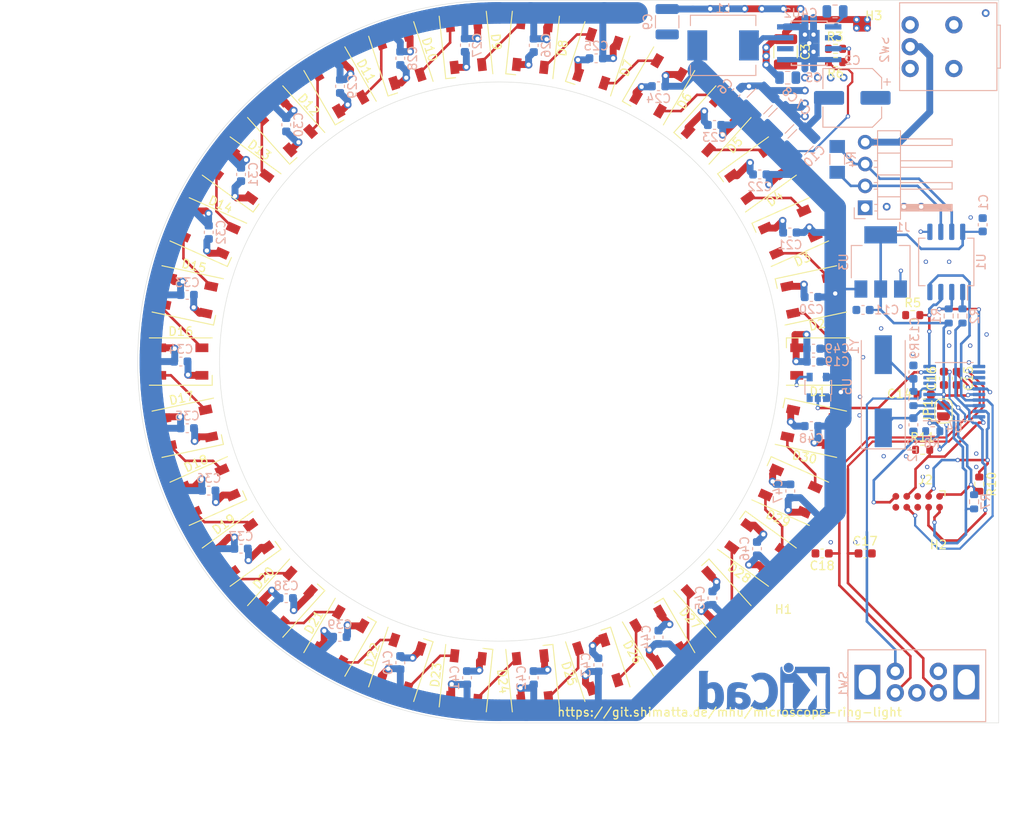
<source format=kicad_pcb>
(kicad_pcb (version 20171130) (host pcbnew 5.1.9)

  (general
    (thickness 1.6)
    (drawings 7)
    (tracks 1210)
    (zones 0)
    (modules 108)
    (nets 63)
  )

  (page A4)
  (layers
    (0 F.Cu signal)
    (31 B.Cu signal)
    (32 B.Adhes user)
    (33 F.Adhes user)
    (34 B.Paste user)
    (35 F.Paste user)
    (36 B.SilkS user)
    (37 F.SilkS user)
    (38 B.Mask user)
    (39 F.Mask user)
    (40 Dwgs.User user)
    (41 Cmts.User user)
    (42 Eco1.User user)
    (43 Eco2.User user)
    (44 Edge.Cuts user)
    (45 Margin user)
    (46 B.CrtYd user)
    (47 F.CrtYd user)
    (48 B.Fab user)
    (49 F.Fab user)
  )

  (setup
    (last_trace_width 0.25)
    (user_trace_width 0.3)
    (user_trace_width 0.6)
    (user_trace_width 0.8)
    (user_trace_width 2.5)
    (trace_clearance 0.2)
    (zone_clearance 0.3)
    (zone_45_only no)
    (trace_min 0.2)
    (via_size 0.8)
    (via_drill 0.4)
    (via_min_size 0.4)
    (via_min_drill 0.3)
    (user_via 0.5 0.3)
    (user_via 0.9 0.5)
    (uvia_size 0.3)
    (uvia_drill 0.1)
    (uvias_allowed no)
    (uvia_min_size 0.2)
    (uvia_min_drill 0.1)
    (edge_width 0.05)
    (segment_width 0.2)
    (pcb_text_width 0.3)
    (pcb_text_size 1.5 1.5)
    (mod_edge_width 0.12)
    (mod_text_size 1 1)
    (mod_text_width 0.15)
    (pad_size 2.2 2.2)
    (pad_drill 2.2)
    (pad_to_mask_clearance 0)
    (aux_axis_origin 70 70)
    (grid_origin 70 70)
    (visible_elements FFFFFF7F)
    (pcbplotparams
      (layerselection 0x010fc_ffffffff)
      (usegerberextensions true)
      (usegerberattributes true)
      (usegerberadvancedattributes true)
      (creategerberjobfile true)
      (excludeedgelayer true)
      (linewidth 0.100000)
      (plotframeref false)
      (viasonmask false)
      (mode 1)
      (useauxorigin false)
      (hpglpennumber 1)
      (hpglpenspeed 20)
      (hpglpendiameter 15.000000)
      (psnegative false)
      (psa4output false)
      (plotreference true)
      (plotvalue true)
      (plotinvisibletext false)
      (padsonsilk false)
      (subtractmaskfromsilk false)
      (outputformat 1)
      (mirror false)
      (drillshape 0)
      (scaleselection 1)
      (outputdirectory "gerber/"))
  )

  (net 0 "")
  (net 1 GND)
  (net 2 +3V3)
  (net 3 /TIM3_CH1)
  (net 4 /TIM3_CH2)
  (net 5 +12V)
  (net 6 +5V)
  (net 7 "Net-(D1-Pad4)")
  (net 8 "Net-(D1-Pad2)")
  (net 9 "Net-(D2-Pad4)")
  (net 10 "Net-(D3-Pad4)")
  (net 11 "Net-(D22-Pad4)")
  (net 12 "Net-(D4-Pad4)")
  (net 13 "Net-(D23-Pad4)")
  (net 14 "Net-(D5-Pad4)")
  (net 15 "Net-(D10-Pad2)")
  (net 16 "Net-(D10-Pad4)")
  (net 17 "Net-(D11-Pad4)")
  (net 18 "Net-(D12-Pad4)")
  (net 19 "Net-(D13-Pad4)")
  (net 20 "Net-(D14-Pad4)")
  (net 21 "Net-(D15-Pad4)")
  (net 22 "Net-(D16-Pad4)")
  (net 23 "Net-(D17-Pad4)")
  (net 24 "Net-(D18-Pad4)")
  (net 25 "Net-(D19-Pad4)")
  (net 26 "Net-(D20-Pad4)")
  (net 27 "Net-(D24-Pad4)")
  (net 28 /DMX+)
  (net 29 /DMX-)
  (net 30 /~RESET)
  (net 31 /STM_RX)
  (net 32 "Net-(J2-Pad8)")
  (net 33 /STM_TX)
  (net 34 "Net-(J2-Pad6)")
  (net 35 "Net-(J2-Pad5)")
  (net 36 /SWCLK)
  (net 37 /SWDIO)
  (net 38 /DMX_TXEN)
  (net 39 /DMX_~RXEN)
  (net 40 "/LED Grave/SK6812_DATA_IN")
  (net 41 /BUTTON)
  (net 42 "Net-(L1-Pad1)")
  (net 43 "Net-(C12-Pad1)")
  (net 44 "Net-(C13-Pad1)")
  (net 45 "Net-(D6-Pad4)")
  (net 46 "Net-(D7-Pad4)")
  (net 47 "Net-(D8-Pad4)")
  (net 48 "Net-(D21-Pad4)")
  (net 49 "Net-(D25-Pad4)")
  (net 50 "Net-(D26-Pad4)")
  (net 51 "Net-(D27-Pad4)")
  (net 52 "Net-(D28-Pad4)")
  (net 53 "Net-(D29-Pad4)")
  (net 54 "Net-(D30-Pad4)")
  (net 55 "Net-(R2-Pad2)")
  (net 56 "Net-(R3-Pad2)")
  (net 57 "Net-(U4-Pad8)")
  (net 58 "Net-(U4-Pad7)")
  (net 59 "Net-(R9-Pad1)")
  (net 60 "Net-(J1-Pad4)")
  (net 61 "Net-(SW2-Pad1)")
  (net 62 "Net-(U4-Pad14)")

  (net_class Default "This is the default net class."
    (clearance 0.2)
    (trace_width 0.25)
    (via_dia 0.8)
    (via_drill 0.4)
    (uvia_dia 0.3)
    (uvia_drill 0.1)
    (add_net +12V)
    (add_net +3V3)
    (add_net +5V)
    (add_net /BUTTON)
    (add_net /DMX+)
    (add_net /DMX-)
    (add_net /DMX_TXEN)
    (add_net /DMX_~RXEN)
    (add_net "/LED Grave/SK6812_DATA_IN")
    (add_net /STM_RX)
    (add_net /STM_TX)
    (add_net /SWCLK)
    (add_net /SWDIO)
    (add_net /TIM3_CH1)
    (add_net /TIM3_CH2)
    (add_net /~RESET)
    (add_net GND)
    (add_net "Net-(C12-Pad1)")
    (add_net "Net-(C13-Pad1)")
    (add_net "Net-(D1-Pad2)")
    (add_net "Net-(D1-Pad4)")
    (add_net "Net-(D10-Pad2)")
    (add_net "Net-(D10-Pad4)")
    (add_net "Net-(D11-Pad4)")
    (add_net "Net-(D12-Pad4)")
    (add_net "Net-(D13-Pad4)")
    (add_net "Net-(D14-Pad4)")
    (add_net "Net-(D15-Pad4)")
    (add_net "Net-(D16-Pad4)")
    (add_net "Net-(D17-Pad4)")
    (add_net "Net-(D18-Pad4)")
    (add_net "Net-(D19-Pad4)")
    (add_net "Net-(D2-Pad4)")
    (add_net "Net-(D20-Pad4)")
    (add_net "Net-(D21-Pad4)")
    (add_net "Net-(D22-Pad4)")
    (add_net "Net-(D23-Pad4)")
    (add_net "Net-(D24-Pad4)")
    (add_net "Net-(D25-Pad4)")
    (add_net "Net-(D26-Pad4)")
    (add_net "Net-(D27-Pad4)")
    (add_net "Net-(D28-Pad4)")
    (add_net "Net-(D29-Pad4)")
    (add_net "Net-(D3-Pad4)")
    (add_net "Net-(D30-Pad4)")
    (add_net "Net-(D4-Pad4)")
    (add_net "Net-(D5-Pad4)")
    (add_net "Net-(D6-Pad4)")
    (add_net "Net-(D7-Pad4)")
    (add_net "Net-(D8-Pad4)")
    (add_net "Net-(J1-Pad4)")
    (add_net "Net-(J2-Pad5)")
    (add_net "Net-(J2-Pad6)")
    (add_net "Net-(J2-Pad8)")
    (add_net "Net-(L1-Pad1)")
    (add_net "Net-(R2-Pad2)")
    (add_net "Net-(R3-Pad2)")
    (add_net "Net-(R9-Pad1)")
    (add_net "Net-(SW2-Pad1)")
    (add_net "Net-(U4-Pad14)")
    (add_net "Net-(U4-Pad7)")
    (add_net "Net-(U4-Pad8)")
  )

  (module MountingHole:MountingHole_2.2mm_M2 (layer F.Cu) (tedit 56D1B4CB) (tstamp 6021B33D)
    (at 113.5 33)
    (descr "Mounting Hole 2.2mm, no annular, M2")
    (tags "mounting hole 2.2mm no annular m2")
    (path /6022C057)
    (attr virtual)
    (fp_text reference H3 (at 0 -3.2) (layer F.SilkS)
      (effects (font (size 1 1) (thickness 0.15)))
    )
    (fp_text value MountingHole (at 0 3.2) (layer F.Fab)
      (effects (font (size 1 1) (thickness 0.15)))
    )
    (fp_circle (center 0 0) (end 2.2 0) (layer Cmts.User) (width 0.15))
    (fp_circle (center 0 0) (end 2.45 0) (layer F.CrtYd) (width 0.05))
    (fp_text user %R (at 0.3 0) (layer F.Fab)
      (effects (font (size 1 1) (thickness 0.15)))
    )
    (pad 1 np_thru_hole circle (at 0 0) (size 2.2 2.2) (drill 2.2) (layers *.Cu *.Mask))
  )

  (module shimatta_switch:EN11-VSM (layer B.Cu) (tedit 60201AA5) (tstamp 601859E7)
    (at 118.5 108.5 270)
    (path /600CCA72)
    (fp_text reference SW1 (at -1 8.5 270) (layer B.SilkS)
      (effects (font (size 1 1) (thickness 0.15)) (justify mirror))
    )
    (fp_text value Rotary_Encoder_Switch (at 2.25 0) (layer B.Fab)
      (effects (font (size 1 1) (thickness 0.15)) (justify mirror))
    )
    (fp_line (start -5 8) (end 3.35 8) (layer B.Fab) (width 0.12))
    (fp_line (start -5 8) (end -5 -8) (layer B.Fab) (width 0.12))
    (fp_line (start -5 -8) (end 3.35 -8) (layer B.Fab) (width 0.12))
    (fp_line (start 3.35 8) (end 3.35 -8) (layer B.Fab) (width 0.12))
    (fp_line (start 3.35 3.5) (end 8 3.5) (layer B.Fab) (width 0.12))
    (fp_line (start 3.35 -3.5) (end 8 -3.5) (layer B.Fab) (width 0.12))
    (fp_line (start 8 3.5) (end 8 -3.5) (layer B.Fab) (width 0.12))
    (fp_line (start 8 3) (end 16.15 3) (layer B.Fab) (width 0.12))
    (fp_line (start 16.15 3) (end 16.15 -3) (layer B.Fab) (width 0.12))
    (fp_line (start 16.15 -3) (end 8 -3) (layer B.Fab) (width 0.12))
    (fp_line (start -5 8) (end 3.35 8) (layer B.SilkS) (width 0.12))
    (fp_line (start 3.35 8) (end 3.35 -8) (layer B.SilkS) (width 0.12))
    (fp_line (start 3.35 -8) (end -5 -8) (layer B.SilkS) (width 0.12))
    (fp_line (start -5 -8) (end -5 8) (layer B.SilkS) (width 0.12))
    (pad MP thru_hole rect (at -1.25 -5.75 270) (size 4 3) (drill oval 3 2) (layers *.Cu *.Mask))
    (pad MP thru_hole rect (at -1.25 5.75 270) (size 4 3) (drill oval 3 2) (layers *.Cu *.Mask))
    (pad S2 thru_hole circle (at -2.5 -2.5 270) (size 2 2) (drill 1.1) (layers *.Cu *.Mask)
      (net 1 GND))
    (pad S1 thru_hole circle (at -2.5 2.5 270) (size 2 2) (drill 1.1) (layers *.Cu *.Mask)
      (net 41 /BUTTON))
    (pad C thru_hole circle (at 0 0 270) (size 2 2) (drill 1.1) (layers *.Cu *.Mask)
      (net 1 GND))
    (pad B thru_hole circle (at 0 2.5 270) (size 2 2) (drill 1.1) (layers *.Cu *.Mask)
      (net 4 /TIM3_CH2))
    (pad A thru_hole circle (at 0 -2.5 270) (size 2 2) (drill 1.1) (layers *.Cu *.Mask)
      (net 3 /TIM3_CH1))
  )

  (module MountingHole:MountingHole_3.2mm_M3 (layer F.Cu) (tedit 56D1B4CB) (tstamp 6020C1D2)
    (at 121 95.5)
    (descr "Mounting Hole 3.2mm, no annular, M3")
    (tags "mounting hole 3.2mm no annular m3")
    (path /6021B3E3)
    (attr virtual)
    (fp_text reference H2 (at 0 -4.2) (layer F.SilkS)
      (effects (font (size 1 1) (thickness 0.15)))
    )
    (fp_text value MountingHole (at 0 4.2) (layer F.Fab)
      (effects (font (size 1 1) (thickness 0.15)))
    )
    (fp_circle (center 0 0) (end 3.45 0) (layer F.CrtYd) (width 0.05))
    (fp_circle (center 0 0) (end 3.2 0) (layer Cmts.User) (width 0.15))
    (fp_text user %R (at 0.3 0) (layer F.Fab)
      (effects (font (size 1 1) (thickness 0.15)))
    )
    (pad 1 np_thru_hole circle (at 0 0) (size 3.2 3.2) (drill 3.2) (layers *.Cu *.Mask))
  )

  (module shimatta_switch:NINIGI-5FS1S102M6QE (layer B.Cu) (tedit 60200670) (tstamp 60208177)
    (at 122.8 33.4)
    (path /601264C2)
    (fp_text reference SW2 (at -8.05 0.35 90) (layer B.SilkS)
      (effects (font (size 1 1) (thickness 0.15)) (justify mirror))
    )
    (fp_text value "5FS1S102M6QE " (at 0 0.5) (layer B.Fab)
      (effects (font (size 1 1) (thickness 0.15)) (justify mirror))
    )
    (fp_line (start 5.4 -2.5) (end 5 -2.5) (layer B.SilkS) (width 0.12))
    (fp_line (start 5.4 2.5) (end 5.4 -2.5) (layer B.SilkS) (width 0.12))
    (fp_line (start 5 2.5) (end 5.4 2.5) (layer B.SilkS) (width 0.12))
    (fp_line (start -6.3 -5.1) (end -6.3 2.5) (layer B.SilkS) (width 0.12))
    (fp_line (start 5 -5.1) (end -6.3 -5.1) (layer B.SilkS) (width 0.12))
    (fp_line (start 5 5.1) (end 5 -5.1) (layer B.SilkS) (width 0.12))
    (fp_line (start -6.3 5.1) (end 5 5.1) (layer B.SilkS) (width 0.12))
    (fp_line (start -6.3 2.5) (end -6.3 5.1) (layer B.SilkS) (width 0.12))
    (fp_line (start 8.1 0) (end 5 0) (layer B.Fab) (width 0.12))
    (fp_line (start 8.1 2.5) (end 8.1 0) (layer B.Fab) (width 0.12))
    (fp_line (start 5 2.5) (end 8.1 2.5) (layer B.Fab) (width 0.12))
    (fp_line (start -5.1 -5.1) (end -5 -5.1) (layer B.Fab) (width 0.12))
    (fp_line (start -5.1 5.1) (end -5.1 -5.1) (layer B.Fab) (width 0.12))
    (fp_line (start 4.95 5.1) (end -5.1 5.1) (layer B.Fab) (width 0.12))
    (fp_line (start 4.95 -5.1) (end -5 -5.1) (layer B.Fab) (width 0.12))
    (fp_line (start 4.95 5.1) (end 4.95 -5.1) (layer B.Fab) (width 0.12))
    (pad 3 thru_hole circle (at -5.08 -2.54) (size 2 2) (drill 1.1) (layers *.Cu *.Mask)
      (net 5 +12V))
    (pad 2 thru_hole circle (at -5.08 0) (size 2 2) (drill 1.1) (layers *.Cu *.Mask)
      (net 60 "Net-(J1-Pad4)"))
    (pad 1 thru_hole circle (at -5.08 2.54) (size 2 2) (drill 1.1) (layers *.Cu *.Mask)
      (net 61 "Net-(SW2-Pad1)"))
    (pad "" thru_hole circle (at 0 2.54) (size 2 2) (drill 1.1) (layers *.Cu *.Mask))
    (pad "" thru_hole circle (at 0 -2.54) (size 2 2) (drill 1.1) (layers *.Cu *.Mask))
  )

  (module shimatta_artwork:shimatta_kanji_10mm_solder_mask (layer F.Cu) (tedit 0) (tstamp 6017E024)
    (at 88.5 30.5)
    (fp_text reference G*** (at 0 0) (layer F.SilkS) hide
      (effects (font (size 1.524 1.524) (thickness 0.3)))
    )
    (fp_text value LOGO (at 0.75 0) (layer F.SilkS) hide
      (effects (font (size 1.524 1.524) (thickness 0.3)))
    )
    (fp_poly (pts (xy -1.974371 1.038841) (xy -1.921286 1.053288) (xy -1.872623 1.079719) (xy -1.866195 1.084191)
      (xy -1.838293 1.104059) (xy -1.817119 1.069799) (xy -1.79976 1.048167) (xy -1.782486 1.036309)
      (xy -1.778291 1.035539) (xy -1.768206 1.038583) (xy -1.760646 1.049319) (xy -1.755185 1.070154)
      (xy -1.7514 1.103496) (xy -1.748865 1.15175) (xy -1.747273 1.211385) (xy -1.746474 1.259613)
      (xy -1.746752 1.291726) (xy -1.748675 1.311141) (xy -1.75281 1.321274) (xy -1.759723 1.325542)
      (xy -1.766441 1.326858) (xy -1.786978 1.322585) (xy -1.793979 1.312205) (xy -1.82301 1.2417)
      (xy -1.856701 1.183639) (xy -1.890646 1.143766) (xy -1.936773 1.110849) (xy -1.98647 1.091476)
      (xy -2.036678 1.08492) (xy -2.084334 1.090454) (xy -2.126379 1.107351) (xy -2.159752 1.134885)
      (xy -2.181392 1.172328) (xy -2.188308 1.214467) (xy -2.182791 1.248681) (xy -2.165175 1.278144)
      (xy -2.133859 1.30396) (xy -2.087242 1.327231) (xy -2.023723 1.349063) (xy -1.972988 1.362908)
      (xy -1.926945 1.37512) (xy -1.884295 1.387388) (xy -1.85095 1.397965) (xy -1.837224 1.403038)
      (xy -1.783941 1.43521) (xy -1.7442 1.480643) (xy -1.719152 1.537493) (xy -1.709948 1.603912)
      (xy -1.709925 1.607039) (xy -1.718324 1.675881) (xy -1.743018 1.735267) (xy -1.782805 1.783525)
      (xy -1.836485 1.818985) (xy -1.87192 1.832554) (xy -1.918944 1.841854) (xy -1.97371 1.845409)
      (xy -2.028119 1.84323) (xy -2.074074 1.835326) (xy -2.083751 1.832294) (xy -2.116174 1.818033)
      (xy -2.150925 1.79893) (xy -2.159336 1.793591) (xy -2.197825 1.76812) (xy -2.219932 1.802247)
      (xy -2.24036 1.826752) (xy -2.262088 1.836076) (xy -2.268904 1.836495) (xy -2.295769 1.836616)
      (xy -2.295769 1.524) (xy -2.272298 1.524) (xy -2.259227 1.52626) (xy -2.249254 1.535687)
      (xy -2.239777 1.556254) (xy -2.228545 1.590772) (xy -2.200232 1.656354) (xy -2.159137 1.713395)
      (xy -2.108703 1.757526) (xy -2.086983 1.770431) (xy -2.043168 1.785715) (xy -1.991547 1.792606)
      (xy -1.939352 1.79103) (xy -1.893813 1.780914) (xy -1.875726 1.772587) (xy -1.835146 1.739209)
      (xy -1.80866 1.697192) (xy -1.797641 1.650585) (xy -1.803458 1.603433) (xy -1.811693 1.583581)
      (xy -1.823542 1.564842) (xy -1.839561 1.549289) (xy -1.86277 1.535442) (xy -1.896185 1.521824)
      (xy -1.942823 1.506956) (xy -2.001869 1.490396) (xy -2.070514 1.470952) (xy -2.12321 1.453777)
      (xy -2.163196 1.437447) (xy -2.193709 1.420542) (xy -2.217988 1.401639) (xy -2.229206 1.390568)
      (xy -2.258638 1.349794) (xy -2.273428 1.302837) (xy -2.276231 1.263171) (xy -2.268182 1.193355)
      (xy -2.244667 1.13505) (xy -2.206631 1.089166) (xy -2.155021 1.056615) (xy -2.090784 1.038307)
      (xy -2.038549 1.034453) (xy -1.974371 1.038841)) (layer F.Mask) (width 0.01))
    (fp_poly (pts (xy 0.640944 1.312618) (xy 0.67704 1.319504) (xy 0.709375 1.333293) (xy 0.740902 1.35388)
      (xy 0.745424 1.357713) (xy 0.776654 1.385604) (xy 0.781782 1.564706) (xy 0.783857 1.622571)
      (xy 0.786497 1.674136) (xy 0.789465 1.716036) (xy 0.792525 1.744908) (xy 0.79526 1.757136)
      (xy 0.810932 1.766015) (xy 0.84142 1.765392) (xy 0.866266 1.76353) (xy 0.877171 1.76799)
      (xy 0.879231 1.777416) (xy 0.870113 1.801327) (xy 0.844983 1.820342) (xy 0.807181 1.832279)
      (xy 0.792135 1.834328) (xy 0.760728 1.835756) (xy 0.740346 1.830993) (xy 0.722902 1.817897)
      (xy 0.72021 1.815253) (xy 0.702591 1.795118) (xy 0.692224 1.778656) (xy 0.691979 1.777976)
      (xy 0.684959 1.772802) (xy 0.669292 1.779728) (xy 0.649017 1.79442) (xy 0.618564 1.81506)
      (xy 0.58745 1.831466) (xy 0.577369 1.835408) (xy 0.533609 1.844151) (xy 0.484536 1.845295)
      (xy 0.438788 1.839118) (xy 0.412345 1.830092) (xy 0.372494 1.802851) (xy 0.349635 1.767447)
      (xy 0.341942 1.720977) (xy 0.341923 1.718095) (xy 0.343126 1.700515) (xy 0.455607 1.700515)
      (xy 0.457835 1.73071) (xy 0.469349 1.752095) (xy 0.48304 1.765362) (xy 0.507125 1.781844)
      (xy 0.532 1.786258) (xy 0.550438 1.78465) (xy 0.58274 1.776437) (xy 0.610963 1.763138)
      (xy 0.614012 1.761016) (xy 0.645603 1.732311) (xy 0.665621 1.699528) (xy 0.677036 1.656731)
      (xy 0.680628 1.627794) (xy 0.683522 1.592705) (xy 0.683443 1.573158) (xy 0.679617 1.565278)
      (xy 0.671269 1.565193) (xy 0.668269 1.565968) (xy 0.648488 1.570944) (xy 0.617794 1.578137)
      (xy 0.595923 1.583073) (xy 0.536922 1.599909) (xy 0.495378 1.621103) (xy 0.469412 1.648229)
      (xy 0.457142 1.682862) (xy 0.455607 1.700515) (xy 0.343126 1.700515) (xy 0.344116 1.686059)
      (xy 0.353266 1.661888) (xy 0.373232 1.635965) (xy 0.376197 1.632658) (xy 0.40625 1.605269)
      (xy 0.444581 1.581703) (xy 0.4938 1.560914) (xy 0.556523 1.541856) (xy 0.635361 1.523484)
      (xy 0.663059 1.517848) (xy 0.676458 1.513728) (xy 0.682332 1.50481) (xy 0.682301 1.485745)
      (xy 0.679595 1.463209) (xy 0.674002 1.43082) (xy 0.667225 1.404589) (xy 0.663822 1.396093)
      (xy 0.644922 1.378737) (xy 0.61268 1.366075) (xy 0.573062 1.359819) (xy 0.540027 1.360581)
      (xy 0.500622 1.369239) (xy 0.478247 1.383995) (xy 0.473727 1.40413) (xy 0.477739 1.414757)
      (xy 0.487636 1.447797) (xy 0.483358 1.477167) (xy 0.468279 1.499765) (xy 0.445775 1.512488)
      (xy 0.419223 1.512233) (xy 0.391997 1.495897) (xy 0.390769 1.494692) (xy 0.373401 1.465279)
      (xy 0.372129 1.431335) (xy 0.385222 1.396326) (xy 0.410949 1.363713) (xy 0.447576 1.336962)
      (xy 0.475841 1.324549) (xy 0.525279 1.313638) (xy 0.58351 1.309581) (xy 0.640944 1.312618)) (layer F.Mask) (width 0.01))
    (fp_poly (pts (xy 1.067389 1.108152) (xy 1.073653 1.114475) (xy 1.077607 1.128178) (xy 1.079988 1.152711)
      (xy 1.081536 1.191523) (xy 1.082262 1.218712) (xy 1.085024 1.328616) (xy 1.163538 1.328616)
      (xy 1.202366 1.3289) (xy 1.225462 1.330495) (xy 1.23663 1.334508) (xy 1.239675 1.342049)
      (xy 1.238929 1.350596) (xy 1.235823 1.361747) (xy 1.227612 1.368592) (xy 1.210101 1.372452)
      (xy 1.179094 1.37465) (xy 1.160096 1.37543) (xy 1.084385 1.378284) (xy 1.084385 1.55643)
      (xy 1.084671 1.622622) (xy 1.085671 1.672073) (xy 1.087598 1.707571) (xy 1.090664 1.731905)
      (xy 1.09508 1.747866) (xy 1.099592 1.756288) (xy 1.121883 1.774299) (xy 1.148938 1.776923)
      (xy 1.176351 1.766026) (xy 1.199718 1.743476) (xy 1.214633 1.711137) (xy 1.215545 1.707173)
      (xy 1.22186 1.676871) (xy 1.226224 1.655885) (xy 1.235543 1.636856) (xy 1.256152 1.631464)
      (xy 1.256791 1.631462) (xy 1.271513 1.632447) (xy 1.278247 1.638659) (xy 1.278807 1.654982)
      (xy 1.275582 1.681998) (xy 1.26038 1.743784) (xy 1.232522 1.791452) (xy 1.191026 1.826549)
      (xy 1.18012 1.832659) (xy 1.145866 1.843001) (xy 1.104011 1.845687) (xy 1.064409 1.840618)
      (xy 1.046249 1.834029) (xy 1.023745 1.8175) (xy 1.002423 1.794593) (xy 1.002288 1.794411)
      (xy 0.995239 1.783637) (xy 0.989937 1.770968) (xy 0.986075 1.753497) (xy 0.983345 1.728317)
      (xy 0.98144 1.692522) (xy 0.980054 1.643206) (xy 0.978878 1.577463) (xy 0.978796 1.572161)
      (xy 0.975784 1.377462) (xy 0.932392 1.377462) (xy 0.905449 1.376377) (xy 0.892769 1.371235)
      (xy 0.889118 1.359204) (xy 0.889 1.353994) (xy 0.894585 1.334751) (xy 0.914328 1.321845)
      (xy 0.92033 1.319605) (xy 0.958438 1.29963) (xy 0.987906 1.268085) (xy 1.010137 1.222673)
      (xy 1.026541 1.161099) (xy 1.030398 1.139951) (xy 1.036325 1.115595) (xy 1.045494 1.105989)
      (xy 1.058076 1.105759) (xy 1.067389 1.108152)) (layer F.Mask) (width 0.01))
    (fp_poly (pts (xy 1.488944 1.110289) (xy 1.494525 1.116945) (xy 1.498106 1.132096) (xy 1.500339 1.159063)
      (xy 1.501878 1.201166) (xy 1.502339 1.218712) (xy 1.505101 1.328616) (xy 1.582935 1.328616)
      (xy 1.6216 1.328878) (xy 1.644721 1.330503) (xy 1.656293 1.334742) (xy 1.66031 1.342849)
      (xy 1.660769 1.353039) (xy 1.659936 1.365151) (xy 1.65478 1.372404) (xy 1.641314 1.376043)
      (xy 1.615552 1.377313) (xy 1.582615 1.377462) (xy 1.504461 1.377462) (xy 1.504461 1.558192)
      (xy 1.504599 1.622242) (xy 1.5052 1.669671) (xy 1.50655 1.703395) (xy 1.508932 1.726331)
      (xy 1.512633 1.741394) (xy 1.517936 1.751503) (xy 1.524 1.758462) (xy 1.553175 1.776093)
      (xy 1.584057 1.77626) (xy 1.611666 1.759856) (xy 1.625783 1.740182) (xy 1.635945 1.713599)
      (xy 1.644478 1.680299) (xy 1.645819 1.672981) (xy 1.651731 1.646626) (xy 1.660436 1.634536)
      (xy 1.675946 1.631473) (xy 1.677642 1.631462) (xy 1.69222 1.632603) (xy 1.698789 1.63934)
      (xy 1.699297 1.656642) (xy 1.696783 1.680302) (xy 1.682886 1.743441) (xy 1.657693 1.790854)
      (xy 1.620651 1.823134) (xy 1.571209 1.840874) (xy 1.544177 1.844314) (xy 1.50807 1.844991)
      (xy 1.482071 1.839541) (xy 1.457198 1.825996) (xy 1.455615 1.82493) (xy 1.437063 1.81038)
      (xy 1.422919 1.793322) (xy 1.412591 1.771022) (xy 1.405489 1.740747) (xy 1.401022 1.699763)
      (xy 1.398599 1.645336) (xy 1.39763 1.574735) (xy 1.397551 1.556312) (xy 1.397 1.378585)
      (xy 1.355481 1.375581) (xy 1.327979 1.371614) (xy 1.314897 1.363255) (xy 1.311576 1.353039)
      (xy 1.315704 1.337223) (xy 1.334351 1.32219) (xy 1.350145 1.313962) (xy 1.38592 1.292045)
      (xy 1.412117 1.263056) (xy 1.431723 1.222652) (xy 1.445662 1.17518) (xy 1.45552 1.139038)
      (xy 1.464372 1.118497) (xy 1.474178 1.109844) (xy 1.48071 1.108808) (xy 1.488944 1.110289)) (layer F.Mask) (width 0.01))
    (fp_poly (pts (xy 2.067017 1.312015) (xy 2.091074 1.317656) (xy 2.115093 1.328184) (xy 2.119351 1.330379)
      (xy 2.147999 1.346455) (xy 2.169267 1.362613) (xy 2.184314 1.38202) (xy 2.194299 1.407842)
      (xy 2.200379 1.443246) (xy 2.203714 1.491396) (xy 2.205462 1.55546) (xy 2.205652 1.56621)
      (xy 2.206886 1.634499) (xy 2.208354 1.685635) (xy 2.210672 1.721998) (xy 2.214456 1.745971)
      (xy 2.220321 1.759934) (xy 2.228883 1.766269) (xy 2.240758 1.767357) (xy 2.256562 1.76558)
      (xy 2.257183 1.765496) (xy 2.2874 1.764126) (xy 2.301366 1.77125) (xy 2.300944 1.788041)
      (xy 2.299502 1.792134) (xy 2.282756 1.811763) (xy 2.252528 1.827163) (xy 2.21481 1.835705)
      (xy 2.198095 1.836616) (xy 2.165222 1.832505) (xy 2.140837 1.817535) (xy 2.13411 1.810766)
      (xy 2.118195 1.791346) (xy 2.110332 1.777346) (xy 2.110154 1.776076) (xy 2.103393 1.775971)
      (xy 2.086279 1.785859) (xy 2.075981 1.793301) (xy 2.018762 1.826325) (xy 1.956762 1.843577)
      (xy 1.894263 1.844524) (xy 1.83555 1.828632) (xy 1.82662 1.824404) (xy 1.78778 1.795174)
      (xy 1.765426 1.756208) (xy 1.760635 1.709667) (xy 1.762569 1.695669) (xy 1.762917 1.694639)
      (xy 1.875692 1.694639) (xy 1.882946 1.738312) (xy 1.90319 1.768727) (xy 1.934148 1.784818)
      (xy 1.973544 1.785521) (xy 2.0191 1.769771) (xy 2.027115 1.765481) (xy 2.065577 1.734584)
      (xy 2.089543 1.692505) (xy 2.099829 1.637617) (xy 2.100369 1.619064) (xy 2.100385 1.562705)
      (xy 2.073519 1.568707) (xy 2.002641 1.586563) (xy 1.949443 1.60502) (xy 1.912071 1.625257)
      (xy 1.888675 1.648452) (xy 1.877405 1.675784) (xy 1.875692 1.694639) (xy 1.762917 1.694639)
      (xy 1.775241 1.658177) (xy 1.799184 1.625607) (xy 1.835942 1.597087) (xy 1.887055 1.571743)
      (xy 1.954065 1.5487) (xy 2.038515 1.527086) (xy 2.073519 1.519478) (xy 2.091119 1.51337)
      (xy 2.098748 1.500718) (xy 2.100385 1.475604) (xy 2.095153 1.427605) (xy 2.078669 1.393815)
      (xy 2.052443 1.373045) (xy 2.013304 1.361056) (xy 1.967038 1.358661) (xy 1.923753 1.36625)
      (xy 1.919185 1.367871) (xy 1.900754 1.378362) (xy 1.897388 1.393896) (xy 1.89901 1.402063)
      (xy 1.906334 1.431636) (xy 1.910841 1.449775) (xy 1.90831 1.475393) (xy 1.891704 1.498124)
      (xy 1.866273 1.512219) (xy 1.851978 1.514231) (xy 1.827936 1.505801) (xy 1.805532 1.484928)
      (xy 1.790661 1.458238) (xy 1.787806 1.442086) (xy 1.796395 1.409192) (xy 1.81924 1.375487)
      (xy 1.852116 1.346505) (xy 1.867982 1.337029) (xy 1.901035 1.323791) (xy 1.941599 1.315663)
      (xy 1.992923 1.311533) (xy 2.036455 1.310295) (xy 2.067017 1.312015)) (layer F.Mask) (width 0.01))
    (fp_poly (pts (xy -1.455615 1.215473) (xy -1.450731 1.398336) (xy -1.421423 1.367157) (xy -1.376353 1.331405)
      (xy -1.326607 1.312133) (xy -1.275539 1.308504) (xy -1.226501 1.31968) (xy -1.182846 1.344823)
      (xy -1.147927 1.383095) (xy -1.125098 1.433658) (xy -1.123046 1.441718) (xy -1.119874 1.465079)
      (xy -1.117169 1.503375) (xy -1.115156 1.552) (xy -1.114058 1.606352) (xy -1.113925 1.628833)
      (xy -1.113934 1.686246) (xy -1.11338 1.727126) (xy -1.11108 1.754472) (xy -1.10585 1.771281)
      (xy -1.096506 1.780548) (xy -1.081867 1.785271) (xy -1.060747 1.788448) (xy -1.050305 1.789943)
      (xy -1.03283 1.799802) (xy -1.027608 1.809862) (xy -1.027842 1.816489) (xy -1.03341 1.821136)
      (xy -1.047143 1.82415) (xy -1.071873 1.825876) (xy -1.110431 1.826659) (xy -1.165648 1.826846)
      (xy -1.166707 1.826846) (xy -1.222097 1.826711) (xy -1.260894 1.826038) (xy -1.28604 1.824421)
      (xy -1.30048 1.821457) (xy -1.307159 1.816742) (xy -1.309018 1.809871) (xy -1.309077 1.807308)
      (xy -1.304974 1.793528) (xy -1.289229 1.788224) (xy -1.276839 1.787769) (xy -1.25665 1.786726)
      (xy -1.24203 1.781795) (xy -1.232084 1.770273) (xy -1.225917 1.749459) (xy -1.222637 1.716651)
      (xy -1.22135 1.669146) (xy -1.221154 1.619425) (xy -1.222023 1.550012) (xy -1.22506 1.497159)
      (xy -1.230911 1.457944) (xy -1.240222 1.429447) (xy -1.253639 1.408749) (xy -1.271142 1.393392)
      (xy -1.306881 1.379323) (xy -1.346249 1.381693) (xy -1.384996 1.399063) (xy -1.418873 1.429993)
      (xy -1.431192 1.447614) (xy -1.439055 1.463151) (xy -1.44473 1.481935) (xy -1.448683 1.507586)
      (xy -1.451382 1.543727) (xy -1.453292 1.593978) (xy -1.454095 1.625431) (xy -1.455257 1.685008)
      (xy -1.45493 1.727828) (xy -1.452182 1.756663) (xy -1.446076 1.774287) (xy -1.43568 1.783474)
      (xy -1.420057 1.786995) (xy -1.399442 1.78762) (xy -1.376896 1.790323) (xy -1.368343 1.800256)
      (xy -1.367692 1.807308) (xy -1.368675 1.814909) (xy -1.373585 1.820234) (xy -1.385367 1.823685)
      (xy -1.406965 1.825666) (xy -1.441322 1.826583) (xy -1.491383 1.826838) (xy -1.510063 1.826846)
      (xy -1.565576 1.826666) (xy -1.604384 1.825895) (xy -1.629317 1.824188) (xy -1.643208 1.821198)
      (xy -1.648887 1.81658) (xy -1.649186 1.809989) (xy -1.649162 1.809862) (xy -1.637956 1.794552)
      (xy -1.626465 1.789943) (xy -1.600387 1.785385) (xy -1.584931 1.782287) (xy -1.562824 1.777564)
      (xy -1.565393 1.438302) (xy -1.567962 1.099039) (xy -1.614365 1.096061) (xy -1.6426 1.093155)
      (xy -1.65633 1.087339) (xy -1.660586 1.075813) (xy -1.660769 1.070241) (xy -1.659089 1.056138)
      (xy -1.651888 1.04659) (xy -1.635928 1.040587) (xy -1.607967 1.037118) (xy -1.564767 1.035173)
      (xy -1.546808 1.034698) (xy -1.4605 1.03261) (xy -1.455615 1.215473)) (layer F.Mask) (width 0.01))
    (fp_poly (pts (xy -0.791308 1.541671) (xy -0.79114 1.616724) (xy -0.790274 1.674548) (xy -0.788164 1.717452)
      (xy -0.784266 1.747744) (xy -0.778034 1.767735) (xy -0.768923 1.779731) (xy -0.756389 1.786044)
      (xy -0.739886 1.788981) (xy -0.732772 1.789665) (xy -0.705556 1.796467) (xy -0.695421 1.80975)
      (xy -0.695628 1.81631) (xy -0.700994 1.820947) (xy -0.714308 1.82399) (xy -0.738353 1.825767)
      (xy -0.775917 1.826609) (xy -0.829783 1.826843) (xy -0.840154 1.826846) (xy -0.896902 1.826679)
      (xy -0.936899 1.825957) (xy -0.96293 1.824353) (xy -0.977782 1.821535) (xy -0.984238 1.817177)
      (xy -0.985086 1.810948) (xy -0.984886 1.80975) (xy -0.97342 1.795751) (xy -0.947535 1.789665)
      (xy -0.927021 1.786674) (xy -0.911938 1.780045) (xy -0.901459 1.767116) (xy -0.894754 1.745221)
      (xy -0.890995 1.711698) (xy -0.889353 1.663884) (xy -0.889 1.601508) (xy -0.889384 1.54625)
      (xy -0.890442 1.495701) (xy -0.892032 1.454098) (xy -0.894015 1.425682) (xy -0.895106 1.41776)
      (xy -0.900096 1.399466) (xy -0.909311 1.390477) (xy -0.928545 1.387501) (xy -0.948837 1.387231)
      (xy -0.977413 1.386342) (xy -0.991501 1.382043) (xy -0.996126 1.371885) (xy -0.996462 1.364029)
      (xy -0.992671 1.349345) (xy -0.979576 1.33915) (xy -0.954592 1.332756) (xy -0.915134 1.329476)
      (xy -0.863356 1.328616) (xy -0.791308 1.328616) (xy -0.791308 1.541671)) (layer F.Mask) (width 0.01))
    (fp_poly (pts (xy 0.080297 1.3191) (xy 0.125771 1.345358) (xy 0.152577 1.373188) (xy 0.180731 1.410065)
      (xy 0.183814 1.586478) (xy 0.185487 1.650324) (xy 0.187999 1.703674) (xy 0.191173 1.744022)
      (xy 0.194831 1.768864) (xy 0.197222 1.77533) (xy 0.213481 1.783903) (xy 0.238852 1.787753)
      (xy 0.240542 1.787769) (xy 0.263603 1.790132) (xy 0.272652 1.799263) (xy 0.273538 1.807308)
      (xy 0.272556 1.814909) (xy 0.267645 1.820234) (xy 0.255863 1.823685) (xy 0.234266 1.825666)
      (xy 0.199908 1.826583) (xy 0.149847 1.826838) (xy 0.131168 1.826846) (xy 0.075655 1.826666)
      (xy 0.036847 1.825895) (xy 0.011913 1.824188) (xy -0.001977 1.821198) (xy -0.007656 1.81658)
      (xy -0.007955 1.809989) (xy -0.007931 1.809862) (xy 0.003274 1.794552) (xy 0.014766 1.789943)
      (xy 0.040674 1.785404) (xy 0.056786 1.782164) (xy 0.079379 1.77732) (xy 0.076324 1.602575)
      (xy 0.07513 1.540071) (xy 0.073784 1.494035) (xy 0.071875 1.461401) (xy 0.068992 1.4391)
      (xy 0.064727 1.424065) (xy 0.058668 1.413227) (xy 0.050405 1.403519) (xy 0.049585 1.402645)
      (xy 0.018289 1.381785) (xy -0.017565 1.377181) (xy -0.053905 1.387557) (xy -0.086657 1.41164)
      (xy -0.11175 1.448156) (xy -0.114311 1.453926) (xy -0.121097 1.479773) (xy -0.126816 1.519311)
      (xy -0.13124 1.567557) (xy -0.134142 1.619526) (xy -0.135296 1.670235) (xy -0.134473 1.714698)
      (xy -0.131448 1.747932) (xy -0.128291 1.760904) (xy -0.117156 1.779704) (xy -0.099101 1.786984)
      (xy -0.08328 1.787769) (xy -0.059613 1.789922) (xy -0.050013 1.79834) (xy -0.048846 1.807308)
      (xy -0.049861 1.815039) (xy -0.054906 1.820409) (xy -0.066985 1.823845) (xy -0.089101 1.825777)
      (xy -0.124255 1.826634) (xy -0.17545 1.826844) (xy -0.185615 1.826846) (xy -0.239737 1.826701)
      (xy -0.277324 1.825981) (xy -0.301377 1.824255) (xy -0.314901 1.821096) (xy -0.320897 1.816074)
      (xy -0.322369 1.80876) (xy -0.322385 1.807308) (xy -0.318514 1.793788) (xy -0.303445 1.788375)
      (xy -0.288536 1.787769) (xy -0.259067 1.782638) (xy -0.244575 1.768873) (xy -0.240334 1.750826)
      (xy -0.237292 1.717778) (xy -0.235444 1.674231) (xy -0.234785 1.624683) (xy -0.235311 1.573638)
      (xy -0.237015 1.525594) (xy -0.239893 1.485053) (xy -0.243941 1.456516) (xy -0.24492 1.452539)
      (xy -0.263385 1.41075) (xy -0.290501 1.385404) (xy -0.32287 1.377462) (xy -0.368 1.386426)
      (xy -0.404805 1.412769) (xy -0.428846 1.448664) (xy -0.437064 1.467827) (xy -0.442778 1.488226)
      (xy -0.446426 1.513822) (xy -0.448446 1.548578) (xy -0.449276 1.596454) (xy -0.449385 1.63436)
      (xy -0.449479 1.690546) (xy -0.448929 1.730264) (xy -0.44649 1.756574) (xy -0.440914 1.772536)
      (xy -0.430953 1.78121) (xy -0.415362 1.785657) (xy -0.392893 1.788938) (xy -0.385997 1.789943)
      (xy -0.368523 1.799802) (xy -0.3633 1.809862) (xy -0.363534 1.816489) (xy -0.369102 1.821136)
      (xy -0.382836 1.82415) (xy -0.407566 1.825876) (xy -0.446123 1.826659) (xy -0.501341 1.826846)
      (xy -0.502399 1.826846) (xy -0.55779 1.826711) (xy -0.596586 1.826038) (xy -0.621732 1.824421)
      (xy -0.636173 1.821457) (xy -0.642851 1.816742) (xy -0.644711 1.809871) (xy -0.644769 1.807308)
      (xy -0.640779 1.793653) (xy -0.62536 1.788294) (xy -0.611773 1.787769) (xy -0.585868 1.784016)
      (xy -0.568147 1.774918) (xy -0.567592 1.774292) (xy -0.56321 1.76046) (xy -0.560279 1.730646)
      (xy -0.558758 1.683856) (xy -0.558602 1.619099) (xy -0.559069 1.576465) (xy -0.561731 1.392116)
      (xy -0.60325 1.389111) (xy -0.629637 1.385777) (xy -0.641728 1.378715) (xy -0.644761 1.364681)
      (xy -0.644769 1.363385) (xy -0.641762 1.348658) (xy -0.630785 1.338679) (xy -0.608907 1.332599)
      (xy -0.573196 1.329571) (xy -0.525096 1.328749) (xy -0.449385 1.328616) (xy -0.449385 1.398499)
      (xy -0.422975 1.367114) (xy -0.381681 1.331778) (xy -0.333598 1.312588) (xy -0.28274 1.309406)
      (xy -0.233119 1.322094) (xy -0.188746 1.350515) (xy -0.165668 1.375926) (xy -0.144271 1.404867)
      (xy -0.116038 1.372711) (xy -0.072184 1.335499) (xy -0.022379 1.314164) (xy 0.029681 1.3087)
      (xy 0.080297 1.3191)) (layer F.Mask) (width 0.01))
    (fp_poly (pts (xy -0.802099 1.070158) (xy -0.791846 1.081035) (xy -0.777413 1.111229) (xy -0.782485 1.140329)
      (xy -0.803008 1.164981) (xy -0.831546 1.180305) (xy -0.860061 1.176312) (xy -0.88456 1.158098)
      (xy -0.903765 1.13374) (xy -0.906257 1.111825) (xy -0.892337 1.086106) (xy -0.888291 1.080818)
      (xy -0.861205 1.059245) (xy -0.831005 1.055695) (xy -0.802099 1.070158)) (layer F.Mask) (width 0.01))
    (fp_poly (pts (xy -1.919394 -1.844364) (xy -1.881995 -1.838959) (xy -1.83621 -1.831152) (xy -1.787182 -1.821928)
      (xy -1.740055 -1.812271) (xy -1.699974 -1.803165) (xy -1.672081 -1.795593) (xy -1.665658 -1.793285)
      (xy -1.641617 -1.78009) (xy -1.626567 -1.766036) (xy -1.625347 -1.763663) (xy -1.626838 -1.74347)
      (xy -1.641826 -1.72305) (xy -1.660978 -1.710965) (xy -1.673678 -1.701253) (xy -1.695449 -1.680074)
      (xy -1.722813 -1.650936) (xy -1.742271 -1.629019) (xy -1.808024 -1.553308) (xy -0.594458 -1.553308)
      (xy -0.497222 -1.643673) (xy -0.460879 -1.677064) (xy -0.429285 -1.705373) (xy -0.405355 -1.726043)
      (xy -0.392001 -1.736515) (xy -0.390655 -1.737241) (xy -0.378973 -1.732798) (xy -0.356469 -1.717835)
      (xy -0.326597 -1.69517) (xy -0.292814 -1.66762) (xy -0.258573 -1.638004) (xy -0.227331 -1.609139)
      (xy -0.202541 -1.583843) (xy -0.202446 -1.583738) (xy -0.182214 -1.558813) (xy -0.169009 -1.537693)
      (xy -0.166077 -1.528615) (xy -0.172848 -1.514531) (xy -0.19409 -1.504447) (xy -0.231197 -1.498051)
      (xy -0.285562 -1.495033) (xy -0.318136 -1.494692) (xy -0.420077 -1.494692) (xy -0.420077 -1.318846)
      (xy -0.419978 -1.256308) (xy -0.419487 -1.210659) (xy -0.418317 -1.179249) (xy -0.416179 -1.159428)
      (xy -0.412785 -1.148545) (xy -0.407847 -1.143953) (xy -0.401076 -1.143) (xy -0.400946 -1.143)
      (xy -0.386656 -1.149096) (xy -0.361172 -1.165768) (xy -0.327888 -1.190596) (xy -0.290196 -1.221155)
      (xy -0.283437 -1.226881) (xy -0.185058 -1.310762) (xy -0.10076 -1.243977) (xy -0.050552 -1.202931)
      (xy -0.015414 -1.170918) (xy 0.005972 -1.146334) (xy 0.014925 -1.127576) (xy 0.012767 -1.113042)
      (xy 0.010144 -1.109259) (xy 0.003296 -1.104152) (xy -0.009271 -1.10031) (xy -0.030021 -1.097563)
      (xy -0.061416 -1.095745) (xy -0.105922 -1.094686) (xy -0.166 -1.09422) (xy -0.211235 -1.094154)
      (xy -0.420077 -1.094154) (xy -0.420077 -0.796651) (xy -0.342531 -0.873741) (xy -0.264986 -0.950832)
      (xy -0.208446 -0.912589) (xy -0.167434 -0.882691) (xy -0.128134 -0.850225) (xy -0.093355 -0.817971)
      (xy -0.065901 -0.78871) (xy -0.048579 -0.765224) (xy -0.044196 -0.750292) (xy -0.044312 -0.749955)
      (xy -0.049346 -0.741378) (xy -0.058613 -0.734832) (xy -0.07451 -0.730046) (xy -0.099432 -0.726751)
      (xy -0.135776 -0.724675) (xy -0.185938 -0.72355) (xy -0.252314 -0.723104) (xy -0.282819 -0.723056)
      (xy -0.35028 -0.722753) (xy -0.400068 -0.721869) (xy -0.434048 -0.72028) (xy -0.45408 -0.717863)
      (xy -0.462026 -0.714494) (xy -0.461108 -0.7112) (xy -0.44997 -0.689047) (xy -0.45748 -0.665224)
      (xy -0.478692 -0.644769) (xy -0.508 -0.6239) (xy -0.508 -0.420077) (xy -0.477382 -0.420077)
      (xy -0.461294 -0.422557) (xy -0.442702 -0.431376) (xy -0.418593 -0.448598) (xy -0.385953 -0.47629)
      (xy -0.356469 -0.502961) (xy -0.266175 -0.585845) (xy -0.218568 -0.550365) (xy -0.181106 -0.520775)
      (xy -0.144068 -0.488675) (xy -0.111503 -0.457853) (xy -0.087463 -0.432099) (xy -0.077422 -0.418313)
      (xy -0.075189 -0.398832) (xy -0.083756 -0.386563) (xy -0.091624 -0.381323) (xy -0.105009 -0.377396)
      (xy -0.126449 -0.374606) (xy -0.158481 -0.372774) (xy -0.203641 -0.371725) (xy -0.264466 -0.371281)
      (xy -0.303544 -0.371231) (xy -0.508 -0.371231) (xy -0.508 0) (xy -0.3887 0)
      (xy -0.205168 -0.16847) (xy -0.150791 -0.135523) (xy -0.100701 -0.103092) (xy -0.054861 -0.069559)
      (xy -0.016657 -0.037706) (xy 0.010525 -0.010313) (xy 0.022021 0.006433) (xy 0.027543 0.021071)
      (xy 0.028068 0.032697) (xy 0.021764 0.041653) (xy 0.006799 0.048284) (xy -0.01866 0.052935)
      (xy -0.056445 0.05595) (xy -0.10839 0.057672) (xy -0.176326 0.058445) (xy -0.255867 0.058616)
      (xy -0.508 0.058616) (xy -0.508 0.466604) (xy -0.543753 0.493875) (xy -0.5926 0.523223)
      (xy -0.644919 0.541308) (xy -0.695188 0.546772) (xy -0.732692 0.540297) (xy -0.744774 0.534806)
      (xy -0.754082 0.526462) (xy -0.760975 0.512889) (xy -0.765812 0.491713) (xy -0.768952 0.460557)
      (xy -0.770752 0.417047) (xy -0.771572 0.358808) (xy -0.771769 0.283463) (xy -0.771769 0.058616)
      (xy -1.394753 0.058616) (xy -1.41053 0.034536) (xy -1.421843 0.015678) (xy -1.426308 0.005228)
      (xy -1.417182 0.00317) (xy -1.392375 0.001493) (xy -1.355744 0.000377) (xy -1.313962 0)
      (xy -1.201615 0) (xy -1.201615 -0.371231) (xy -0.957385 -0.371231) (xy -0.957385 0)
      (xy -0.771769 0) (xy -0.771769 -0.371231) (xy -0.957385 -0.371231) (xy -1.201615 -0.371231)
      (xy -1.201615 -0.525857) (xy -1.069823 -0.472967) (xy -1.016817 -0.45199) (xy -0.977102 -0.437427)
      (xy -0.945959 -0.428116) (xy -0.918668 -0.422894) (xy -0.89051 -0.420602) (xy -0.856765 -0.420077)
      (xy -0.771769 -0.420077) (xy -0.771769 -0.722923) (xy -1.634867 -0.722923) (xy -1.61239 -0.698997)
      (xy -1.596848 -0.67546) (xy -1.599367 -0.65576) (xy -1.620531 -0.638413) (xy -1.63965 -0.629608)
      (xy -1.673862 -0.607744) (xy -1.71065 -0.569566) (xy -1.747587 -0.517644) (xy -1.75162 -0.511096)
      (xy -1.75152 -0.505437) (xy -1.74135 -0.501646) (xy -1.718505 -0.499402) (xy -1.680386 -0.498385)
      (xy -1.647158 -0.498231) (xy -1.534883 -0.498231) (xy -1.475412 -0.553291) (xy -1.447839 -0.57803)
      (xy -1.426122 -0.596036) (xy -1.413794 -0.604434) (xy -1.412358 -0.604579) (xy -1.387692 -0.577268)
      (xy -1.357837 -0.542223) (xy -1.32602 -0.503473) (xy -1.295468 -0.46505) (xy -1.269407 -0.430983)
      (xy -1.251065 -0.405304) (xy -1.245244 -0.395856) (xy -1.226039 -0.359747) (xy -1.271127 -0.319085)
      (xy -1.299345 -0.28887) (xy -1.328995 -0.249669) (xy -1.352273 -0.212352) (xy -1.421159 -0.103641)
      (xy -1.507092 0.002805) (xy -1.607579 0.104708) (xy -1.72013 0.199787) (xy -1.842253 0.285763)
      (xy -1.971455 0.360358) (xy -1.987081 0.368319) (xy -2.044203 0.395745) (xy -2.104073 0.422294)
      (xy -2.163731 0.446882) (xy -2.220219 0.468425) (xy -2.270577 0.485838) (xy -2.311847 0.498037)
      (xy -2.341069 0.503939) (xy -2.354601 0.502982) (xy -2.363498 0.492316) (xy -2.35879 0.478308)
      (xy -2.339261 0.459587) (xy -2.303696 0.43478) (xy -2.28232 0.421379) (xy -2.201566 0.368801)
      (xy -2.116594 0.308129) (xy -2.033772 0.244174) (xy -1.95947 0.181745) (xy -1.931654 0.156502)
      (xy -1.893852 0.120358) (xy -1.869903 0.095101) (xy -1.858655 0.079105) (xy -1.858958 0.070742)
      (xy -1.869294 0.068385) (xy -1.890535 0.058644) (xy -1.910327 0.029427) (xy -1.928664 -0.019257)
      (xy -1.935763 -0.04485) (xy -1.953408 -0.103979) (xy -1.973871 -0.15674) (xy -1.995002 -0.197934)
      (xy -2.005168 -0.212598) (xy -2.014656 -0.21693) (xy -2.030514 -0.210297) (xy -2.056217 -0.191185)
      (xy -2.058255 -0.189522) (xy -2.083064 -0.16973) (xy -2.11878 -0.141928) (xy -2.160649 -0.109789)
      (xy -2.203916 -0.076985) (xy -2.204407 -0.076615) (xy -2.248193 -0.044274) (xy -2.279378 -0.022973)
      (xy -2.300428 -0.011315) (xy -2.313811 -0.007902) (xy -2.321099 -0.010522) (xy -2.332834 -0.023783)
      (xy -2.334846 -0.029259) (xy -2.329106 -0.03977) (xy -2.313843 -0.061259) (xy -2.291994 -0.089655)
      (xy -2.284613 -0.098889) (xy -2.22415 -0.179007) (xy -2.161423 -0.271256) (xy -2.147432 -0.293745)
      (xy -1.945254 -0.293745) (xy -1.9178 -0.287849) (xy -1.844396 -0.264231) (xy -1.78592 -0.228069)
      (xy -1.742242 -0.179266) (xy -1.724151 -0.146275) (xy -1.713023 -0.122751) (xy -1.705495 -0.108964)
      (xy -1.704123 -0.107461) (xy -1.698102 -0.115076) (xy -1.684494 -0.135206) (xy -1.66604 -0.163778)
      (xy -1.662664 -0.169109) (xy -1.646605 -0.196) (xy -1.626293 -0.232122) (xy -1.603673 -0.273751)
      (xy -1.58069 -0.317166) (xy -1.559289 -0.358643) (xy -1.541414 -0.394459) (xy -1.52901 -0.420893)
      (xy -1.524021 -0.43422) (xy -1.524 -0.434553) (xy -1.533201 -0.436299) (xy -1.558534 -0.437719)
      (xy -1.596594 -0.438706) (xy -1.643976 -0.439151) (xy -1.668096 -0.439144) (xy -1.812192 -0.438672)
      (xy -1.878723 -0.366208) (xy -1.945254 -0.293745) (xy -2.147432 -0.293745) (xy -2.100448 -0.369266)
      (xy -2.045236 -0.466664) (xy -2.011507 -0.532423) (xy -1.98792 -0.581779) (xy -1.967144 -0.626875)
      (xy -1.950864 -0.663924) (xy -1.940771 -0.689138) (xy -1.938586 -0.696058) (xy -1.93219 -0.722923)
      (xy -2.079233 -0.722923) (xy -2.135866 -0.723061) (xy -2.176183 -0.723763) (xy -2.203404 -0.72546)
      (xy -2.22075 -0.728583) (xy -2.231444 -0.733562) (xy -2.238706 -0.74083) (xy -2.241485 -0.744635)
      (xy -2.252811 -0.763347) (xy -2.256692 -0.773943) (xy -2.247477 -0.776546) (xy -2.222047 -0.778764)
      (xy -2.183723 -0.780432) (xy -2.135827 -0.781382) (xy -2.105269 -0.781538) (xy -1.953846 -0.781538)
      (xy -1.953846 -1.093773) (xy -1.984421 -1.094154) (xy -1.699846 -1.094154) (xy -1.699846 -0.781538)
      (xy -1.524 -0.781538) (xy -1.524 -1.094154) (xy -1.279769 -1.094154) (xy -1.279769 -0.781538)
      (xy -1.103923 -0.781538) (xy -1.103923 -1.094154) (xy -0.849923 -1.094154) (xy -0.849923 -0.781538)
      (xy -0.674077 -0.781538) (xy -0.674077 -1.094154) (xy -0.849923 -1.094154) (xy -1.103923 -1.094154)
      (xy -1.279769 -1.094154) (xy -1.524 -1.094154) (xy -1.699846 -1.094154) (xy -1.984421 -1.094154)
      (xy -2.165144 -1.096406) (xy -2.234576 -1.097334) (xy -2.287068 -1.098347) (xy -2.325216 -1.099726)
      (xy -2.351617 -1.101754) (xy -2.368868 -1.104714) (xy -2.379566 -1.10889) (xy -2.386307 -1.114564)
      (xy -2.391028 -1.121019) (xy -2.405614 -1.143) (xy -1.953846 -1.143) (xy -1.953846 -1.418168)
      (xy -1.980712 -1.397535) (xy -2.032479 -1.359571) (xy -2.090212 -1.320097) (xy -2.146086 -1.284349)
      (xy -2.179002 -1.264853) (xy -2.209919 -1.248152) (xy -2.229037 -1.240688) (xy -2.241103 -1.241303)
      (xy -2.249687 -1.247643) (xy -2.255325 -1.25616) (xy -2.254622 -1.267439) (xy -2.246051 -1.284968)
      (xy -2.228086 -1.312236) (xy -2.210701 -1.336762) (xy -2.140125 -1.443624) (xy -2.111377 -1.494692)
      (xy -1.699846 -1.494692) (xy -1.699846 -1.143) (xy -1.524 -1.143) (xy -1.524 -1.494692)
      (xy -1.279769 -1.494692) (xy -1.279769 -1.143) (xy -1.103923 -1.143) (xy -1.103923 -1.494692)
      (xy -0.849923 -1.494692) (xy -0.849923 -1.143) (xy -0.674077 -1.143) (xy -0.674077 -1.494692)
      (xy -0.849923 -1.494692) (xy -1.103923 -1.494692) (xy -1.279769 -1.494692) (xy -1.524 -1.494692)
      (xy -1.699846 -1.494692) (xy -2.111377 -1.494692) (xy -2.076351 -1.556911) (xy -2.022321 -1.670896)
      (xy -1.980979 -1.779854) (xy -1.977668 -1.790211) (xy -1.964514 -1.825289) (xy -1.952054 -1.843074)
      (xy -1.943264 -1.846384) (xy -1.919394 -1.844364)) (layer F.Mask) (width 0.01))
    (fp_poly (pts (xy -4.450314 -1.843074) (xy -4.421207 -1.834144) (xy -4.382284 -1.821098) (xy -4.337733 -1.80544)
      (xy -4.291741 -1.788674) (xy -4.248497 -1.772302) (xy -4.21219 -1.757829) (xy -4.187009 -1.746758)
      (xy -4.184754 -1.745638) (xy -4.138598 -1.719108) (xy -4.111335 -1.695451) (xy -4.102693 -1.673752)
      (xy -4.112396 -1.653093) (xy -4.140172 -1.632559) (xy -4.149481 -1.627556) (xy -4.168557 -1.617176)
      (xy -4.183279 -1.606335) (xy -4.195994 -1.591609) (xy -4.209051 -1.569578) (xy -4.224797 -1.536819)
      (xy -4.24558 -1.489912) (xy -4.248469 -1.483295) (xy -4.274166 -1.426281) (xy -4.305194 -1.360264)
      (xy -4.337634 -1.293449) (xy -4.367399 -1.234364) (xy -4.433745 -1.10592) (xy -4.385642 -1.076017)
      (xy -4.352834 -1.051632) (xy -4.338819 -1.029943) (xy -4.34334 -1.009288) (xy -4.366144 -0.988004)
      (xy -4.37161 -0.98434) (xy -4.405681 -0.962269) (xy -4.405869 -0.258884) (xy -4.406057 0.4445)
      (xy -4.43774 0.466007) (xy -4.488967 0.494274) (xy -4.544054 0.513762) (xy -4.597662 0.523266)
      (xy -4.644454 0.521583) (xy -4.662365 0.516665) (xy -4.689231 0.506372) (xy -4.689231 -0.755182)
      (xy -4.784481 -0.663184) (xy -4.842542 -0.608099) (xy -4.892151 -0.563065) (xy -4.932115 -0.529092)
      (xy -4.96124 -0.507189) (xy -4.978332 -0.498365) (xy -4.979675 -0.498231) (xy -4.994042 -0.504943)
      (xy -5.000311 -0.511035) (xy -5.00264 -0.52155) (xy -4.996358 -0.539837) (xy -4.980248 -0.568519)
      (xy -4.957004 -0.604397) (xy -4.858701 -0.7631) (xy -4.766712 -0.935035) (xy -4.683977 -1.114189)
      (xy -4.613433 -1.294549) (xy -4.598294 -1.338384) (xy -4.578583 -1.400189) (xy -4.557844 -1.470622)
      (xy -4.537235 -1.545225) (xy -4.517912 -1.619537) (xy -4.501029 -1.6891) (xy -4.487744 -1.749453)
      (xy -4.479212 -1.796139) (xy -4.478651 -1.799981) (xy -4.473579 -1.826977) (xy -4.46802 -1.84371)
      (xy -4.465414 -1.846384) (xy -4.450314 -1.843074)) (layer F.Mask) (width 0.01))
    (fp_poly (pts (xy 3.669072 -1.737221) (xy 3.723446 -1.720007) (xy 3.781495 -1.694026) (xy 3.838701 -1.661833)
      (xy 3.890541 -1.625982) (xy 3.932494 -1.589028) (xy 3.960041 -1.553525) (xy 3.960753 -1.552219)
      (xy 3.979622 -1.51702) (xy 3.909465 -1.365297) (xy 3.886433 -1.315156) (xy 3.866579 -1.271297)
      (xy 3.851243 -1.236734) (xy 3.841768 -1.214483) (xy 3.839308 -1.207595) (xy 3.847981 -1.202534)
      (xy 3.871822 -1.203135) (xy 3.907564 -1.208592) (xy 3.951939 -1.218096) (xy 4.00168 -1.230838)
      (xy 4.053518 -1.246011) (xy 4.104188 -1.262807) (xy 4.15042 -1.280417) (xy 4.172358 -1.289966)
      (xy 4.219217 -1.310539) (xy 4.254335 -1.322652) (xy 4.283112 -1.327224) (xy 4.310948 -1.325172)
      (xy 4.339677 -1.318416) (xy 4.383852 -1.298692) (xy 4.418931 -1.268658) (xy 4.442336 -1.232142)
      (xy 4.451487 -1.192974) (xy 4.446118 -1.160422) (xy 4.42479 -1.13) (xy 4.385074 -1.100403)
      (xy 4.328114 -1.072009) (xy 4.255054 -1.045195) (xy 4.16704 -1.020337) (xy 4.065217 -0.997812)
      (xy 3.950728 -0.977995) (xy 3.849841 -0.964231) (xy 3.748027 -0.951858) (xy 3.532052 -0.312294)
      (xy 3.495626 -0.204625) (xy 3.460792 -0.10204) (xy 3.428087 -0.0061) (xy 3.398047 0.081637)
      (xy 3.371212 0.159613) (xy 3.348117 0.226269) (xy 3.329301 0.280047) (xy 3.315301 0.319388)
      (xy 3.306653 0.342734) (xy 3.304216 0.348492) (xy 3.274098 0.384177) (xy 3.234429 0.404864)
      (xy 3.189514 0.40933) (xy 3.143659 0.396352) (xy 3.140829 0.394917) (xy 3.091868 0.359768)
      (xy 3.058822 0.313509) (xy 3.041487 0.255781) (xy 3.038541 0.214923) (xy 3.044134 0.164705)
      (xy 3.061975 0.111422) (xy 3.093319 0.052068) (xy 3.129539 -0.002619) (xy 3.158529 -0.046277)
      (xy 3.18709 -0.095478) (xy 3.216473 -0.152808) (xy 3.247929 -0.220855) (xy 3.282711 -0.302203)
      (xy 3.322068 -0.399441) (xy 3.324529 -0.405651) (xy 3.349288 -0.468852) (xy 3.375322 -0.536462)
      (xy 3.401694 -0.605925) (xy 3.427463 -0.674689) (xy 3.451691 -0.740198) (xy 3.47344 -0.799898)
      (xy 3.491769 -0.851234) (xy 3.505741 -0.891653) (xy 3.514415 -0.918599) (xy 3.516923 -0.929052)
      (xy 3.507672 -0.932617) (xy 3.481954 -0.935107) (xy 3.442819 -0.936341) (xy 3.396225 -0.93619)
      (xy 3.344671 -0.935607) (xy 3.307817 -0.936336) (xy 3.280835 -0.939051) (xy 3.258899 -0.944425)
      (xy 3.237179 -0.953132) (xy 3.221605 -0.960548) (xy 3.162098 -0.998983) (xy 3.110358 -1.050347)
      (xy 3.071208 -1.109416) (xy 3.0592 -1.136534) (xy 3.043898 -1.185663) (xy 3.038187 -1.223343)
      (xy 3.041298 -1.248209) (xy 3.052463 -1.2589) (xy 3.070913 -1.25405) (xy 3.09588 -1.232297)
      (xy 3.106299 -1.220086) (xy 3.140948 -1.184785) (xy 3.180552 -1.161374) (xy 3.229381 -1.148184)
      (xy 3.291704 -1.143542) (xy 3.302 -1.143479) (xy 3.358061 -1.144554) (xy 3.414457 -1.147456)
      (xy 3.467586 -1.151798) (xy 3.513847 -1.157193) (xy 3.549637 -1.163256) (xy 3.571356 -1.169599)
      (xy 3.575881 -1.172862) (xy 3.58065 -1.186705) (xy 3.588313 -1.215792) (xy 3.59801 -1.256194)
      (xy 3.608882 -1.303979) (xy 3.620069 -1.355218) (xy 3.630711 -1.40598) (xy 3.639949 -1.452335)
      (xy 3.646923 -1.490354) (xy 3.650558 -1.514241) (xy 3.652583 -1.537485) (xy 3.650057 -1.554486)
      (xy 3.640231 -1.570703) (xy 3.620353 -1.591593) (xy 3.603476 -1.607678) (xy 3.575042 -1.633585)
      (xy 3.549825 -1.654898) (xy 3.533063 -1.667199) (xy 3.53251 -1.667516) (xy 3.519407 -1.681919)
      (xy 3.522214 -1.698894) (xy 3.537965 -1.715961) (xy 3.563697 -1.730641) (xy 3.596443 -1.740453)
      (xy 3.622897 -1.743114) (xy 3.669072 -1.737221)) (layer F.Mask) (width 0.01))
    (fp_poly (pts (xy 3.904032 -0.197936) (xy 3.910454 -0.175775) (xy 3.906745 -0.137905) (xy 3.901871 -0.115807)
      (xy 3.8929 -0.054548) (xy 3.899435 -0.003419) (xy 3.921958 0.039942) (xy 3.937317 0.05743)
      (xy 3.983651 0.090836) (xy 4.046963 0.115775) (xy 4.126609 0.132224) (xy 4.221946 0.140156)
      (xy 4.332331 0.139548) (xy 4.457122 0.130375) (xy 4.595675 0.112611) (xy 4.73652 0.08832)
      (xy 4.805929 0.077784) (xy 4.861782 0.076145) (xy 4.908114 0.083803) (xy 4.948965 0.101158)
      (xy 4.964712 0.11093) (xy 4.998848 0.141606) (xy 5.016099 0.178253) (xy 5.018518 0.225258)
      (xy 5.018467 0.225887) (xy 5.009775 0.268563) (xy 4.990561 0.30448) (xy 4.959619 0.334105)
      (xy 4.915748 0.357905) (xy 4.857744 0.376348) (xy 4.784402 0.389901) (xy 4.694521 0.39903)
      (xy 4.586896 0.404204) (xy 4.557346 0.404928) (xy 4.497057 0.405929) (xy 4.441733 0.406402)
      (xy 4.395039 0.406351) (xy 4.360638 0.405779) (xy 4.342423 0.404722) (xy 4.319441 0.401683)
      (xy 4.28352 0.39706) (xy 4.241108 0.391681) (xy 4.225192 0.389681) (xy 4.115447 0.369458)
      (xy 4.020455 0.338355) (xy 3.940676 0.296748) (xy 3.876572 0.245012) (xy 3.828605 0.183523)
      (xy 3.797235 0.112656) (xy 3.782923 0.032787) (xy 3.782704 0.029266) (xy 3.781224 -0.012946)
      (xy 3.783462 -0.043595) (xy 3.790646 -0.0705) (xy 3.802879 -0.099089) (xy 3.82194 -0.134092)
      (xy 3.843923 -0.166158) (xy 3.865367 -0.190943) (xy 3.882809 -0.2041) (xy 3.887353 -0.205154)
      (xy 3.904032 -0.197936)) (layer F.Mask) (width 0.01))
    (fp_poly (pts (xy -3.582865 -1.822007) (xy -3.515241 -1.814199) (xy -3.449153 -1.804227) (xy -3.389301 -1.792958)
      (xy -3.340383 -1.781261) (xy -3.311613 -1.771913) (xy -3.276141 -1.751813) (xy -3.259485 -1.728548)
      (xy -3.26152 -1.703747) (xy -3.282121 -1.67904) (xy -3.320478 -1.656363) (xy -3.360615 -1.638263)
      (xy -3.360615 -0.976923) (xy -3.050826 -0.976923) (xy -2.954163 -1.088964) (xy -2.919806 -1.128001)
      (xy -2.889329 -1.161159) (xy -2.865219 -1.185844) (xy -2.849965 -1.199462) (xy -2.846449 -1.20131)
      (xy -2.835962 -1.194912) (xy -2.814321 -1.177068) (xy -2.784203 -1.150137) (xy -2.748279 -1.116476)
      (xy -2.727541 -1.09646) (xy -2.67764 -1.046194) (xy -2.642082 -1.00633) (xy -2.619782 -0.975279)
      (xy -2.609656 -0.951451) (xy -2.610618 -0.933259) (xy -2.612926 -0.928632) (xy -2.624147 -0.925565)
      (xy -2.653815 -0.923044) (xy -2.702136 -0.921066) (xy -2.769318 -0.919623) (xy -2.855568 -0.918711)
      (xy -2.961091 -0.918323) (xy -2.989961 -0.918308) (xy -3.360615 -0.918308) (xy -3.360615 0.283308)
      (xy -3.129986 0.283308) (xy -3.033787 0.175846) (xy -2.999541 0.138053) (xy -2.969777 0.106078)
      (xy -2.946943 0.082482) (xy -2.933485 0.069827) (xy -2.93114 0.068385) (xy -2.919969 0.07459)
      (xy -2.897693 0.091366) (xy -2.86749 0.115947) (xy -2.832539 0.145572) (xy -2.796016 0.177478)
      (xy -2.761101 0.208901) (xy -2.730971 0.237078) (xy -2.708805 0.259246) (xy -2.700009 0.269337)
      (xy -2.683503 0.294256) (xy -2.67963 0.311194) (xy -2.683326 0.320827) (xy -2.686397 0.323798)
      (xy -2.692458 0.326396) (xy -2.702777 0.328652) (xy -2.718621 0.330596) (xy -2.741255 0.332258)
      (xy -2.771947 0.333668) (xy -2.811963 0.334857) (xy -2.862571 0.335854) (xy -2.925035 0.33669)
      (xy -3.000624 0.337395) (xy -3.090604 0.337999) (xy -3.196241 0.338533) (xy -3.318803 0.339025)
      (xy -3.459555 0.339508) (xy -3.469197 0.339539) (xy -3.610444 0.339985) (xy -3.733438 0.340335)
      (xy -3.839466 0.340559) (xy -3.929812 0.340631) (xy -4.005764 0.340522) (xy -4.068607 0.340206)
      (xy -4.119627 0.339653) (xy -4.16011 0.338837) (xy -4.191341 0.33773) (xy -4.214607 0.336304)
      (xy -4.231193 0.334532) (xy -4.242386 0.332386) (xy -4.24947 0.329837) (xy -4.253733 0.326859)
      (xy -4.256459 0.323424) (xy -4.256999 0.322575) (xy -4.266637 0.303256) (xy -4.269154 0.29321)
      (xy -4.259449 0.290091) (xy -4.230577 0.287546) (xy -4.182901 0.285586) (xy -4.116783 0.284223)
      (xy -4.032588 0.283468) (xy -3.961423 0.283308) (xy -3.653692 0.283308) (xy -3.653692 -0.918308)
      (xy -4.257138 -0.918308) (xy -4.272915 -0.942387) (xy -4.284228 -0.961246) (xy -4.288692 -0.971695)
      (xy -4.279306 -0.972955) (xy -4.252675 -0.974106) (xy -4.211094 -0.97511) (xy -4.156857 -0.975929)
      (xy -4.092259 -0.976526) (xy -4.019594 -0.976862) (xy -3.971192 -0.976923) (xy -3.653692 -0.976923)
      (xy -3.653692 -1.828829) (xy -3.582865 -1.822007)) (layer F.Mask) (width 0.01))
    (fp_poly (pts (xy 1.650604 -0.814886) (xy 1.727978 -0.808726) (xy 1.793053 -0.797831) (xy 1.81023 -0.793406)
      (xy 1.899824 -0.762403) (xy 1.974615 -0.724253) (xy 2.038733 -0.676652) (xy 2.066192 -0.650526)
      (xy 2.126167 -0.576177) (xy 2.168183 -0.494933) (xy 2.191898 -0.408341) (xy 2.19697 -0.317951)
      (xy 2.18306 -0.225312) (xy 2.169613 -0.180708) (xy 2.13113 -0.100113) (xy 2.075008 -0.025633)
      (xy 2.002339 0.042173) (xy 1.914215 0.102743) (xy 1.81173 0.155519) (xy 1.695975 0.199941)
      (xy 1.568043 0.235447) (xy 1.429027 0.26148) (xy 1.28002 0.277478) (xy 1.274885 0.277832)
      (xy 1.226047 0.281292) (xy 1.176022 0.285076) (xy 1.13415 0.288473) (xy 1.127125 0.289083)
      (xy 1.09417 0.291559) (xy 1.075622 0.290533) (xy 1.066443 0.284419) (xy 1.061595 0.271627)
      (xy 1.060707 0.268148) (xy 1.057065 0.247819) (xy 1.057784 0.238267) (xy 1.068405 0.235107)
      (xy 1.093771 0.229719) (xy 1.129348 0.223031) (xy 1.148625 0.219649) (xy 1.300226 0.187904)
      (xy 1.436364 0.147462) (xy 1.556594 0.098571) (xy 1.66047 0.041479) (xy 1.747548 -0.023568)
      (xy 1.817383 -0.096322) (xy 1.869531 -0.176536) (xy 1.872666 -0.182744) (xy 1.899898 -0.255177)
      (xy 1.91235 -0.329707) (xy 1.910903 -0.403571) (xy 1.896432 -0.474006) (xy 1.869818 -0.53825)
      (xy 1.831938 -0.593539) (xy 1.783671 -0.637111) (xy 1.725894 -0.666203) (xy 1.718193 -0.668641)
      (xy 1.664892 -0.679) (xy 1.600765 -0.683159) (xy 1.533513 -0.681115) (xy 1.470839 -0.672868)
      (xy 1.452141 -0.668701) (xy 1.395858 -0.650331) (xy 1.327701 -0.621188) (xy 1.250878 -0.582923)
      (xy 1.168596 -0.537185) (xy 1.084062 -0.485625) (xy 1.038539 -0.455898) (xy 0.99135 -0.424741)
      (xy 0.948533 -0.397241) (xy 0.913241 -0.375365) (xy 0.888627 -0.361079) (xy 0.879184 -0.356562)
      (xy 0.852674 -0.356911) (xy 0.816595 -0.369468) (xy 0.774454 -0.391923) (xy 0.729758 -0.421967)
      (xy 0.686017 -0.457291) (xy 0.646737 -0.495585) (xy 0.62117 -0.526415) (xy 0.588588 -0.577762)
      (xy 0.572878 -0.620344) (xy 0.573834 -0.654893) (xy 0.580838 -0.669906) (xy 0.594372 -0.685927)
      (xy 0.610035 -0.691787) (xy 0.631601 -0.687028) (xy 0.662843 -0.671194) (xy 0.686196 -0.657182)
      (xy 0.720932 -0.637671) (xy 0.751557 -0.626452) (xy 0.782484 -0.62365) (xy 0.818124 -0.62939)
      (xy 0.862886 -0.643797) (xy 0.912991 -0.663605) (xy 1.036058 -0.710583) (xy 1.16142 -0.751468)
      (xy 1.281419 -0.783832) (xy 1.319252 -0.792381) (xy 1.395255 -0.805058) (xy 1.479186 -0.813041)
      (xy 1.565988 -0.81632) (xy 1.650604 -0.814886)) (layer F.Mask) (width 0.01))
    (fp_poly (pts (xy 4.714395 -0.8769) (xy 4.78388 -0.86582) (xy 4.833603 -0.850022) (xy 4.880848 -0.822861)
      (xy 4.911494 -0.788178) (xy 4.927906 -0.743153) (xy 4.929184 -0.735983) (xy 4.931062 -0.706971)
      (xy 4.923072 -0.684686) (xy 4.909667 -0.666836) (xy 4.890689 -0.647915) (xy 4.867692 -0.633696)
      (xy 4.836589 -0.622641) (xy 4.793292 -0.61321) (xy 4.747846 -0.605906) (xy 4.698694 -0.596073)
      (xy 4.636687 -0.579736) (xy 4.56674 -0.558508) (xy 4.493772 -0.534001) (xy 4.422699 -0.507827)
      (xy 4.358439 -0.4816) (xy 4.33068 -0.469102) (xy 4.294201 -0.452154) (xy 4.26504 -0.438885)
      (xy 4.247234 -0.431115) (xy 4.243722 -0.429846) (xy 4.237223 -0.437264) (xy 4.230421 -0.448742)
      (xy 4.222343 -0.465391) (xy 4.220308 -0.471528) (xy 4.22838 -0.477338) (xy 4.250854 -0.491193)
      (xy 4.28511 -0.511541) (xy 4.328532 -0.536827) (xy 4.378503 -0.565498) (xy 4.3815 -0.567205)
      (xy 4.431797 -0.596151) (xy 4.475684 -0.621993) (xy 4.51054 -0.643139) (xy 4.533742 -0.657996)
      (xy 4.542668 -0.664972) (xy 4.542692 -0.665093) (xy 4.533645 -0.668354) (xy 4.509335 -0.672122)
      (xy 4.474006 -0.675817) (xy 4.450366 -0.677683) (xy 4.407477 -0.679838) (xy 4.366101 -0.679733)
      (xy 4.322579 -0.676971) (xy 4.273248 -0.671155) (xy 4.214446 -0.66189) (xy 4.142511 -0.648779)
      (xy 4.090884 -0.638775) (xy 4.043506 -0.630043) (xy 4.002848 -0.623644) (xy 3.972838 -0.620119)
      (xy 3.957402 -0.620006) (xy 3.956557 -0.620334) (xy 3.949316 -0.633644) (xy 3.946769 -0.653242)
      (xy 3.948484 -0.666875) (xy 3.955898 -0.678254) (xy 3.972415 -0.69008) (xy 4.001436 -0.70505)
      (xy 4.027365 -0.717171) (xy 4.129523 -0.762172) (xy 4.225433 -0.800517) (xy 4.311563 -0.830862)
      (xy 4.377063 -0.850037) (xy 4.461816 -0.867431) (xy 4.549118 -0.877705) (xy 4.634726 -0.880862)
      (xy 4.714395 -0.8769)) (layer F.Mask) (width 0.01))
  )

  (module Symbol:KiCad-Logo_6mm_Copper (layer B.Cu) (tedit 0) (tstamp 6017D872)
    (at 100.75 108 180)
    (descr "KiCad Logo")
    (tags "Logo KiCad")
    (attr virtual)
    (fp_text reference REF** (at 0 5.08) (layer B.SilkS) hide
      (effects (font (size 1 1) (thickness 0.15)) (justify mirror))
    )
    (fp_text value KiCad-Logo_6mm_Copper (at 0 -5.08) (layer B.Fab) hide
      (effects (font (size 1 1) (thickness 0.15)) (justify mirror))
    )
    (fp_poly (pts (xy -5.955743 2.526311) (xy -5.69122 2.526275) (xy -5.568088 2.52627) (xy -3.597189 2.52627)
      (xy -3.597189 2.41009) (xy -3.584789 2.268709) (xy -3.547364 2.138316) (xy -3.484577 2.018138)
      (xy -3.396094 1.907398) (xy -3.366157 1.877489) (xy -3.258466 1.792652) (xy -3.139725 1.730779)
      (xy -3.01346 1.691841) (xy -2.883197 1.67581) (xy -2.752465 1.682658) (xy -2.624788 1.712357)
      (xy -2.503695 1.76488) (xy -2.392712 1.840197) (xy -2.342868 1.885637) (xy -2.249983 1.997048)
      (xy -2.181873 2.119565) (xy -2.139129 2.251785) (xy -2.122347 2.392308) (xy -2.122124 2.406133)
      (xy -2.121244 2.526266) (xy -2.068443 2.526268) (xy -2.021604 2.519911) (xy -1.978817 2.504444)
      (xy -1.975989 2.502846) (xy -1.966325 2.497832) (xy -1.957451 2.493927) (xy -1.949335 2.489993)
      (xy -1.941943 2.484894) (xy -1.935245 2.477492) (xy -1.929208 2.466649) (xy -1.923801 2.451228)
      (xy -1.91899 2.430091) (xy -1.914745 2.402101) (xy -1.911032 2.366121) (xy -1.907821 2.321013)
      (xy -1.905078 2.26564) (xy -1.902772 2.198863) (xy -1.900871 2.119547) (xy -1.899342 2.026553)
      (xy -1.898154 1.918743) (xy -1.897274 1.794981) (xy -1.89667 1.654129) (xy -1.896311 1.49505)
      (xy -1.896165 1.316605) (xy -1.896198 1.117658) (xy -1.89638 0.897071) (xy -1.896677 0.653707)
      (xy -1.897059 0.386428) (xy -1.897492 0.094097) (xy -1.897945 -0.224424) (xy -1.897998 -0.26323)
      (xy -1.898404 -0.583782) (xy -1.898749 -0.878012) (xy -1.899069 -1.147056) (xy -1.8994 -1.392052)
      (xy -1.899779 -1.614137) (xy -1.900243 -1.814447) (xy -1.900828 -1.994119) (xy -1.90157 -2.15429)
      (xy -1.902506 -2.296098) (xy -1.903673 -2.420679) (xy -1.905107 -2.52917) (xy -1.906844 -2.622707)
      (xy -1.908922 -2.702429) (xy -1.911376 -2.769472) (xy -1.914244 -2.824973) (xy -1.917561 -2.870068)
      (xy -1.921364 -2.905895) (xy -1.92569 -2.933591) (xy -1.930575 -2.954293) (xy -1.936055 -2.969137)
      (xy -1.942168 -2.97926) (xy -1.94895 -2.9858) (xy -1.956437 -2.989893) (xy -1.964666 -2.992676)
      (xy -1.973673 -2.995287) (xy -1.983495 -2.998862) (xy -1.985894 -2.99995) (xy -1.993435 -3.002396)
      (xy -2.006056 -3.004642) (xy -2.024859 -3.006698) (xy -2.050947 -3.008572) (xy -2.085422 -3.010271)
      (xy -2.129385 -3.011803) (xy -2.183939 -3.013177) (xy -2.250185 -3.0144) (xy -2.329226 -3.015481)
      (xy -2.422163 -3.016427) (xy -2.530099 -3.017247) (xy -2.654136 -3.017947) (xy -2.795376 -3.018538)
      (xy -2.954921 -3.019025) (xy -3.133872 -3.019419) (xy -3.333332 -3.019725) (xy -3.554404 -3.019953)
      (xy -3.798188 -3.02011) (xy -4.065787 -3.020205) (xy -4.358303 -3.020245) (xy -4.676839 -3.020238)
      (xy -4.780021 -3.020228) (xy -5.105623 -3.020176) (xy -5.404881 -3.020091) (xy -5.678909 -3.019963)
      (xy -5.928824 -3.019785) (xy -6.15574 -3.019548) (xy -6.360773 -3.019242) (xy -6.545038 -3.01886)
      (xy -6.70965 -3.018392) (xy -6.855725 -3.01783) (xy -6.984376 -3.017165) (xy -7.096721 -3.016388)
      (xy -7.193874 -3.015491) (xy -7.27695 -3.014465) (xy -7.347064 -3.013301) (xy -7.405332 -3.011991)
      (xy -7.452869 -3.010525) (xy -7.49079 -3.008896) (xy -7.52021 -3.007093) (xy -7.542245 -3.00511)
      (xy -7.55801 -3.002936) (xy -7.56862 -3.000563) (xy -7.574404 -2.998391) (xy -7.584684 -2.994056)
      (xy -7.594122 -2.990859) (xy -7.602755 -2.987665) (xy -7.610619 -2.983338) (xy -7.617748 -2.976744)
      (xy -7.624179 -2.966747) (xy -7.629947 -2.952212) (xy -7.635089 -2.932003) (xy -7.63964 -2.904985)
      (xy -7.643635 -2.870023) (xy -7.647111 -2.825981) (xy -7.650102 -2.771724) (xy -7.652646 -2.706117)
      (xy -7.654777 -2.628024) (xy -7.656532 -2.53631) (xy -7.657945 -2.42984) (xy -7.658315 -2.388973)
      (xy -7.291884 -2.388973) (xy -5.996734 -2.388973) (xy -6.021655 -2.351217) (xy -6.046447 -2.312417)
      (xy -6.06744 -2.275469) (xy -6.084935 -2.237788) (xy -6.09923 -2.196788) (xy -6.110623 -2.149883)
      (xy -6.119413 -2.094487) (xy -6.125898 -2.028016) (xy -6.130377 -1.947883) (xy -6.13315 -1.851502)
      (xy -6.134513 -1.736289) (xy -6.134767 -1.599657) (xy -6.134209 -1.43902) (xy -6.133893 -1.379382)
      (xy -6.130325 -0.740041) (xy -5.725298 -1.291449) (xy -5.610554 -1.447876) (xy -5.511143 -1.584088)
      (xy -5.42599 -1.70189) (xy -5.354022 -1.803084) (xy -5.294166 -1.889477) (xy -5.245348 -1.962874)
      (xy -5.206495 -2.025077) (xy -5.176534 -2.077893) (xy -5.154391 -2.123125) (xy -5.138993 -2.162578)
      (xy -5.129266 -2.198058) (xy -5.124137 -2.231368) (xy -5.122532 -2.264313) (xy -5.123379 -2.298697)
      (xy -5.123595 -2.303019) (xy -5.128054 -2.389031) (xy -3.708692 -2.388973) (xy -3.814265 -2.282522)
      (xy -3.842913 -2.253406) (xy -3.87009 -2.225076) (xy -3.896989 -2.195968) (xy -3.924803 -2.16452)
      (xy -3.954725 -2.129169) (xy -3.987946 -2.088354) (xy -4.025661 -2.040511) (xy -4.06906 -1.984079)
      (xy -4.119338 -1.917494) (xy -4.177688 -1.839195) (xy -4.2453 -1.747619) (xy -4.323369 -1.641204)
      (xy -4.413088 -1.518387) (xy -4.515648 -1.377605) (xy -4.632242 -1.217297) (xy -4.727809 -1.085798)
      (xy -4.847749 -0.920596) (xy -4.95238 -0.776152) (xy -5.042648 -0.651094) (xy -5.119503 -0.544052)
      (xy -5.183891 -0.453654) (xy -5.236761 -0.378529) (xy -5.27906 -0.317304) (xy -5.311736 -0.26861)
      (xy -5.335738 -0.231074) (xy -5.352013 -0.203325) (xy -5.361508 -0.183992) (xy -5.365173 -0.171703)
      (xy -5.364071 -0.165242) (xy -5.350724 -0.148048) (xy -5.321866 -0.111655) (xy -5.27924 -0.058224)
      (xy -5.224585 0.010081) (xy -5.159644 0.091097) (xy -5.086158 0.18266) (xy -5.005868 0.282608)
      (xy -4.920515 0.388776) (xy -4.83184 0.499003) (xy -4.741586 0.611124) (xy -4.691944 0.672756)
      (xy -3.459373 0.672756) (xy -3.408146 0.580081) (xy -3.356919 0.487405) (xy -3.356919 -2.203622)
      (xy -3.408146 -2.296298) (xy -3.459373 -2.388973) (xy -2.853396 -2.388973) (xy -2.708734 -2.388931)
      (xy -2.589244 -2.388741) (xy -2.492642 -2.388308) (xy -2.416642 -2.387536) (xy -2.358957 -2.38633)
      (xy -2.317301 -2.384594) (xy -2.289389 -2.382232) (xy -2.272935 -2.37915) (xy -2.265652 -2.375251)
      (xy -2.265255 -2.37044) (xy -2.269458 -2.364622) (xy -2.269501 -2.364574) (xy -2.286813 -2.339532)
      (xy -2.309736 -2.298815) (xy -2.329981 -2.258168) (xy -2.368379 -2.176162) (xy -2.376211 0.672756)
      (xy -3.459373 0.672756) (xy -4.691944 0.672756) (xy -4.651493 0.722976) (xy -4.563302 0.832396)
      (xy -4.478754 0.937222) (xy -4.399592 1.035289) (xy -4.327556 1.124434) (xy -4.264387 1.202495)
      (xy -4.211827 1.267308) (xy -4.171617 1.31671) (xy -4.148 1.345513) (xy -4.05629 1.453222)
      (xy -3.96806 1.55042) (xy -3.886403 1.633924) (xy -3.81441 1.700552) (xy -3.763319 1.741401)
      (xy -3.702907 1.784865) (xy -5.092298 1.784865) (xy -5.091908 1.703334) (xy -5.095791 1.643394)
      (xy -5.11039 1.587823) (xy -5.132988 1.535145) (xy -5.147678 1.505385) (xy -5.163472 1.475897)
      (xy -5.181814 1.444724) (xy -5.204145 1.409907) (xy -5.231909 1.36949) (xy -5.266549 1.321514)
      (xy -5.309507 1.264022) (xy -5.362227 1.195057) (xy -5.426151 1.112661) (xy -5.502721 1.014876)
      (xy -5.593381 0.899745) (xy -5.699574 0.76531) (xy -5.711568 0.750141) (xy -6.130325 0.220588)
      (xy -6.134378 0.807078) (xy -6.135195 0.982749) (xy -6.135021 1.131468) (xy -6.133849 1.253725)
      (xy -6.131669 1.350011) (xy -6.128474 1.420817) (xy -6.124256 1.466631) (xy -6.122838 1.475321)
      (xy -6.100591 1.566865) (xy -6.071443 1.649392) (xy -6.038182 1.715747) (xy -6.0182 1.74389)
      (xy -5.983722 1.784865) (xy -6.637914 1.784865) (xy -6.793969 1.784731) (xy -6.924467 1.784297)
      (xy -7.03131 1.783511) (xy -7.116398 1.782324) (xy -7.181635 1.780683) (xy -7.228921 1.778539)
      (xy -7.260157 1.775841) (xy -7.277246 1.772538) (xy -7.282088 1.768579) (xy -7.281753 1.767702)
      (xy -7.267885 1.746769) (xy -7.244732 1.713588) (xy -7.232754 1.696807) (xy -7.220369 1.68006)
      (xy -7.209237 1.665085) (xy -7.199288 1.650406) (xy -7.190451 1.634551) (xy -7.182657 1.616045)
      (xy -7.175835 1.593415) (xy -7.169916 1.565187) (xy -7.164829 1.529887) (xy -7.160504 1.486042)
      (xy -7.156871 1.432178) (xy -7.15386 1.36682) (xy -7.151401 1.288496) (xy -7.149423 1.195732)
      (xy -7.147858 1.087053) (xy -7.146634 0.960987) (xy -7.145681 0.816058) (xy -7.14493 0.650794)
      (xy -7.144311 0.463721) (xy -7.143752 0.253365) (xy -7.143185 0.018252) (xy -7.142655 -0.197741)
      (xy -7.142155 -0.438535) (xy -7.141895 -0.668274) (xy -7.141868 -0.885493) (xy -7.142067 -1.088722)
      (xy -7.142486 -1.276496) (xy -7.143118 -1.447345) (xy -7.143956 -1.599803) (xy -7.144992 -1.732403)
      (xy -7.14622 -1.843676) (xy -7.147633 -1.932156) (xy -7.149225 -1.996375) (xy -7.150987 -2.034865)
      (xy -7.151321 -2.038933) (xy -7.163466 -2.132248) (xy -7.182427 -2.20719) (xy -7.211302 -2.272594)
      (xy -7.25319 -2.337293) (xy -7.258429 -2.344352) (xy -7.291884 -2.388973) (xy -7.658315 -2.388973)
      (xy -7.659054 -2.307479) (xy -7.659893 -2.16809) (xy -7.660498 -2.010539) (xy -7.660905 -1.833691)
      (xy -7.66115 -1.63641) (xy -7.661267 -1.41756) (xy -7.661295 -1.176007) (xy -7.661267 -0.910615)
      (xy -7.66122 -0.620249) (xy -7.66119 -0.303773) (xy -7.661189 -0.240946) (xy -7.661172 0.078863)
      (xy -7.661112 0.372339) (xy -7.661002 0.64061) (xy -7.660833 0.884802) (xy -7.660597 1.106043)
      (xy -7.660284 1.30546) (xy -7.659885 1.48418) (xy -7.659393 1.643329) (xy -7.658797 1.784034)
      (xy -7.65809 1.907424) (xy -7.657263 2.014624) (xy -7.656307 2.106762) (xy -7.655213 2.184965)
      (xy -7.653973 2.250359) (xy -7.652578 2.304072) (xy -7.651018 2.347231) (xy -7.649286 2.380963)
      (xy -7.647372 2.406395) (xy -7.645268 2.424653) (xy -7.642966 2.436866) (xy -7.640455 2.444159)
      (xy -7.640363 2.444341) (xy -7.635192 2.455482) (xy -7.630885 2.465569) (xy -7.626121 2.474654)
      (xy -7.619578 2.482788) (xy -7.609935 2.490024) (xy -7.595871 2.496414) (xy -7.576063 2.502011)
      (xy -7.549191 2.506867) (xy -7.513933 2.511034) (xy -7.468968 2.514564) (xy -7.412974 2.517509)
      (xy -7.344629 2.519923) (xy -7.262614 2.521856) (xy -7.165605 2.523362) (xy -7.052282 2.524492)
      (xy -6.921323 2.525298) (xy -6.771407 2.525834) (xy -6.601213 2.526151) (xy -6.409418 2.526301)
      (xy -6.194702 2.526337) (xy -5.955743 2.526311)) (layer B.Cu) (width 0.01))
    (fp_poly (pts (xy 0.439962 1.839501) (xy 0.588014 1.823293) (xy 0.731452 1.794282) (xy 0.87611 1.750955)
      (xy 1.027824 1.691799) (xy 1.192428 1.6153) (xy 1.222071 1.600483) (xy 1.290098 1.566969)
      (xy 1.354256 1.536792) (xy 1.408215 1.512834) (xy 1.44564 1.497976) (xy 1.451389 1.496105)
      (xy 1.506486 1.479598) (xy 1.259851 1.120799) (xy 1.199552 1.033107) (xy 1.144422 0.952988)
      (xy 1.096336 0.883164) (xy 1.057168 0.826353) (xy 1.028794 0.785277) (xy 1.013087 0.762654)
      (xy 1.010536 0.759072) (xy 1.000171 0.766562) (xy 0.97466 0.789082) (xy 0.938563 0.822539)
      (xy 0.918642 0.84145) (xy 0.805773 0.931222) (xy 0.679014 0.999439) (xy 0.569783 1.036805)
      (xy 0.504214 1.04854) (xy 0.422116 1.055692) (xy 0.333144 1.058126) (xy 0.246956 1.055712)
      (xy 0.173205 1.048317) (xy 0.143776 1.042653) (xy 0.011133 0.997018) (xy -0.108394 0.927337)
      (xy -0.214717 0.83374) (xy -0.307747 0.716351) (xy -0.387395 0.5753) (xy -0.453574 0.410714)
      (xy -0.506194 0.22272) (xy -0.537467 0.061783) (xy -0.545626 -0.009263) (xy -0.551185 -0.101046)
      (xy -0.554198 -0.206968) (xy -0.554719 -0.320434) (xy -0.5528 -0.434849) (xy -0.548497 -0.543617)
      (xy -0.541863 -0.640143) (xy -0.532951 -0.717831) (xy -0.531021 -0.729817) (xy -0.488501 -0.922892)
      (xy -0.430567 -1.093773) (xy -0.356867 -1.243224) (xy -0.267049 -1.372011) (xy -0.203293 -1.441639)
      (xy -0.088714 -1.536173) (xy 0.036942 -1.606246) (xy 0.171557 -1.651477) (xy 0.313011 -1.671484)
      (xy 0.459183 -1.665885) (xy 0.607955 -1.6343) (xy 0.695911 -1.603394) (xy 0.817629 -1.541506)
      (xy 0.94308 -1.452729) (xy 1.013353 -1.392694) (xy 1.052811 -1.357947) (xy 1.083812 -1.332454)
      (xy 1.101458 -1.32017) (xy 1.103648 -1.319795) (xy 1.111524 -1.332347) (xy 1.131932 -1.365516)
      (xy 1.163132 -1.416458) (xy 1.203386 -1.482331) (xy 1.250957 -1.560289) (xy 1.304104 -1.64749)
      (xy 1.333687 -1.696067) (xy 1.559648 -2.067215) (xy 1.277527 -2.206639) (xy 1.175522 -2.256719)
      (xy 1.092889 -2.29621) (xy 1.024578 -2.327073) (xy 0.965537 -2.351268) (xy 0.910714 -2.370758)
      (xy 0.85506 -2.387503) (xy 0.793523 -2.403465) (xy 0.73454 -2.417482) (xy 0.682115 -2.428329)
      (xy 0.627288 -2.436526) (xy 0.564572 -2.442528) (xy 0.488477 -2.44679) (xy 0.393516 -2.449767)
      (xy 0.329513 -2.451052) (xy 0.238192 -2.45193) (xy 0.150627 -2.451487) (xy 0.072612 -2.449852)
      (xy 0.009942 -2.447149) (xy -0.031587 -2.443505) (xy -0.034048 -2.443142) (xy -0.249697 -2.396487)
      (xy -0.452207 -2.325729) (xy -0.641505 -2.230914) (xy -0.817521 -2.112089) (xy -0.980184 -1.9693)
      (xy -1.129422 -1.802594) (xy -1.237504 -1.654433) (xy -1.352566 -1.460502) (xy -1.445577 -1.255699)
      (xy -1.516987 -1.038383) (xy -1.567244 -0.806912) (xy -1.596799 -0.559643) (xy -1.606111 -0.308559)
      (xy -1.598452 -0.06567) (xy -1.574387 0.15843) (xy -1.533148 0.367523) (xy -1.473973 0.565387)
      (xy -1.396096 0.755804) (xy -1.386797 0.775532) (xy -1.284352 0.959941) (xy -1.158528 1.135424)
      (xy -1.012888 1.29835) (xy -0.850999 1.445086) (xy -0.676424 1.571999) (xy -0.513756 1.665095)
      (xy -0.349427 1.738009) (xy -0.184749 1.790826) (xy -0.013348 1.824985) (xy 0.171153 1.841922)
      (xy 0.281459 1.84442) (xy 0.439962 1.839501)) (layer B.Cu) (width 0.01))
    (fp_poly (pts (xy 3.167505 0.735771) (xy 3.235531 0.730622) (xy 3.430163 0.704727) (xy 3.602529 0.663425)
      (xy 3.75347 0.606147) (xy 3.883825 0.532326) (xy 3.994434 0.441392) (xy 4.086135 0.332778)
      (xy 4.15977 0.205915) (xy 4.213539 0.068648) (xy 4.227187 0.024863) (xy 4.239073 -0.016141)
      (xy 4.249334 -0.056569) (xy 4.258113 -0.09863) (xy 4.265548 -0.144531) (xy 4.27178 -0.19648)
      (xy 4.27695 -0.256685) (xy 4.281196 -0.327352) (xy 4.28466 -0.410689) (xy 4.287481 -0.508905)
      (xy 4.2898 -0.624205) (xy 4.291757 -0.758799) (xy 4.293491 -0.914893) (xy 4.295143 -1.094695)
      (xy 4.296324 -1.235676) (xy 4.30427 -2.203622) (xy 4.355756 -2.29677) (xy 4.380137 -2.341645)
      (xy 4.39828 -2.376501) (xy 4.406935 -2.395054) (xy 4.407243 -2.396311) (xy 4.394014 -2.397749)
      (xy 4.356326 -2.399074) (xy 4.297183 -2.400249) (xy 4.219586 -2.401237) (xy 4.126536 -2.401999)
      (xy 4.021035 -2.4025) (xy 3.906084 -2.402701) (xy 3.892378 -2.402703) (xy 3.377513 -2.402703)
      (xy 3.377513 -2.286) (xy 3.376635 -2.23326) (xy 3.374292 -2.192926) (xy 3.370921 -2.1713)
      (xy 3.369431 -2.169298) (xy 3.355804 -2.177683) (xy 3.327757 -2.199692) (xy 3.291303 -2.230601)
      (xy 3.290485 -2.231316) (xy 3.223962 -2.280843) (xy 3.139948 -2.330575) (xy 3.047937 -2.375626)
      (xy 2.957421 -2.41111) (xy 2.917567 -2.423236) (xy 2.838255 -2.438637) (xy 2.740935 -2.448465)
      (xy 2.634516 -2.45258) (xy 2.527907 -2.450841) (xy 2.430017 -2.443108) (xy 2.361513 -2.431981)
      (xy 2.19352 -2.382648) (xy 2.042281 -2.312342) (xy 1.908782 -2.221933) (xy 1.794006 -2.112295)
      (xy 1.698937 -1.984299) (xy 1.62456 -1.838818) (xy 1.592474 -1.750541) (xy 1.572365 -1.664739)
      (xy 1.559038 -1.561736) (xy 1.552872 -1.451034) (xy 1.553074 -1.434925) (xy 2.481648 -1.434925)
      (xy 2.489348 -1.517184) (xy 2.514989 -1.585546) (xy 2.562378 -1.64897) (xy 2.580579 -1.667567)
      (xy 2.645282 -1.717846) (xy 2.720066 -1.750056) (xy 2.809662 -1.765648) (xy 2.904012 -1.766796)
      (xy 2.993501 -1.759216) (xy 3.062018 -1.744389) (xy 3.091775 -1.733253) (xy 3.145408 -1.702904)
      (xy 3.202235 -1.660221) (xy 3.254082 -1.612317) (xy 3.292778 -1.566301) (xy 3.303054 -1.549421)
      (xy 3.311042 -1.525782) (xy 3.316721 -1.488168) (xy 3.320356 -1.432985) (xy 3.322211 -1.35664)
      (xy 3.322594 -1.283981) (xy 3.322335 -1.19927) (xy 3.321287 -1.138018) (xy 3.319045 -1.096227)
      (xy 3.315206 -1.069899) (xy 3.309365 -1.055035) (xy 3.301118 -1.047639) (xy 3.298567 -1.046461)
      (xy 3.2764 -1.042833) (xy 3.23268 -1.039866) (xy 3.173311 -1.037827) (xy 3.104196 -1.036983)
      (xy 3.089189 -1.036982) (xy 2.996805 -1.038457) (xy 2.925432 -1.042842) (xy 2.868719 -1.050738)
      (xy 2.821872 -1.06227) (xy 2.705669 -1.106215) (xy 2.614543 -1.160243) (xy 2.547705 -1.225219)
      (xy 2.504365 -1.302005) (xy 2.483734 -1.391467) (xy 2.481648 -1.434925) (xy 1.553074 -1.434925)
      (xy 1.554244 -1.342133) (xy 1.563532 -1.244536) (xy 1.570777 -1.205105) (xy 1.617039 -1.058701)
      (xy 1.687384 -0.923995) (xy 1.780484 -0.80228) (xy 1.895012 -0.694847) (xy 2.02964 -0.602988)
      (xy 2.18304 -0.527996) (xy 2.313459 -0.482458) (xy 2.400623 -0.458533) (xy 2.483996 -0.439943)
      (xy 2.568976 -0.426084) (xy 2.660965 -0.416351) (xy 2.765362 -0.410141) (xy 2.887568 -0.406851)
      (xy 2.998055 -0.405924) (xy 3.325677 -0.405027) (xy 3.319401 -0.306547) (xy 3.301579 -0.199695)
      (xy 3.263667 -0.107852) (xy 3.20728 -0.03331) (xy 3.134031 0.021636) (xy 3.069535 0.048448)
      (xy 2.977123 0.065346) (xy 2.867111 0.067773) (xy 2.744656 0.056622) (xy 2.614914 0.03279)
      (xy 2.483042 -0.00283) (xy 2.354198 -0.049343) (xy 2.260566 -0.091883) (xy 2.215517 -0.113728)
      (xy 2.181156 -0.128984) (xy 2.163681 -0.134937) (xy 2.162733 -0.134746) (xy 2.156703 -0.121412)
      (xy 2.141645 -0.086068) (xy 2.118977 -0.032101) (xy 2.090115 0.037104) (xy 2.056477 0.11816)
      (xy 2.022284 0.200882) (xy 1.885586 0.532197) (xy 1.98282 0.548167) (xy 2.024964 0.55618)
      (xy 2.088319 0.569639) (xy 2.167457 0.587321) (xy 2.256951 0.608004) (xy 2.351373 0.630468)
      (xy 2.388973 0.639597) (xy 2.551637 0.677326) (xy 2.69405 0.705612) (xy 2.821527 0.725028)
      (xy 2.939384 0.736146) (xy 3.052938 0.739536) (xy 3.167505 0.735771)) (layer B.Cu) (width 0.01))
    (fp_poly (pts (xy 6.84227 2.043175) (xy 6.959041 2.042696) (xy 6.998729 2.042455) (xy 7.544486 2.038865)
      (xy 7.551351 -0.054919) (xy 7.552258 -0.338842) (xy 7.553062 -0.59664) (xy 7.553815 -0.829646)
      (xy 7.554569 -1.039194) (xy 7.555375 -1.226618) (xy 7.556285 -1.39325) (xy 7.557351 -1.540425)
      (xy 7.558624 -1.669477) (xy 7.560156 -1.781739) (xy 7.561998 -1.878544) (xy 7.564203 -1.961226)
      (xy 7.566822 -2.031119) (xy 7.569906 -2.089557) (xy 7.573508 -2.137872) (xy 7.577678 -2.1774)
      (xy 7.582469 -2.209473) (xy 7.587931 -2.235424) (xy 7.594118 -2.256589) (xy 7.60108 -2.274299)
      (xy 7.608869 -2.289889) (xy 7.617537 -2.304693) (xy 7.627135 -2.320044) (xy 7.637715 -2.337276)
      (xy 7.639884 -2.340946) (xy 7.676268 -2.403031) (xy 7.150431 -2.399434) (xy 6.624594 -2.395838)
      (xy 6.617729 -2.280331) (xy 6.613992 -2.224899) (xy 6.610097 -2.192851) (xy 6.604811 -2.180135)
      (xy 6.596903 -2.182696) (xy 6.59027 -2.190024) (xy 6.561374 -2.216714) (xy 6.514279 -2.251021)
      (xy 6.45562 -2.288846) (xy 6.392031 -2.32609) (xy 6.330149 -2.358653) (xy 6.282634 -2.380077)
      (xy 6.171316 -2.415283) (xy 6.043596 -2.440222) (xy 5.908901 -2.453941) (xy 5.776663 -2.455486)
      (xy 5.656308 -2.443906) (xy 5.654326 -2.443574) (xy 5.489641 -2.40225) (xy 5.335479 -2.336412)
      (xy 5.193328 -2.247474) (xy 5.064675 -2.136852) (xy 4.951007 -2.005961) (xy 4.85381 -1.856216)
      (xy 4.774572 -1.689033) (xy 4.73143 -1.56519) (xy 4.702979 -1.461581) (xy 4.68188 -1.361252)
      (xy 4.667488 -1.258109) (xy 4.659158 -1.146057) (xy 4.656245 -1.019001) (xy 4.657535 -0.915252)
      (xy 5.67065 -0.915252) (xy 5.675444 -1.089222) (xy 5.690568 -1.238895) (xy 5.716485 -1.365597)
      (xy 5.753663 -1.470658) (xy 5.802565 -1.555406) (xy 5.863658 -1.621169) (xy 5.934177 -1.667659)
      (xy 5.970871 -1.685014) (xy 6.002696 -1.695419) (xy 6.038177 -1.700179) (xy 6.085841 -1.700601)
      (xy 6.137189 -1.698748) (xy 6.238169 -1.689841) (xy 6.318035 -1.672398) (xy 6.343135 -1.663661)
      (xy 6.400448 -1.637857) (xy 6.460897 -1.605453) (xy 6.487297 -1.589233) (xy 6.555946 -1.544205)
      (xy 6.555946 -0.116982) (xy 6.480432 -0.071718) (xy 6.375121 -0.020572) (xy 6.267525 0.009676)
      (xy 6.161581 0.019205) (xy 6.061224 0.008193) (xy 5.970387 -0.023181) (xy 5.893007 -0.07474)
      (xy 5.868039 -0.099488) (xy 5.807856 -0.180577) (xy 5.759145 -0.278734) (xy 5.721499 -0.395643)
      (xy 5.694512 -0.532985) (xy 5.677775 -0.692444) (xy 5.670883 -0.8757) (xy 5.67065 -0.915252)
      (xy 4.657535 -0.915252) (xy 4.658073 -0.872067) (xy 4.669647 -0.646053) (xy 4.69292 -0.442192)
      (xy 4.728504 -0.257513) (xy 4.777013 -0.089048) (xy 4.83906 0.066174) (xy 4.861201 0.112192)
      (xy 4.950385 0.262261) (xy 5.058159 0.395623) (xy 5.18199 0.510123) (xy 5.319342 0.603611)
      (xy 5.467683 0.673932) (xy 5.556604 0.70294) (xy 5.643933 0.72016) (xy 5.749011 0.730406)
      (xy 5.863029 0.733682) (xy 5.977177 0.729991) (xy 6.082648 0.71934) (xy 6.167334 0.70263)
      (xy 6.268128 0.66986) (xy 6.365822 0.627721) (xy 6.451296 0.580481) (xy 6.496789 0.548419)
      (xy 6.528169 0.524578) (xy 6.550142 0.510061) (xy 6.555141 0.508) (xy 6.55669 0.521282)
      (xy 6.558135 0.559337) (xy 6.559443 0.619481) (xy 6.560583 0.699027) (xy 6.561521 0.795289)
      (xy 6.562226 0.905581) (xy 6.562667 1.027219) (xy 6.562811 1.151115) (xy 6.56273 1.309804)
      (xy 6.562335 1.443592) (xy 6.561395 1.55504) (xy 6.55968 1.646705) (xy 6.556957 1.721147)
      (xy 6.552997 1.780925) (xy 6.547569 1.828598) (xy 6.540441 1.866726) (xy 6.531384 1.897866)
      (xy 6.520167 1.924579) (xy 6.506558 1.949423) (xy 6.490328 1.974957) (xy 6.48824 1.978119)
      (xy 6.467306 2.01119) (xy 6.454667 2.033931) (xy 6.452973 2.038728) (xy 6.466216 2.040241)
      (xy 6.504002 2.041472) (xy 6.563416 2.042401) (xy 6.641542 2.043008) (xy 6.735465 2.043273)
      (xy 6.84227 2.043175)) (layer B.Cu) (width 0.01))
    (fp_poly (pts (xy -2.726079 2.96351) (xy -2.622973 2.927762) (xy -2.526978 2.871493) (xy -2.441247 2.794712)
      (xy -2.36893 2.697427) (xy -2.336445 2.636108) (xy -2.308332 2.55034) (xy -2.294705 2.451323)
      (xy -2.296214 2.349529) (xy -2.312969 2.257286) (xy -2.358763 2.144568) (xy -2.425168 2.046793)
      (xy -2.508809 1.965885) (xy -2.606312 1.903768) (xy -2.7143 1.862366) (xy -2.829399 1.843603)
      (xy -2.948234 1.849402) (xy -3.006811 1.861794) (xy -3.120972 1.906203) (xy -3.222365 1.973967)
      (xy -3.308545 2.062999) (xy -3.377066 2.171209) (xy -3.382864 2.183027) (xy -3.402904 2.227372)
      (xy -3.415487 2.26472) (xy -3.422319 2.30412) (xy -3.425105 2.354619) (xy -3.425568 2.409567)
      (xy -3.424803 2.475585) (xy -3.421352 2.523311) (xy -3.413477 2.561897) (xy -3.399443 2.600494)
      (xy -3.38212 2.638574) (xy -3.317505 2.746672) (xy -3.237934 2.834197) (xy -3.14656 2.901159)
      (xy -3.046536 2.947564) (xy -2.941012 2.973419) (xy -2.833142 2.978732) (xy -2.726079 2.96351)) (layer B.Cu) (width 0.01))
  )

  (module shimatta_artwork:shimatta_kanji_10mm_solder_mask (layer F.Cu) (tedit 0) (tstamp 6017AF4C)
    (at 96.75 106.5)
    (fp_text reference G*** (at 0 0) (layer F.SilkS) hide
      (effects (font (size 1.524 1.524) (thickness 0.3)))
    )
    (fp_text value LOGO (at 0.75 0) (layer F.SilkS) hide
      (effects (font (size 1.524 1.524) (thickness 0.3)))
    )
    (fp_poly (pts (xy -1.974371 1.038841) (xy -1.921286 1.053288) (xy -1.872623 1.079719) (xy -1.866195 1.084191)
      (xy -1.838293 1.104059) (xy -1.817119 1.069799) (xy -1.79976 1.048167) (xy -1.782486 1.036309)
      (xy -1.778291 1.035539) (xy -1.768206 1.038583) (xy -1.760646 1.049319) (xy -1.755185 1.070154)
      (xy -1.7514 1.103496) (xy -1.748865 1.15175) (xy -1.747273 1.211385) (xy -1.746474 1.259613)
      (xy -1.746752 1.291726) (xy -1.748675 1.311141) (xy -1.75281 1.321274) (xy -1.759723 1.325542)
      (xy -1.766441 1.326858) (xy -1.786978 1.322585) (xy -1.793979 1.312205) (xy -1.82301 1.2417)
      (xy -1.856701 1.183639) (xy -1.890646 1.143766) (xy -1.936773 1.110849) (xy -1.98647 1.091476)
      (xy -2.036678 1.08492) (xy -2.084334 1.090454) (xy -2.126379 1.107351) (xy -2.159752 1.134885)
      (xy -2.181392 1.172328) (xy -2.188308 1.214467) (xy -2.182791 1.248681) (xy -2.165175 1.278144)
      (xy -2.133859 1.30396) (xy -2.087242 1.327231) (xy -2.023723 1.349063) (xy -1.972988 1.362908)
      (xy -1.926945 1.37512) (xy -1.884295 1.387388) (xy -1.85095 1.397965) (xy -1.837224 1.403038)
      (xy -1.783941 1.43521) (xy -1.7442 1.480643) (xy -1.719152 1.537493) (xy -1.709948 1.603912)
      (xy -1.709925 1.607039) (xy -1.718324 1.675881) (xy -1.743018 1.735267) (xy -1.782805 1.783525)
      (xy -1.836485 1.818985) (xy -1.87192 1.832554) (xy -1.918944 1.841854) (xy -1.97371 1.845409)
      (xy -2.028119 1.84323) (xy -2.074074 1.835326) (xy -2.083751 1.832294) (xy -2.116174 1.818033)
      (xy -2.150925 1.79893) (xy -2.159336 1.793591) (xy -2.197825 1.76812) (xy -2.219932 1.802247)
      (xy -2.24036 1.826752) (xy -2.262088 1.836076) (xy -2.268904 1.836495) (xy -2.295769 1.836616)
      (xy -2.295769 1.524) (xy -2.272298 1.524) (xy -2.259227 1.52626) (xy -2.249254 1.535687)
      (xy -2.239777 1.556254) (xy -2.228545 1.590772) (xy -2.200232 1.656354) (xy -2.159137 1.713395)
      (xy -2.108703 1.757526) (xy -2.086983 1.770431) (xy -2.043168 1.785715) (xy -1.991547 1.792606)
      (xy -1.939352 1.79103) (xy -1.893813 1.780914) (xy -1.875726 1.772587) (xy -1.835146 1.739209)
      (xy -1.80866 1.697192) (xy -1.797641 1.650585) (xy -1.803458 1.603433) (xy -1.811693 1.583581)
      (xy -1.823542 1.564842) (xy -1.839561 1.549289) (xy -1.86277 1.535442) (xy -1.896185 1.521824)
      (xy -1.942823 1.506956) (xy -2.001869 1.490396) (xy -2.070514 1.470952) (xy -2.12321 1.453777)
      (xy -2.163196 1.437447) (xy -2.193709 1.420542) (xy -2.217988 1.401639) (xy -2.229206 1.390568)
      (xy -2.258638 1.349794) (xy -2.273428 1.302837) (xy -2.276231 1.263171) (xy -2.268182 1.193355)
      (xy -2.244667 1.13505) (xy -2.206631 1.089166) (xy -2.155021 1.056615) (xy -2.090784 1.038307)
      (xy -2.038549 1.034453) (xy -1.974371 1.038841)) (layer F.Mask) (width 0.01))
    (fp_poly (pts (xy 0.640944 1.312618) (xy 0.67704 1.319504) (xy 0.709375 1.333293) (xy 0.740902 1.35388)
      (xy 0.745424 1.357713) (xy 0.776654 1.385604) (xy 0.781782 1.564706) (xy 0.783857 1.622571)
      (xy 0.786497 1.674136) (xy 0.789465 1.716036) (xy 0.792525 1.744908) (xy 0.79526 1.757136)
      (xy 0.810932 1.766015) (xy 0.84142 1.765392) (xy 0.866266 1.76353) (xy 0.877171 1.76799)
      (xy 0.879231 1.777416) (xy 0.870113 1.801327) (xy 0.844983 1.820342) (xy 0.807181 1.832279)
      (xy 0.792135 1.834328) (xy 0.760728 1.835756) (xy 0.740346 1.830993) (xy 0.722902 1.817897)
      (xy 0.72021 1.815253) (xy 0.702591 1.795118) (xy 0.692224 1.778656) (xy 0.691979 1.777976)
      (xy 0.684959 1.772802) (xy 0.669292 1.779728) (xy 0.649017 1.79442) (xy 0.618564 1.81506)
      (xy 0.58745 1.831466) (xy 0.577369 1.835408) (xy 0.533609 1.844151) (xy 0.484536 1.845295)
      (xy 0.438788 1.839118) (xy 0.412345 1.830092) (xy 0.372494 1.802851) (xy 0.349635 1.767447)
      (xy 0.341942 1.720977) (xy 0.341923 1.718095) (xy 0.343126 1.700515) (xy 0.455607 1.700515)
      (xy 0.457835 1.73071) (xy 0.469349 1.752095) (xy 0.48304 1.765362) (xy 0.507125 1.781844)
      (xy 0.532 1.786258) (xy 0.550438 1.78465) (xy 0.58274 1.776437) (xy 0.610963 1.763138)
      (xy 0.614012 1.761016) (xy 0.645603 1.732311) (xy 0.665621 1.699528) (xy 0.677036 1.656731)
      (xy 0.680628 1.627794) (xy 0.683522 1.592705) (xy 0.683443 1.573158) (xy 0.679617 1.565278)
      (xy 0.671269 1.565193) (xy 0.668269 1.565968) (xy 0.648488 1.570944) (xy 0.617794 1.578137)
      (xy 0.595923 1.583073) (xy 0.536922 1.599909) (xy 0.495378 1.621103) (xy 0.469412 1.648229)
      (xy 0.457142 1.682862) (xy 0.455607 1.700515) (xy 0.343126 1.700515) (xy 0.344116 1.686059)
      (xy 0.353266 1.661888) (xy 0.373232 1.635965) (xy 0.376197 1.632658) (xy 0.40625 1.605269)
      (xy 0.444581 1.581703) (xy 0.4938 1.560914) (xy 0.556523 1.541856) (xy 0.635361 1.523484)
      (xy 0.663059 1.517848) (xy 0.676458 1.513728) (xy 0.682332 1.50481) (xy 0.682301 1.485745)
      (xy 0.679595 1.463209) (xy 0.674002 1.43082) (xy 0.667225 1.404589) (xy 0.663822 1.396093)
      (xy 0.644922 1.378737) (xy 0.61268 1.366075) (xy 0.573062 1.359819) (xy 0.540027 1.360581)
      (xy 0.500622 1.369239) (xy 0.478247 1.383995) (xy 0.473727 1.40413) (xy 0.477739 1.414757)
      (xy 0.487636 1.447797) (xy 0.483358 1.477167) (xy 0.468279 1.499765) (xy 0.445775 1.512488)
      (xy 0.419223 1.512233) (xy 0.391997 1.495897) (xy 0.390769 1.494692) (xy 0.373401 1.465279)
      (xy 0.372129 1.431335) (xy 0.385222 1.396326) (xy 0.410949 1.363713) (xy 0.447576 1.336962)
      (xy 0.475841 1.324549) (xy 0.525279 1.313638) (xy 0.58351 1.309581) (xy 0.640944 1.312618)) (layer F.Mask) (width 0.01))
    (fp_poly (pts (xy 1.067389 1.108152) (xy 1.073653 1.114475) (xy 1.077607 1.128178) (xy 1.079988 1.152711)
      (xy 1.081536 1.191523) (xy 1.082262 1.218712) (xy 1.085024 1.328616) (xy 1.163538 1.328616)
      (xy 1.202366 1.3289) (xy 1.225462 1.330495) (xy 1.23663 1.334508) (xy 1.239675 1.342049)
      (xy 1.238929 1.350596) (xy 1.235823 1.361747) (xy 1.227612 1.368592) (xy 1.210101 1.372452)
      (xy 1.179094 1.37465) (xy 1.160096 1.37543) (xy 1.084385 1.378284) (xy 1.084385 1.55643)
      (xy 1.084671 1.622622) (xy 1.085671 1.672073) (xy 1.087598 1.707571) (xy 1.090664 1.731905)
      (xy 1.09508 1.747866) (xy 1.099592 1.756288) (xy 1.121883 1.774299) (xy 1.148938 1.776923)
      (xy 1.176351 1.766026) (xy 1.199718 1.743476) (xy 1.214633 1.711137) (xy 1.215545 1.707173)
      (xy 1.22186 1.676871) (xy 1.226224 1.655885) (xy 1.235543 1.636856) (xy 1.256152 1.631464)
      (xy 1.256791 1.631462) (xy 1.271513 1.632447) (xy 1.278247 1.638659) (xy 1.278807 1.654982)
      (xy 1.275582 1.681998) (xy 1.26038 1.743784) (xy 1.232522 1.791452) (xy 1.191026 1.826549)
      (xy 1.18012 1.832659) (xy 1.145866 1.843001) (xy 1.104011 1.845687) (xy 1.064409 1.840618)
      (xy 1.046249 1.834029) (xy 1.023745 1.8175) (xy 1.002423 1.794593) (xy 1.002288 1.794411)
      (xy 0.995239 1.783637) (xy 0.989937 1.770968) (xy 0.986075 1.753497) (xy 0.983345 1.728317)
      (xy 0.98144 1.692522) (xy 0.980054 1.643206) (xy 0.978878 1.577463) (xy 0.978796 1.572161)
      (xy 0.975784 1.377462) (xy 0.932392 1.377462) (xy 0.905449 1.376377) (xy 0.892769 1.371235)
      (xy 0.889118 1.359204) (xy 0.889 1.353994) (xy 0.894585 1.334751) (xy 0.914328 1.321845)
      (xy 0.92033 1.319605) (xy 0.958438 1.29963) (xy 0.987906 1.268085) (xy 1.010137 1.222673)
      (xy 1.026541 1.161099) (xy 1.030398 1.139951) (xy 1.036325 1.115595) (xy 1.045494 1.105989)
      (xy 1.058076 1.105759) (xy 1.067389 1.108152)) (layer F.Mask) (width 0.01))
    (fp_poly (pts (xy 1.488944 1.110289) (xy 1.494525 1.116945) (xy 1.498106 1.132096) (xy 1.500339 1.159063)
      (xy 1.501878 1.201166) (xy 1.502339 1.218712) (xy 1.505101 1.328616) (xy 1.582935 1.328616)
      (xy 1.6216 1.328878) (xy 1.644721 1.330503) (xy 1.656293 1.334742) (xy 1.66031 1.342849)
      (xy 1.660769 1.353039) (xy 1.659936 1.365151) (xy 1.65478 1.372404) (xy 1.641314 1.376043)
      (xy 1.615552 1.377313) (xy 1.582615 1.377462) (xy 1.504461 1.377462) (xy 1.504461 1.558192)
      (xy 1.504599 1.622242) (xy 1.5052 1.669671) (xy 1.50655 1.703395) (xy 1.508932 1.726331)
      (xy 1.512633 1.741394) (xy 1.517936 1.751503) (xy 1.524 1.758462) (xy 1.553175 1.776093)
      (xy 1.584057 1.77626) (xy 1.611666 1.759856) (xy 1.625783 1.740182) (xy 1.635945 1.713599)
      (xy 1.644478 1.680299) (xy 1.645819 1.672981) (xy 1.651731 1.646626) (xy 1.660436 1.634536)
      (xy 1.675946 1.631473) (xy 1.677642 1.631462) (xy 1.69222 1.632603) (xy 1.698789 1.63934)
      (xy 1.699297 1.656642) (xy 1.696783 1.680302) (xy 1.682886 1.743441) (xy 1.657693 1.790854)
      (xy 1.620651 1.823134) (xy 1.571209 1.840874) (xy 1.544177 1.844314) (xy 1.50807 1.844991)
      (xy 1.482071 1.839541) (xy 1.457198 1.825996) (xy 1.455615 1.82493) (xy 1.437063 1.81038)
      (xy 1.422919 1.793322) (xy 1.412591 1.771022) (xy 1.405489 1.740747) (xy 1.401022 1.699763)
      (xy 1.398599 1.645336) (xy 1.39763 1.574735) (xy 1.397551 1.556312) (xy 1.397 1.378585)
      (xy 1.355481 1.375581) (xy 1.327979 1.371614) (xy 1.314897 1.363255) (xy 1.311576 1.353039)
      (xy 1.315704 1.337223) (xy 1.334351 1.32219) (xy 1.350145 1.313962) (xy 1.38592 1.292045)
      (xy 1.412117 1.263056) (xy 1.431723 1.222652) (xy 1.445662 1.17518) (xy 1.45552 1.139038)
      (xy 1.464372 1.118497) (xy 1.474178 1.109844) (xy 1.48071 1.108808) (xy 1.488944 1.110289)) (layer F.Mask) (width 0.01))
    (fp_poly (pts (xy 2.067017 1.312015) (xy 2.091074 1.317656) (xy 2.115093 1.328184) (xy 2.119351 1.330379)
      (xy 2.147999 1.346455) (xy 2.169267 1.362613) (xy 2.184314 1.38202) (xy 2.194299 1.407842)
      (xy 2.200379 1.443246) (xy 2.203714 1.491396) (xy 2.205462 1.55546) (xy 2.205652 1.56621)
      (xy 2.206886 1.634499) (xy 2.208354 1.685635) (xy 2.210672 1.721998) (xy 2.214456 1.745971)
      (xy 2.220321 1.759934) (xy 2.228883 1.766269) (xy 2.240758 1.767357) (xy 2.256562 1.76558)
      (xy 2.257183 1.765496) (xy 2.2874 1.764126) (xy 2.301366 1.77125) (xy 2.300944 1.788041)
      (xy 2.299502 1.792134) (xy 2.282756 1.811763) (xy 2.252528 1.827163) (xy 2.21481 1.835705)
      (xy 2.198095 1.836616) (xy 2.165222 1.832505) (xy 2.140837 1.817535) (xy 2.13411 1.810766)
      (xy 2.118195 1.791346) (xy 2.110332 1.777346) (xy 2.110154 1.776076) (xy 2.103393 1.775971)
      (xy 2.086279 1.785859) (xy 2.075981 1.793301) (xy 2.018762 1.826325) (xy 1.956762 1.843577)
      (xy 1.894263 1.844524) (xy 1.83555 1.828632) (xy 1.82662 1.824404) (xy 1.78778 1.795174)
      (xy 1.765426 1.756208) (xy 1.760635 1.709667) (xy 1.762569 1.695669) (xy 1.762917 1.694639)
      (xy 1.875692 1.694639) (xy 1.882946 1.738312) (xy 1.90319 1.768727) (xy 1.934148 1.784818)
      (xy 1.973544 1.785521) (xy 2.0191 1.769771) (xy 2.027115 1.765481) (xy 2.065577 1.734584)
      (xy 2.089543 1.692505) (xy 2.099829 1.637617) (xy 2.100369 1.619064) (xy 2.100385 1.562705)
      (xy 2.073519 1.568707) (xy 2.002641 1.586563) (xy 1.949443 1.60502) (xy 1.912071 1.625257)
      (xy 1.888675 1.648452) (xy 1.877405 1.675784) (xy 1.875692 1.694639) (xy 1.762917 1.694639)
      (xy 1.775241 1.658177) (xy 1.799184 1.625607) (xy 1.835942 1.597087) (xy 1.887055 1.571743)
      (xy 1.954065 1.5487) (xy 2.038515 1.527086) (xy 2.073519 1.519478) (xy 2.091119 1.51337)
      (xy 2.098748 1.500718) (xy 2.100385 1.475604) (xy 2.095153 1.427605) (xy 2.078669 1.393815)
      (xy 2.052443 1.373045) (xy 2.013304 1.361056) (xy 1.967038 1.358661) (xy 1.923753 1.36625)
      (xy 1.919185 1.367871) (xy 1.900754 1.378362) (xy 1.897388 1.393896) (xy 1.89901 1.402063)
      (xy 1.906334 1.431636) (xy 1.910841 1.449775) (xy 1.90831 1.475393) (xy 1.891704 1.498124)
      (xy 1.866273 1.512219) (xy 1.851978 1.514231) (xy 1.827936 1.505801) (xy 1.805532 1.484928)
      (xy 1.790661 1.458238) (xy 1.787806 1.442086) (xy 1.796395 1.409192) (xy 1.81924 1.375487)
      (xy 1.852116 1.346505) (xy 1.867982 1.337029) (xy 1.901035 1.323791) (xy 1.941599 1.315663)
      (xy 1.992923 1.311533) (xy 2.036455 1.310295) (xy 2.067017 1.312015)) (layer F.Mask) (width 0.01))
    (fp_poly (pts (xy -1.455615 1.215473) (xy -1.450731 1.398336) (xy -1.421423 1.367157) (xy -1.376353 1.331405)
      (xy -1.326607 1.312133) (xy -1.275539 1.308504) (xy -1.226501 1.31968) (xy -1.182846 1.344823)
      (xy -1.147927 1.383095) (xy -1.125098 1.433658) (xy -1.123046 1.441718) (xy -1.119874 1.465079)
      (xy -1.117169 1.503375) (xy -1.115156 1.552) (xy -1.114058 1.606352) (xy -1.113925 1.628833)
      (xy -1.113934 1.686246) (xy -1.11338 1.727126) (xy -1.11108 1.754472) (xy -1.10585 1.771281)
      (xy -1.096506 1.780548) (xy -1.081867 1.785271) (xy -1.060747 1.788448) (xy -1.050305 1.789943)
      (xy -1.03283 1.799802) (xy -1.027608 1.809862) (xy -1.027842 1.816489) (xy -1.03341 1.821136)
      (xy -1.047143 1.82415) (xy -1.071873 1.825876) (xy -1.110431 1.826659) (xy -1.165648 1.826846)
      (xy -1.166707 1.826846) (xy -1.222097 1.826711) (xy -1.260894 1.826038) (xy -1.28604 1.824421)
      (xy -1.30048 1.821457) (xy -1.307159 1.816742) (xy -1.309018 1.809871) (xy -1.309077 1.807308)
      (xy -1.304974 1.793528) (xy -1.289229 1.788224) (xy -1.276839 1.787769) (xy -1.25665 1.786726)
      (xy -1.24203 1.781795) (xy -1.232084 1.770273) (xy -1.225917 1.749459) (xy -1.222637 1.716651)
      (xy -1.22135 1.669146) (xy -1.221154 1.619425) (xy -1.222023 1.550012) (xy -1.22506 1.497159)
      (xy -1.230911 1.457944) (xy -1.240222 1.429447) (xy -1.253639 1.408749) (xy -1.271142 1.393392)
      (xy -1.306881 1.379323) (xy -1.346249 1.381693) (xy -1.384996 1.399063) (xy -1.418873 1.429993)
      (xy -1.431192 1.447614) (xy -1.439055 1.463151) (xy -1.44473 1.481935) (xy -1.448683 1.507586)
      (xy -1.451382 1.543727) (xy -1.453292 1.593978) (xy -1.454095 1.625431) (xy -1.455257 1.685008)
      (xy -1.45493 1.727828) (xy -1.452182 1.756663) (xy -1.446076 1.774287) (xy -1.43568 1.783474)
      (xy -1.420057 1.786995) (xy -1.399442 1.78762) (xy -1.376896 1.790323) (xy -1.368343 1.800256)
      (xy -1.367692 1.807308) (xy -1.368675 1.814909) (xy -1.373585 1.820234) (xy -1.385367 1.823685)
      (xy -1.406965 1.825666) (xy -1.441322 1.826583) (xy -1.491383 1.826838) (xy -1.510063 1.826846)
      (xy -1.565576 1.826666) (xy -1.604384 1.825895) (xy -1.629317 1.824188) (xy -1.643208 1.821198)
      (xy -1.648887 1.81658) (xy -1.649186 1.809989) (xy -1.649162 1.809862) (xy -1.637956 1.794552)
      (xy -1.626465 1.789943) (xy -1.600387 1.785385) (xy -1.584931 1.782287) (xy -1.562824 1.777564)
      (xy -1.565393 1.438302) (xy -1.567962 1.099039) (xy -1.614365 1.096061) (xy -1.6426 1.093155)
      (xy -1.65633 1.087339) (xy -1.660586 1.075813) (xy -1.660769 1.070241) (xy -1.659089 1.056138)
      (xy -1.651888 1.04659) (xy -1.635928 1.040587) (xy -1.607967 1.037118) (xy -1.564767 1.035173)
      (xy -1.546808 1.034698) (xy -1.4605 1.03261) (xy -1.455615 1.215473)) (layer F.Mask) (width 0.01))
    (fp_poly (pts (xy -0.791308 1.541671) (xy -0.79114 1.616724) (xy -0.790274 1.674548) (xy -0.788164 1.717452)
      (xy -0.784266 1.747744) (xy -0.778034 1.767735) (xy -0.768923 1.779731) (xy -0.756389 1.786044)
      (xy -0.739886 1.788981) (xy -0.732772 1.789665) (xy -0.705556 1.796467) (xy -0.695421 1.80975)
      (xy -0.695628 1.81631) (xy -0.700994 1.820947) (xy -0.714308 1.82399) (xy -0.738353 1.825767)
      (xy -0.775917 1.826609) (xy -0.829783 1.826843) (xy -0.840154 1.826846) (xy -0.896902 1.826679)
      (xy -0.936899 1.825957) (xy -0.96293 1.824353) (xy -0.977782 1.821535) (xy -0.984238 1.817177)
      (xy -0.985086 1.810948) (xy -0.984886 1.80975) (xy -0.97342 1.795751) (xy -0.947535 1.789665)
      (xy -0.927021 1.786674) (xy -0.911938 1.780045) (xy -0.901459 1.767116) (xy -0.894754 1.745221)
      (xy -0.890995 1.711698) (xy -0.889353 1.663884) (xy -0.889 1.601508) (xy -0.889384 1.54625)
      (xy -0.890442 1.495701) (xy -0.892032 1.454098) (xy -0.894015 1.425682) (xy -0.895106 1.41776)
      (xy -0.900096 1.399466) (xy -0.909311 1.390477) (xy -0.928545 1.387501) (xy -0.948837 1.387231)
      (xy -0.977413 1.386342) (xy -0.991501 1.382043) (xy -0.996126 1.371885) (xy -0.996462 1.364029)
      (xy -0.992671 1.349345) (xy -0.979576 1.33915) (xy -0.954592 1.332756) (xy -0.915134 1.329476)
      (xy -0.863356 1.328616) (xy -0.791308 1.328616) (xy -0.791308 1.541671)) (layer F.Mask) (width 0.01))
    (fp_poly (pts (xy 0.080297 1.3191) (xy 0.125771 1.345358) (xy 0.152577 1.373188) (xy 0.180731 1.410065)
      (xy 0.183814 1.586478) (xy 0.185487 1.650324) (xy 0.187999 1.703674) (xy 0.191173 1.744022)
      (xy 0.194831 1.768864) (xy 0.197222 1.77533) (xy 0.213481 1.783903) (xy 0.238852 1.787753)
      (xy 0.240542 1.787769) (xy 0.263603 1.790132) (xy 0.272652 1.799263) (xy 0.273538 1.807308)
      (xy 0.272556 1.814909) (xy 0.267645 1.820234) (xy 0.255863 1.823685) (xy 0.234266 1.825666)
      (xy 0.199908 1.826583) (xy 0.149847 1.826838) (xy 0.131168 1.826846) (xy 0.075655 1.826666)
      (xy 0.036847 1.825895) (xy 0.011913 1.824188) (xy -0.001977 1.821198) (xy -0.007656 1.81658)
      (xy -0.007955 1.809989) (xy -0.007931 1.809862) (xy 0.003274 1.794552) (xy 0.014766 1.789943)
      (xy 0.040674 1.785404) (xy 0.056786 1.782164) (xy 0.079379 1.77732) (xy 0.076324 1.602575)
      (xy 0.07513 1.540071) (xy 0.073784 1.494035) (xy 0.071875 1.461401) (xy 0.068992 1.4391)
      (xy 0.064727 1.424065) (xy 0.058668 1.413227) (xy 0.050405 1.403519) (xy 0.049585 1.402645)
      (xy 0.018289 1.381785) (xy -0.017565 1.377181) (xy -0.053905 1.387557) (xy -0.086657 1.41164)
      (xy -0.11175 1.448156) (xy -0.114311 1.453926) (xy -0.121097 1.479773) (xy -0.126816 1.519311)
      (xy -0.13124 1.567557) (xy -0.134142 1.619526) (xy -0.135296 1.670235) (xy -0.134473 1.714698)
      (xy -0.131448 1.747932) (xy -0.128291 1.760904) (xy -0.117156 1.779704) (xy -0.099101 1.786984)
      (xy -0.08328 1.787769) (xy -0.059613 1.789922) (xy -0.050013 1.79834) (xy -0.048846 1.807308)
      (xy -0.049861 1.815039) (xy -0.054906 1.820409) (xy -0.066985 1.823845) (xy -0.089101 1.825777)
      (xy -0.124255 1.826634) (xy -0.17545 1.826844) (xy -0.185615 1.826846) (xy -0.239737 1.826701)
      (xy -0.277324 1.825981) (xy -0.301377 1.824255) (xy -0.314901 1.821096) (xy -0.320897 1.816074)
      (xy -0.322369 1.80876) (xy -0.322385 1.807308) (xy -0.318514 1.793788) (xy -0.303445 1.788375)
      (xy -0.288536 1.787769) (xy -0.259067 1.782638) (xy -0.244575 1.768873) (xy -0.240334 1.750826)
      (xy -0.237292 1.717778) (xy -0.235444 1.674231) (xy -0.234785 1.624683) (xy -0.235311 1.573638)
      (xy -0.237015 1.525594) (xy -0.239893 1.485053) (xy -0.243941 1.456516) (xy -0.24492 1.452539)
      (xy -0.263385 1.41075) (xy -0.290501 1.385404) (xy -0.32287 1.377462) (xy -0.368 1.386426)
      (xy -0.404805 1.412769) (xy -0.428846 1.448664) (xy -0.437064 1.467827) (xy -0.442778 1.488226)
      (xy -0.446426 1.513822) (xy -0.448446 1.548578) (xy -0.449276 1.596454) (xy -0.449385 1.63436)
      (xy -0.449479 1.690546) (xy -0.448929 1.730264) (xy -0.44649 1.756574) (xy -0.440914 1.772536)
      (xy -0.430953 1.78121) (xy -0.415362 1.785657) (xy -0.392893 1.788938) (xy -0.385997 1.789943)
      (xy -0.368523 1.799802) (xy -0.3633 1.809862) (xy -0.363534 1.816489) (xy -0.369102 1.821136)
      (xy -0.382836 1.82415) (xy -0.407566 1.825876) (xy -0.446123 1.826659) (xy -0.501341 1.826846)
      (xy -0.502399 1.826846) (xy -0.55779 1.826711) (xy -0.596586 1.826038) (xy -0.621732 1.824421)
      (xy -0.636173 1.821457) (xy -0.642851 1.816742) (xy -0.644711 1.809871) (xy -0.644769 1.807308)
      (xy -0.640779 1.793653) (xy -0.62536 1.788294) (xy -0.611773 1.787769) (xy -0.585868 1.784016)
      (xy -0.568147 1.774918) (xy -0.567592 1.774292) (xy -0.56321 1.76046) (xy -0.560279 1.730646)
      (xy -0.558758 1.683856) (xy -0.558602 1.619099) (xy -0.559069 1.576465) (xy -0.561731 1.392116)
      (xy -0.60325 1.389111) (xy -0.629637 1.385777) (xy -0.641728 1.378715) (xy -0.644761 1.364681)
      (xy -0.644769 1.363385) (xy -0.641762 1.348658) (xy -0.630785 1.338679) (xy -0.608907 1.332599)
      (xy -0.573196 1.329571) (xy -0.525096 1.328749) (xy -0.449385 1.328616) (xy -0.449385 1.398499)
      (xy -0.422975 1.367114) (xy -0.381681 1.331778) (xy -0.333598 1.312588) (xy -0.28274 1.309406)
      (xy -0.233119 1.322094) (xy -0.188746 1.350515) (xy -0.165668 1.375926) (xy -0.144271 1.404867)
      (xy -0.116038 1.372711) (xy -0.072184 1.335499) (xy -0.022379 1.314164) (xy 0.029681 1.3087)
      (xy 0.080297 1.3191)) (layer F.Mask) (width 0.01))
    (fp_poly (pts (xy -0.802099 1.070158) (xy -0.791846 1.081035) (xy -0.777413 1.111229) (xy -0.782485 1.140329)
      (xy -0.803008 1.164981) (xy -0.831546 1.180305) (xy -0.860061 1.176312) (xy -0.88456 1.158098)
      (xy -0.903765 1.13374) (xy -0.906257 1.111825) (xy -0.892337 1.086106) (xy -0.888291 1.080818)
      (xy -0.861205 1.059245) (xy -0.831005 1.055695) (xy -0.802099 1.070158)) (layer F.Mask) (width 0.01))
    (fp_poly (pts (xy -1.919394 -1.844364) (xy -1.881995 -1.838959) (xy -1.83621 -1.831152) (xy -1.787182 -1.821928)
      (xy -1.740055 -1.812271) (xy -1.699974 -1.803165) (xy -1.672081 -1.795593) (xy -1.665658 -1.793285)
      (xy -1.641617 -1.78009) (xy -1.626567 -1.766036) (xy -1.625347 -1.763663) (xy -1.626838 -1.74347)
      (xy -1.641826 -1.72305) (xy -1.660978 -1.710965) (xy -1.673678 -1.701253) (xy -1.695449 -1.680074)
      (xy -1.722813 -1.650936) (xy -1.742271 -1.629019) (xy -1.808024 -1.553308) (xy -0.594458 -1.553308)
      (xy -0.497222 -1.643673) (xy -0.460879 -1.677064) (xy -0.429285 -1.705373) (xy -0.405355 -1.726043)
      (xy -0.392001 -1.736515) (xy -0.390655 -1.737241) (xy -0.378973 -1.732798) (xy -0.356469 -1.717835)
      (xy -0.326597 -1.69517) (xy -0.292814 -1.66762) (xy -0.258573 -1.638004) (xy -0.227331 -1.609139)
      (xy -0.202541 -1.583843) (xy -0.202446 -1.583738) (xy -0.182214 -1.558813) (xy -0.169009 -1.537693)
      (xy -0.166077 -1.528615) (xy -0.172848 -1.514531) (xy -0.19409 -1.504447) (xy -0.231197 -1.498051)
      (xy -0.285562 -1.495033) (xy -0.318136 -1.494692) (xy -0.420077 -1.494692) (xy -0.420077 -1.318846)
      (xy -0.419978 -1.256308) (xy -0.419487 -1.210659) (xy -0.418317 -1.179249) (xy -0.416179 -1.159428)
      (xy -0.412785 -1.148545) (xy -0.407847 -1.143953) (xy -0.401076 -1.143) (xy -0.400946 -1.143)
      (xy -0.386656 -1.149096) (xy -0.361172 -1.165768) (xy -0.327888 -1.190596) (xy -0.290196 -1.221155)
      (xy -0.283437 -1.226881) (xy -0.185058 -1.310762) (xy -0.10076 -1.243977) (xy -0.050552 -1.202931)
      (xy -0.015414 -1.170918) (xy 0.005972 -1.146334) (xy 0.014925 -1.127576) (xy 0.012767 -1.113042)
      (xy 0.010144 -1.109259) (xy 0.003296 -1.104152) (xy -0.009271 -1.10031) (xy -0.030021 -1.097563)
      (xy -0.061416 -1.095745) (xy -0.105922 -1.094686) (xy -0.166 -1.09422) (xy -0.211235 -1.094154)
      (xy -0.420077 -1.094154) (xy -0.420077 -0.796651) (xy -0.342531 -0.873741) (xy -0.264986 -0.950832)
      (xy -0.208446 -0.912589) (xy -0.167434 -0.882691) (xy -0.128134 -0.850225) (xy -0.093355 -0.817971)
      (xy -0.065901 -0.78871) (xy -0.048579 -0.765224) (xy -0.044196 -0.750292) (xy -0.044312 -0.749955)
      (xy -0.049346 -0.741378) (xy -0.058613 -0.734832) (xy -0.07451 -0.730046) (xy -0.099432 -0.726751)
      (xy -0.135776 -0.724675) (xy -0.185938 -0.72355) (xy -0.252314 -0.723104) (xy -0.282819 -0.723056)
      (xy -0.35028 -0.722753) (xy -0.400068 -0.721869) (xy -0.434048 -0.72028) (xy -0.45408 -0.717863)
      (xy -0.462026 -0.714494) (xy -0.461108 -0.7112) (xy -0.44997 -0.689047) (xy -0.45748 -0.665224)
      (xy -0.478692 -0.644769) (xy -0.508 -0.6239) (xy -0.508 -0.420077) (xy -0.477382 -0.420077)
      (xy -0.461294 -0.422557) (xy -0.442702 -0.431376) (xy -0.418593 -0.448598) (xy -0.385953 -0.47629)
      (xy -0.356469 -0.502961) (xy -0.266175 -0.585845) (xy -0.218568 -0.550365) (xy -0.181106 -0.520775)
      (xy -0.144068 -0.488675) (xy -0.111503 -0.457853) (xy -0.087463 -0.432099) (xy -0.077422 -0.418313)
      (xy -0.075189 -0.398832) (xy -0.083756 -0.386563) (xy -0.091624 -0.381323) (xy -0.105009 -0.377396)
      (xy -0.126449 -0.374606) (xy -0.158481 -0.372774) (xy -0.203641 -0.371725) (xy -0.264466 -0.371281)
      (xy -0.303544 -0.371231) (xy -0.508 -0.371231) (xy -0.508 0) (xy -0.3887 0)
      (xy -0.205168 -0.16847) (xy -0.150791 -0.135523) (xy -0.100701 -0.103092) (xy -0.054861 -0.069559)
      (xy -0.016657 -0.037706) (xy 0.010525 -0.010313) (xy 0.022021 0.006433) (xy 0.027543 0.021071)
      (xy 0.028068 0.032697) (xy 0.021764 0.041653) (xy 0.006799 0.048284) (xy -0.01866 0.052935)
      (xy -0.056445 0.05595) (xy -0.10839 0.057672) (xy -0.176326 0.058445) (xy -0.255867 0.058616)
      (xy -0.508 0.058616) (xy -0.508 0.466604) (xy -0.543753 0.493875) (xy -0.5926 0.523223)
      (xy -0.644919 0.541308) (xy -0.695188 0.546772) (xy -0.732692 0.540297) (xy -0.744774 0.534806)
      (xy -0.754082 0.526462) (xy -0.760975 0.512889) (xy -0.765812 0.491713) (xy -0.768952 0.460557)
      (xy -0.770752 0.417047) (xy -0.771572 0.358808) (xy -0.771769 0.283463) (xy -0.771769 0.058616)
      (xy -1.394753 0.058616) (xy -1.41053 0.034536) (xy -1.421843 0.015678) (xy -1.426308 0.005228)
      (xy -1.417182 0.00317) (xy -1.392375 0.001493) (xy -1.355744 0.000377) (xy -1.313962 0)
      (xy -1.201615 0) (xy -1.201615 -0.371231) (xy -0.957385 -0.371231) (xy -0.957385 0)
      (xy -0.771769 0) (xy -0.771769 -0.371231) (xy -0.957385 -0.371231) (xy -1.201615 -0.371231)
      (xy -1.201615 -0.525857) (xy -1.069823 -0.472967) (xy -1.016817 -0.45199) (xy -0.977102 -0.437427)
      (xy -0.945959 -0.428116) (xy -0.918668 -0.422894) (xy -0.89051 -0.420602) (xy -0.856765 -0.420077)
      (xy -0.771769 -0.420077) (xy -0.771769 -0.722923) (xy -1.634867 -0.722923) (xy -1.61239 -0.698997)
      (xy -1.596848 -0.67546) (xy -1.599367 -0.65576) (xy -1.620531 -0.638413) (xy -1.63965 -0.629608)
      (xy -1.673862 -0.607744) (xy -1.71065 -0.569566) (xy -1.747587 -0.517644) (xy -1.75162 -0.511096)
      (xy -1.75152 -0.505437) (xy -1.74135 -0.501646) (xy -1.718505 -0.499402) (xy -1.680386 -0.498385)
      (xy -1.647158 -0.498231) (xy -1.534883 -0.498231) (xy -1.475412 -0.553291) (xy -1.447839 -0.57803)
      (xy -1.426122 -0.596036) (xy -1.413794 -0.604434) (xy -1.412358 -0.604579) (xy -1.387692 -0.577268)
      (xy -1.357837 -0.542223) (xy -1.32602 -0.503473) (xy -1.295468 -0.46505) (xy -1.269407 -0.430983)
      (xy -1.251065 -0.405304) (xy -1.245244 -0.395856) (xy -1.226039 -0.359747) (xy -1.271127 -0.319085)
      (xy -1.299345 -0.28887) (xy -1.328995 -0.249669) (xy -1.352273 -0.212352) (xy -1.421159 -0.103641)
      (xy -1.507092 0.002805) (xy -1.607579 0.104708) (xy -1.72013 0.199787) (xy -1.842253 0.285763)
      (xy -1.971455 0.360358) (xy -1.987081 0.368319) (xy -2.044203 0.395745) (xy -2.104073 0.422294)
      (xy -2.163731 0.446882) (xy -2.220219 0.468425) (xy -2.270577 0.485838) (xy -2.311847 0.498037)
      (xy -2.341069 0.503939) (xy -2.354601 0.502982) (xy -2.363498 0.492316) (xy -2.35879 0.478308)
      (xy -2.339261 0.459587) (xy -2.303696 0.43478) (xy -2.28232 0.421379) (xy -2.201566 0.368801)
      (xy -2.116594 0.308129) (xy -2.033772 0.244174) (xy -1.95947 0.181745) (xy -1.931654 0.156502)
      (xy -1.893852 0.120358) (xy -1.869903 0.095101) (xy -1.858655 0.079105) (xy -1.858958 0.070742)
      (xy -1.869294 0.068385) (xy -1.890535 0.058644) (xy -1.910327 0.029427) (xy -1.928664 -0.019257)
      (xy -1.935763 -0.04485) (xy -1.953408 -0.103979) (xy -1.973871 -0.15674) (xy -1.995002 -0.197934)
      (xy -2.005168 -0.212598) (xy -2.014656 -0.21693) (xy -2.030514 -0.210297) (xy -2.056217 -0.191185)
      (xy -2.058255 -0.189522) (xy -2.083064 -0.16973) (xy -2.11878 -0.141928) (xy -2.160649 -0.109789)
      (xy -2.203916 -0.076985) (xy -2.204407 -0.076615) (xy -2.248193 -0.044274) (xy -2.279378 -0.022973)
      (xy -2.300428 -0.011315) (xy -2.313811 -0.007902) (xy -2.321099 -0.010522) (xy -2.332834 -0.023783)
      (xy -2.334846 -0.029259) (xy -2.329106 -0.03977) (xy -2.313843 -0.061259) (xy -2.291994 -0.089655)
      (xy -2.284613 -0.098889) (xy -2.22415 -0.179007) (xy -2.161423 -0.271256) (xy -2.147432 -0.293745)
      (xy -1.945254 -0.293745) (xy -1.9178 -0.287849) (xy -1.844396 -0.264231) (xy -1.78592 -0.228069)
      (xy -1.742242 -0.179266) (xy -1.724151 -0.146275) (xy -1.713023 -0.122751) (xy -1.705495 -0.108964)
      (xy -1.704123 -0.107461) (xy -1.698102 -0.115076) (xy -1.684494 -0.135206) (xy -1.66604 -0.163778)
      (xy -1.662664 -0.169109) (xy -1.646605 -0.196) (xy -1.626293 -0.232122) (xy -1.603673 -0.273751)
      (xy -1.58069 -0.317166) (xy -1.559289 -0.358643) (xy -1.541414 -0.394459) (xy -1.52901 -0.420893)
      (xy -1.524021 -0.43422) (xy -1.524 -0.434553) (xy -1.533201 -0.436299) (xy -1.558534 -0.437719)
      (xy -1.596594 -0.438706) (xy -1.643976 -0.439151) (xy -1.668096 -0.439144) (xy -1.812192 -0.438672)
      (xy -1.878723 -0.366208) (xy -1.945254 -0.293745) (xy -2.147432 -0.293745) (xy -2.100448 -0.369266)
      (xy -2.045236 -0.466664) (xy -2.011507 -0.532423) (xy -1.98792 -0.581779) (xy -1.967144 -0.626875)
      (xy -1.950864 -0.663924) (xy -1.940771 -0.689138) (xy -1.938586 -0.696058) (xy -1.93219 -0.722923)
      (xy -2.079233 -0.722923) (xy -2.135866 -0.723061) (xy -2.176183 -0.723763) (xy -2.203404 -0.72546)
      (xy -2.22075 -0.728583) (xy -2.231444 -0.733562) (xy -2.238706 -0.74083) (xy -2.241485 -0.744635)
      (xy -2.252811 -0.763347) (xy -2.256692 -0.773943) (xy -2.247477 -0.776546) (xy -2.222047 -0.778764)
      (xy -2.183723 -0.780432) (xy -2.135827 -0.781382) (xy -2.105269 -0.781538) (xy -1.953846 -0.781538)
      (xy -1.953846 -1.093773) (xy -1.984421 -1.094154) (xy -1.699846 -1.094154) (xy -1.699846 -0.781538)
      (xy -1.524 -0.781538) (xy -1.524 -1.094154) (xy -1.279769 -1.094154) (xy -1.279769 -0.781538)
      (xy -1.103923 -0.781538) (xy -1.103923 -1.094154) (xy -0.849923 -1.094154) (xy -0.849923 -0.781538)
      (xy -0.674077 -0.781538) (xy -0.674077 -1.094154) (xy -0.849923 -1.094154) (xy -1.103923 -1.094154)
      (xy -1.279769 -1.094154) (xy -1.524 -1.094154) (xy -1.699846 -1.094154) (xy -1.984421 -1.094154)
      (xy -2.165144 -1.096406) (xy -2.234576 -1.097334) (xy -2.287068 -1.098347) (xy -2.325216 -1.099726)
      (xy -2.351617 -1.101754) (xy -2.368868 -1.104714) (xy -2.379566 -1.10889) (xy -2.386307 -1.114564)
      (xy -2.391028 -1.121019) (xy -2.405614 -1.143) (xy -1.953846 -1.143) (xy -1.953846 -1.418168)
      (xy -1.980712 -1.397535) (xy -2.032479 -1.359571) (xy -2.090212 -1.320097) (xy -2.146086 -1.284349)
      (xy -2.179002 -1.264853) (xy -2.209919 -1.248152) (xy -2.229037 -1.240688) (xy -2.241103 -1.241303)
      (xy -2.249687 -1.247643) (xy -2.255325 -1.25616) (xy -2.254622 -1.267439) (xy -2.246051 -1.284968)
      (xy -2.228086 -1.312236) (xy -2.210701 -1.336762) (xy -2.140125 -1.443624) (xy -2.111377 -1.494692)
      (xy -1.699846 -1.494692) (xy -1.699846 -1.143) (xy -1.524 -1.143) (xy -1.524 -1.494692)
      (xy -1.279769 -1.494692) (xy -1.279769 -1.143) (xy -1.103923 -1.143) (xy -1.103923 -1.494692)
      (xy -0.849923 -1.494692) (xy -0.849923 -1.143) (xy -0.674077 -1.143) (xy -0.674077 -1.494692)
      (xy -0.849923 -1.494692) (xy -1.103923 -1.494692) (xy -1.279769 -1.494692) (xy -1.524 -1.494692)
      (xy -1.699846 -1.494692) (xy -2.111377 -1.494692) (xy -2.076351 -1.556911) (xy -2.022321 -1.670896)
      (xy -1.980979 -1.779854) (xy -1.977668 -1.790211) (xy -1.964514 -1.825289) (xy -1.952054 -1.843074)
      (xy -1.943264 -1.846384) (xy -1.919394 -1.844364)) (layer F.Mask) (width 0.01))
    (fp_poly (pts (xy -4.450314 -1.843074) (xy -4.421207 -1.834144) (xy -4.382284 -1.821098) (xy -4.337733 -1.80544)
      (xy -4.291741 -1.788674) (xy -4.248497 -1.772302) (xy -4.21219 -1.757829) (xy -4.187009 -1.746758)
      (xy -4.184754 -1.745638) (xy -4.138598 -1.719108) (xy -4.111335 -1.695451) (xy -4.102693 -1.673752)
      (xy -4.112396 -1.653093) (xy -4.140172 -1.632559) (xy -4.149481 -1.627556) (xy -4.168557 -1.617176)
      (xy -4.183279 -1.606335) (xy -4.195994 -1.591609) (xy -4.209051 -1.569578) (xy -4.224797 -1.536819)
      (xy -4.24558 -1.489912) (xy -4.248469 -1.483295) (xy -4.274166 -1.426281) (xy -4.305194 -1.360264)
      (xy -4.337634 -1.293449) (xy -4.367399 -1.234364) (xy -4.433745 -1.10592) (xy -4.385642 -1.076017)
      (xy -4.352834 -1.051632) (xy -4.338819 -1.029943) (xy -4.34334 -1.009288) (xy -4.366144 -0.988004)
      (xy -4.37161 -0.98434) (xy -4.405681 -0.962269) (xy -4.405869 -0.258884) (xy -4.406057 0.4445)
      (xy -4.43774 0.466007) (xy -4.488967 0.494274) (xy -4.544054 0.513762) (xy -4.597662 0.523266)
      (xy -4.644454 0.521583) (xy -4.662365 0.516665) (xy -4.689231 0.506372) (xy -4.689231 -0.755182)
      (xy -4.784481 -0.663184) (xy -4.842542 -0.608099) (xy -4.892151 -0.563065) (xy -4.932115 -0.529092)
      (xy -4.96124 -0.507189) (xy -4.978332 -0.498365) (xy -4.979675 -0.498231) (xy -4.994042 -0.504943)
      (xy -5.000311 -0.511035) (xy -5.00264 -0.52155) (xy -4.996358 -0.539837) (xy -4.980248 -0.568519)
      (xy -4.957004 -0.604397) (xy -4.858701 -0.7631) (xy -4.766712 -0.935035) (xy -4.683977 -1.114189)
      (xy -4.613433 -1.294549) (xy -4.598294 -1.338384) (xy -4.578583 -1.400189) (xy -4.557844 -1.470622)
      (xy -4.537235 -1.545225) (xy -4.517912 -1.619537) (xy -4.501029 -1.6891) (xy -4.487744 -1.749453)
      (xy -4.479212 -1.796139) (xy -4.478651 -1.799981) (xy -4.473579 -1.826977) (xy -4.46802 -1.84371)
      (xy -4.465414 -1.846384) (xy -4.450314 -1.843074)) (layer F.Mask) (width 0.01))
    (fp_poly (pts (xy 3.669072 -1.737221) (xy 3.723446 -1.720007) (xy 3.781495 -1.694026) (xy 3.838701 -1.661833)
      (xy 3.890541 -1.625982) (xy 3.932494 -1.589028) (xy 3.960041 -1.553525) (xy 3.960753 -1.552219)
      (xy 3.979622 -1.51702) (xy 3.909465 -1.365297) (xy 3.886433 -1.315156) (xy 3.866579 -1.271297)
      (xy 3.851243 -1.236734) (xy 3.841768 -1.214483) (xy 3.839308 -1.207595) (xy 3.847981 -1.202534)
      (xy 3.871822 -1.203135) (xy 3.907564 -1.208592) (xy 3.951939 -1.218096) (xy 4.00168 -1.230838)
      (xy 4.053518 -1.246011) (xy 4.104188 -1.262807) (xy 4.15042 -1.280417) (xy 4.172358 -1.289966)
      (xy 4.219217 -1.310539) (xy 4.254335 -1.322652) (xy 4.283112 -1.327224) (xy 4.310948 -1.325172)
      (xy 4.339677 -1.318416) (xy 4.383852 -1.298692) (xy 4.418931 -1.268658) (xy 4.442336 -1.232142)
      (xy 4.451487 -1.192974) (xy 4.446118 -1.160422) (xy 4.42479 -1.13) (xy 4.385074 -1.100403)
      (xy 4.328114 -1.072009) (xy 4.255054 -1.045195) (xy 4.16704 -1.020337) (xy 4.065217 -0.997812)
      (xy 3.950728 -0.977995) (xy 3.849841 -0.964231) (xy 3.748027 -0.951858) (xy 3.532052 -0.312294)
      (xy 3.495626 -0.204625) (xy 3.460792 -0.10204) (xy 3.428087 -0.0061) (xy 3.398047 0.081637)
      (xy 3.371212 0.159613) (xy 3.348117 0.226269) (xy 3.329301 0.280047) (xy 3.315301 0.319388)
      (xy 3.306653 0.342734) (xy 3.304216 0.348492) (xy 3.274098 0.384177) (xy 3.234429 0.404864)
      (xy 3.189514 0.40933) (xy 3.143659 0.396352) (xy 3.140829 0.394917) (xy 3.091868 0.359768)
      (xy 3.058822 0.313509) (xy 3.041487 0.255781) (xy 3.038541 0.214923) (xy 3.044134 0.164705)
      (xy 3.061975 0.111422) (xy 3.093319 0.052068) (xy 3.129539 -0.002619) (xy 3.158529 -0.046277)
      (xy 3.18709 -0.095478) (xy 3.216473 -0.152808) (xy 3.247929 -0.220855) (xy 3.282711 -0.302203)
      (xy 3.322068 -0.399441) (xy 3.324529 -0.405651) (xy 3.349288 -0.468852) (xy 3.375322 -0.536462)
      (xy 3.401694 -0.605925) (xy 3.427463 -0.674689) (xy 3.451691 -0.740198) (xy 3.47344 -0.799898)
      (xy 3.491769 -0.851234) (xy 3.505741 -0.891653) (xy 3.514415 -0.918599) (xy 3.516923 -0.929052)
      (xy 3.507672 -0.932617) (xy 3.481954 -0.935107) (xy 3.442819 -0.936341) (xy 3.396225 -0.93619)
      (xy 3.344671 -0.935607) (xy 3.307817 -0.936336) (xy 3.280835 -0.939051) (xy 3.258899 -0.944425)
      (xy 3.237179 -0.953132) (xy 3.221605 -0.960548) (xy 3.162098 -0.998983) (xy 3.110358 -1.050347)
      (xy 3.071208 -1.109416) (xy 3.0592 -1.136534) (xy 3.043898 -1.185663) (xy 3.038187 -1.223343)
      (xy 3.041298 -1.248209) (xy 3.052463 -1.2589) (xy 3.070913 -1.25405) (xy 3.09588 -1.232297)
      (xy 3.106299 -1.220086) (xy 3.140948 -1.184785) (xy 3.180552 -1.161374) (xy 3.229381 -1.148184)
      (xy 3.291704 -1.143542) (xy 3.302 -1.143479) (xy 3.358061 -1.144554) (xy 3.414457 -1.147456)
      (xy 3.467586 -1.151798) (xy 3.513847 -1.157193) (xy 3.549637 -1.163256) (xy 3.571356 -1.169599)
      (xy 3.575881 -1.172862) (xy 3.58065 -1.186705) (xy 3.588313 -1.215792) (xy 3.59801 -1.256194)
      (xy 3.608882 -1.303979) (xy 3.620069 -1.355218) (xy 3.630711 -1.40598) (xy 3.639949 -1.452335)
      (xy 3.646923 -1.490354) (xy 3.650558 -1.514241) (xy 3.652583 -1.537485) (xy 3.650057 -1.554486)
      (xy 3.640231 -1.570703) (xy 3.620353 -1.591593) (xy 3.603476 -1.607678) (xy 3.575042 -1.633585)
      (xy 3.549825 -1.654898) (xy 3.533063 -1.667199) (xy 3.53251 -1.667516) (xy 3.519407 -1.681919)
      (xy 3.522214 -1.698894) (xy 3.537965 -1.715961) (xy 3.563697 -1.730641) (xy 3.596443 -1.740453)
      (xy 3.622897 -1.743114) (xy 3.669072 -1.737221)) (layer F.Mask) (width 0.01))
    (fp_poly (pts (xy 3.904032 -0.197936) (xy 3.910454 -0.175775) (xy 3.906745 -0.137905) (xy 3.901871 -0.115807)
      (xy 3.8929 -0.054548) (xy 3.899435 -0.003419) (xy 3.921958 0.039942) (xy 3.937317 0.05743)
      (xy 3.983651 0.090836) (xy 4.046963 0.115775) (xy 4.126609 0.132224) (xy 4.221946 0.140156)
      (xy 4.332331 0.139548) (xy 4.457122 0.130375) (xy 4.595675 0.112611) (xy 4.73652 0.08832)
      (xy 4.805929 0.077784) (xy 4.861782 0.076145) (xy 4.908114 0.083803) (xy 4.948965 0.101158)
      (xy 4.964712 0.11093) (xy 4.998848 0.141606) (xy 5.016099 0.178253) (xy 5.018518 0.225258)
      (xy 5.018467 0.225887) (xy 5.009775 0.268563) (xy 4.990561 0.30448) (xy 4.959619 0.334105)
      (xy 4.915748 0.357905) (xy 4.857744 0.376348) (xy 4.784402 0.389901) (xy 4.694521 0.39903)
      (xy 4.586896 0.404204) (xy 4.557346 0.404928) (xy 4.497057 0.405929) (xy 4.441733 0.406402)
      (xy 4.395039 0.406351) (xy 4.360638 0.405779) (xy 4.342423 0.404722) (xy 4.319441 0.401683)
      (xy 4.28352 0.39706) (xy 4.241108 0.391681) (xy 4.225192 0.389681) (xy 4.115447 0.369458)
      (xy 4.020455 0.338355) (xy 3.940676 0.296748) (xy 3.876572 0.245012) (xy 3.828605 0.183523)
      (xy 3.797235 0.112656) (xy 3.782923 0.032787) (xy 3.782704 0.029266) (xy 3.781224 -0.012946)
      (xy 3.783462 -0.043595) (xy 3.790646 -0.0705) (xy 3.802879 -0.099089) (xy 3.82194 -0.134092)
      (xy 3.843923 -0.166158) (xy 3.865367 -0.190943) (xy 3.882809 -0.2041) (xy 3.887353 -0.205154)
      (xy 3.904032 -0.197936)) (layer F.Mask) (width 0.01))
    (fp_poly (pts (xy -3.582865 -1.822007) (xy -3.515241 -1.814199) (xy -3.449153 -1.804227) (xy -3.389301 -1.792958)
      (xy -3.340383 -1.781261) (xy -3.311613 -1.771913) (xy -3.276141 -1.751813) (xy -3.259485 -1.728548)
      (xy -3.26152 -1.703747) (xy -3.282121 -1.67904) (xy -3.320478 -1.656363) (xy -3.360615 -1.638263)
      (xy -3.360615 -0.976923) (xy -3.050826 -0.976923) (xy -2.954163 -1.088964) (xy -2.919806 -1.128001)
      (xy -2.889329 -1.161159) (xy -2.865219 -1.185844) (xy -2.849965 -1.199462) (xy -2.846449 -1.20131)
      (xy -2.835962 -1.194912) (xy -2.814321 -1.177068) (xy -2.784203 -1.150137) (xy -2.748279 -1.116476)
      (xy -2.727541 -1.09646) (xy -2.67764 -1.046194) (xy -2.642082 -1.00633) (xy -2.619782 -0.975279)
      (xy -2.609656 -0.951451) (xy -2.610618 -0.933259) (xy -2.612926 -0.928632) (xy -2.624147 -0.925565)
      (xy -2.653815 -0.923044) (xy -2.702136 -0.921066) (xy -2.769318 -0.919623) (xy -2.855568 -0.918711)
      (xy -2.961091 -0.918323) (xy -2.989961 -0.918308) (xy -3.360615 -0.918308) (xy -3.360615 0.283308)
      (xy -3.129986 0.283308) (xy -3.033787 0.175846) (xy -2.999541 0.138053) (xy -2.969777 0.106078)
      (xy -2.946943 0.082482) (xy -2.933485 0.069827) (xy -2.93114 0.068385) (xy -2.919969 0.07459)
      (xy -2.897693 0.091366) (xy -2.86749 0.115947) (xy -2.832539 0.145572) (xy -2.796016 0.177478)
      (xy -2.761101 0.208901) (xy -2.730971 0.237078) (xy -2.708805 0.259246) (xy -2.700009 0.269337)
      (xy -2.683503 0.294256) (xy -2.67963 0.311194) (xy -2.683326 0.320827) (xy -2.686397 0.323798)
      (xy -2.692458 0.326396) (xy -2.702777 0.328652) (xy -2.718621 0.330596) (xy -2.741255 0.332258)
      (xy -2.771947 0.333668) (xy -2.811963 0.334857) (xy -2.862571 0.335854) (xy -2.925035 0.33669)
      (xy -3.000624 0.337395) (xy -3.090604 0.337999) (xy -3.196241 0.338533) (xy -3.318803 0.339025)
      (xy -3.459555 0.339508) (xy -3.469197 0.339539) (xy -3.610444 0.339985) (xy -3.733438 0.340335)
      (xy -3.839466 0.340559) (xy -3.929812 0.340631) (xy -4.005764 0.340522) (xy -4.068607 0.340206)
      (xy -4.119627 0.339653) (xy -4.16011 0.338837) (xy -4.191341 0.33773) (xy -4.214607 0.336304)
      (xy -4.231193 0.334532) (xy -4.242386 0.332386) (xy -4.24947 0.329837) (xy -4.253733 0.326859)
      (xy -4.256459 0.323424) (xy -4.256999 0.322575) (xy -4.266637 0.303256) (xy -4.269154 0.29321)
      (xy -4.259449 0.290091) (xy -4.230577 0.287546) (xy -4.182901 0.285586) (xy -4.116783 0.284223)
      (xy -4.032588 0.283468) (xy -3.961423 0.283308) (xy -3.653692 0.283308) (xy -3.653692 -0.918308)
      (xy -4.257138 -0.918308) (xy -4.272915 -0.942387) (xy -4.284228 -0.961246) (xy -4.288692 -0.971695)
      (xy -4.279306 -0.972955) (xy -4.252675 -0.974106) (xy -4.211094 -0.97511) (xy -4.156857 -0.975929)
      (xy -4.092259 -0.976526) (xy -4.019594 -0.976862) (xy -3.971192 -0.976923) (xy -3.653692 -0.976923)
      (xy -3.653692 -1.828829) (xy -3.582865 -1.822007)) (layer F.Mask) (width 0.01))
    (fp_poly (pts (xy 1.650604 -0.814886) (xy 1.727978 -0.808726) (xy 1.793053 -0.797831) (xy 1.81023 -0.793406)
      (xy 1.899824 -0.762403) (xy 1.974615 -0.724253) (xy 2.038733 -0.676652) (xy 2.066192 -0.650526)
      (xy 2.126167 -0.576177) (xy 2.168183 -0.494933) (xy 2.191898 -0.408341) (xy 2.19697 -0.317951)
      (xy 2.18306 -0.225312) (xy 2.169613 -0.180708) (xy 2.13113 -0.100113) (xy 2.075008 -0.025633)
      (xy 2.002339 0.042173) (xy 1.914215 0.102743) (xy 1.81173 0.155519) (xy 1.695975 0.199941)
      (xy 1.568043 0.235447) (xy 1.429027 0.26148) (xy 1.28002 0.277478) (xy 1.274885 0.277832)
      (xy 1.226047 0.281292) (xy 1.176022 0.285076) (xy 1.13415 0.288473) (xy 1.127125 0.289083)
      (xy 1.09417 0.291559) (xy 1.075622 0.290533) (xy 1.066443 0.284419) (xy 1.061595 0.271627)
      (xy 1.060707 0.268148) (xy 1.057065 0.247819) (xy 1.057784 0.238267) (xy 1.068405 0.235107)
      (xy 1.093771 0.229719) (xy 1.129348 0.223031) (xy 1.148625 0.219649) (xy 1.300226 0.187904)
      (xy 1.436364 0.147462) (xy 1.556594 0.098571) (xy 1.66047 0.041479) (xy 1.747548 -0.023568)
      (xy 1.817383 -0.096322) (xy 1.869531 -0.176536) (xy 1.872666 -0.182744) (xy 1.899898 -0.255177)
      (xy 1.91235 -0.329707) (xy 1.910903 -0.403571) (xy 1.896432 -0.474006) (xy 1.869818 -0.53825)
      (xy 1.831938 -0.593539) (xy 1.783671 -0.637111) (xy 1.725894 -0.666203) (xy 1.718193 -0.668641)
      (xy 1.664892 -0.679) (xy 1.600765 -0.683159) (xy 1.533513 -0.681115) (xy 1.470839 -0.672868)
      (xy 1.452141 -0.668701) (xy 1.395858 -0.650331) (xy 1.327701 -0.621188) (xy 1.250878 -0.582923)
      (xy 1.168596 -0.537185) (xy 1.084062 -0.485625) (xy 1.038539 -0.455898) (xy 0.99135 -0.424741)
      (xy 0.948533 -0.397241) (xy 0.913241 -0.375365) (xy 0.888627 -0.361079) (xy 0.879184 -0.356562)
      (xy 0.852674 -0.356911) (xy 0.816595 -0.369468) (xy 0.774454 -0.391923) (xy 0.729758 -0.421967)
      (xy 0.686017 -0.457291) (xy 0.646737 -0.495585) (xy 0.62117 -0.526415) (xy 0.588588 -0.577762)
      (xy 0.572878 -0.620344) (xy 0.573834 -0.654893) (xy 0.580838 -0.669906) (xy 0.594372 -0.685927)
      (xy 0.610035 -0.691787) (xy 0.631601 -0.687028) (xy 0.662843 -0.671194) (xy 0.686196 -0.657182)
      (xy 0.720932 -0.637671) (xy 0.751557 -0.626452) (xy 0.782484 -0.62365) (xy 0.818124 -0.62939)
      (xy 0.862886 -0.643797) (xy 0.912991 -0.663605) (xy 1.036058 -0.710583) (xy 1.16142 -0.751468)
      (xy 1.281419 -0.783832) (xy 1.319252 -0.792381) (xy 1.395255 -0.805058) (xy 1.479186 -0.813041)
      (xy 1.565988 -0.81632) (xy 1.650604 -0.814886)) (layer F.Mask) (width 0.01))
    (fp_poly (pts (xy 4.714395 -0.8769) (xy 4.78388 -0.86582) (xy 4.833603 -0.850022) (xy 4.880848 -0.822861)
      (xy 4.911494 -0.788178) (xy 4.927906 -0.743153) (xy 4.929184 -0.735983) (xy 4.931062 -0.706971)
      (xy 4.923072 -0.684686) (xy 4.909667 -0.666836) (xy 4.890689 -0.647915) (xy 4.867692 -0.633696)
      (xy 4.836589 -0.622641) (xy 4.793292 -0.61321) (xy 4.747846 -0.605906) (xy 4.698694 -0.596073)
      (xy 4.636687 -0.579736) (xy 4.56674 -0.558508) (xy 4.493772 -0.534001) (xy 4.422699 -0.507827)
      (xy 4.358439 -0.4816) (xy 4.33068 -0.469102) (xy 4.294201 -0.452154) (xy 4.26504 -0.438885)
      (xy 4.247234 -0.431115) (xy 4.243722 -0.429846) (xy 4.237223 -0.437264) (xy 4.230421 -0.448742)
      (xy 4.222343 -0.465391) (xy 4.220308 -0.471528) (xy 4.22838 -0.477338) (xy 4.250854 -0.491193)
      (xy 4.28511 -0.511541) (xy 4.328532 -0.536827) (xy 4.378503 -0.565498) (xy 4.3815 -0.567205)
      (xy 4.431797 -0.596151) (xy 4.475684 -0.621993) (xy 4.51054 -0.643139) (xy 4.533742 -0.657996)
      (xy 4.542668 -0.664972) (xy 4.542692 -0.665093) (xy 4.533645 -0.668354) (xy 4.509335 -0.672122)
      (xy 4.474006 -0.675817) (xy 4.450366 -0.677683) (xy 4.407477 -0.679838) (xy 4.366101 -0.679733)
      (xy 4.322579 -0.676971) (xy 4.273248 -0.671155) (xy 4.214446 -0.66189) (xy 4.142511 -0.648779)
      (xy 4.090884 -0.638775) (xy 4.043506 -0.630043) (xy 4.002848 -0.623644) (xy 3.972838 -0.620119)
      (xy 3.957402 -0.620006) (xy 3.956557 -0.620334) (xy 3.949316 -0.633644) (xy 3.946769 -0.653242)
      (xy 3.948484 -0.666875) (xy 3.955898 -0.678254) (xy 3.972415 -0.69008) (xy 4.001436 -0.70505)
      (xy 4.027365 -0.717171) (xy 4.129523 -0.762172) (xy 4.225433 -0.800517) (xy 4.311563 -0.830862)
      (xy 4.377063 -0.850037) (xy 4.461816 -0.867431) (xy 4.549118 -0.877705) (xy 4.634726 -0.880862)
      (xy 4.714395 -0.8769)) (layer F.Mask) (width 0.01))
  )

  (module MountingHole:MountingHole_3.2mm_M3 (layer F.Cu) (tedit 56D1B4CB) (tstamp 60178EC6)
    (at 103 103)
    (descr "Mounting Hole 3.2mm, no annular, M3")
    (tags "mounting hole 3.2mm no annular m3")
    (path /60190060)
    (attr virtual)
    (fp_text reference H1 (at 0 -4.2) (layer F.SilkS)
      (effects (font (size 1 1) (thickness 0.15)))
    )
    (fp_text value MountingHole (at 0 4.2) (layer F.Fab)
      (effects (font (size 1 1) (thickness 0.15)))
    )
    (fp_circle (center 0 0) (end 3.2 0) (layer Cmts.User) (width 0.15))
    (fp_circle (center 0 0) (end 3.45 0) (layer F.CrtYd) (width 0.05))
    (fp_text user %R (at 0.3 0) (layer F.Fab)
      (effects (font (size 1 1) (thickness 0.15)))
    )
    (pad 1 np_thru_hole circle (at 0 0) (size 3.2 3.2) (drill 3.2) (layers *.Cu *.Mask))
  )

  (module shimatta_inductor:FerroCore_HPI0630 (layer B.Cu) (tedit 6015C9C9) (tstamp 600E79A0)
    (at 96 33.25 180)
    (path /6011C234)
    (fp_text reference L1 (at 0 4.3) (layer B.SilkS)
      (effects (font (size 1 1) (thickness 0.15)) (justify mirror))
    )
    (fp_text value HPI0630-3R3 (at -0.1 -4.7 180) (layer B.Fab)
      (effects (font (size 1 1) (thickness 0.15)) (justify mirror))
    )
    (fp_line (start 3.8 3.5) (end -3.8 3.5) (layer B.SilkS) (width 0.12))
    (fp_line (start -3.8 3.5) (end -3.8 2.3) (layer B.SilkS) (width 0.12))
    (fp_line (start 3.8 3.5) (end 3.8 2.3) (layer B.SilkS) (width 0.12))
    (fp_line (start -4.4 3.8) (end -4.4 -3.8) (layer B.CrtYd) (width 0.12))
    (fp_line (start -4.4 -3.8) (end 4.4 -3.8) (layer B.CrtYd) (width 0.12))
    (fp_line (start 4.4 -3.8) (end 4.4 3.8) (layer B.CrtYd) (width 0.12))
    (fp_line (start 4.4 3.8) (end -4.4 3.8) (layer B.CrtYd) (width 0.12))
    (fp_line (start -3.8 -3.5) (end -3.8 -2.3) (layer B.SilkS) (width 0.12))
    (fp_line (start 3.8 -3.5) (end 3.8 -2.3) (layer B.SilkS) (width 0.12))
    (fp_line (start -3.8 -3.5) (end 3.8 -3.5) (layer B.SilkS) (width 0.12))
    (pad 2 smd rect (at 3 0 180) (size 2.3 3.5) (layers B.Cu B.Paste B.Mask)
      (net 6 +5V) (zone_connect 2))
    (pad 1 smd rect (at -3 0 180) (size 2.3 3.5) (layers B.Cu B.Paste B.Mask)
      (net 42 "Net-(L1-Pad1)"))
  )

  (module Resistor_SMD:R_0603_1608Metric (layer F.Cu) (tedit 5F68FEEE) (tstamp 60170D07)
    (at 119.175 80.25)
    (descr "Resistor SMD 0603 (1608 Metric), square (rectangular) end terminal, IPC_7351 nominal, (Body size source: IPC-SM-782 page 72, https://www.pcb-3d.com/wordpress/wp-content/uploads/ipc-sm-782a_amendment_1_and_2.pdf), generated with kicad-footprint-generator")
    (tags resistor)
    (path /601FEE20)
    (attr smd)
    (fp_text reference R11 (at 0 -1.43) (layer F.SilkS)
      (effects (font (size 1 1) (thickness 0.15)))
    )
    (fp_text value 10k (at 0 1.43) (layer F.Fab)
      (effects (font (size 1 1) (thickness 0.15)))
    )
    (fp_line (start -0.8 0.4125) (end -0.8 -0.4125) (layer F.Fab) (width 0.1))
    (fp_line (start -0.8 -0.4125) (end 0.8 -0.4125) (layer F.Fab) (width 0.1))
    (fp_line (start 0.8 -0.4125) (end 0.8 0.4125) (layer F.Fab) (width 0.1))
    (fp_line (start 0.8 0.4125) (end -0.8 0.4125) (layer F.Fab) (width 0.1))
    (fp_line (start -0.237258 -0.5225) (end 0.237258 -0.5225) (layer F.SilkS) (width 0.12))
    (fp_line (start -0.237258 0.5225) (end 0.237258 0.5225) (layer F.SilkS) (width 0.12))
    (fp_line (start -1.48 0.73) (end -1.48 -0.73) (layer F.CrtYd) (width 0.05))
    (fp_line (start -1.48 -0.73) (end 1.48 -0.73) (layer F.CrtYd) (width 0.05))
    (fp_line (start 1.48 -0.73) (end 1.48 0.73) (layer F.CrtYd) (width 0.05))
    (fp_line (start 1.48 0.73) (end -1.48 0.73) (layer F.CrtYd) (width 0.05))
    (fp_text user %R (at 0 0) (layer F.Fab)
      (effects (font (size 0.4 0.4) (thickness 0.06)))
    )
    (pad 2 smd roundrect (at 0.825 0) (size 0.8 0.95) (layers F.Cu F.Paste F.Mask) (roundrect_rratio 0.25)
      (net 36 /SWCLK))
    (pad 1 smd roundrect (at -0.825 0) (size 0.8 0.95) (layers F.Cu F.Paste F.Mask) (roundrect_rratio 0.25)
      (net 1 GND))
    (model ${KISYS3DMOD}/Resistor_SMD.3dshapes/R_0603_1608Metric.wrl
      (at (xyz 0 0 0))
      (scale (xyz 1 1 1))
      (rotate (xyz 0 0 0))
    )
  )

  (module Resistor_SMD:R_0603_1608Metric (layer F.Cu) (tedit 5F68FEEE) (tstamp 60170CF6)
    (at 125.75 84.25 270)
    (descr "Resistor SMD 0603 (1608 Metric), square (rectangular) end terminal, IPC_7351 nominal, (Body size source: IPC-SM-782 page 72, https://www.pcb-3d.com/wordpress/wp-content/uploads/ipc-sm-782a_amendment_1_and_2.pdf), generated with kicad-footprint-generator")
    (tags resistor)
    (path /60210BDA)
    (attr smd)
    (fp_text reference R10 (at 0 -1.43 90) (layer F.SilkS)
      (effects (font (size 1 1) (thickness 0.15)))
    )
    (fp_text value 10k (at 0 1.43 90) (layer F.Fab)
      (effects (font (size 1 1) (thickness 0.15)))
    )
    (fp_line (start -0.8 0.4125) (end -0.8 -0.4125) (layer F.Fab) (width 0.1))
    (fp_line (start -0.8 -0.4125) (end 0.8 -0.4125) (layer F.Fab) (width 0.1))
    (fp_line (start 0.8 -0.4125) (end 0.8 0.4125) (layer F.Fab) (width 0.1))
    (fp_line (start 0.8 0.4125) (end -0.8 0.4125) (layer F.Fab) (width 0.1))
    (fp_line (start -0.237258 -0.5225) (end 0.237258 -0.5225) (layer F.SilkS) (width 0.12))
    (fp_line (start -0.237258 0.5225) (end 0.237258 0.5225) (layer F.SilkS) (width 0.12))
    (fp_line (start -1.48 0.73) (end -1.48 -0.73) (layer F.CrtYd) (width 0.05))
    (fp_line (start -1.48 -0.73) (end 1.48 -0.73) (layer F.CrtYd) (width 0.05))
    (fp_line (start 1.48 -0.73) (end 1.48 0.73) (layer F.CrtYd) (width 0.05))
    (fp_line (start 1.48 0.73) (end -1.48 0.73) (layer F.CrtYd) (width 0.05))
    (fp_text user %R (at 0 0 90) (layer F.Fab)
      (effects (font (size 0.4 0.4) (thickness 0.06)))
    )
    (pad 2 smd roundrect (at 0.825 0 270) (size 0.8 0.95) (layers F.Cu F.Paste F.Mask) (roundrect_rratio 0.25)
      (net 2 +3V3))
    (pad 1 smd roundrect (at -0.825 0 270) (size 0.8 0.95) (layers F.Cu F.Paste F.Mask) (roundrect_rratio 0.25)
      (net 37 /SWDIO))
    (model ${KISYS3DMOD}/Resistor_SMD.3dshapes/R_0603_1608Metric.wrl
      (at (xyz 0 0 0))
      (scale (xyz 1 1 1))
      (rotate (xyz 0 0 0))
    )
  )

  (module Connector_PinHeader_2.54mm:PinHeader_1x04_P2.54mm_Horizontal (layer B.Cu) (tedit 59FED5CB) (tstamp 6016BC53)
    (at 112.5 52.12)
    (descr "Through hole angled pin header, 1x04, 2.54mm pitch, 6mm pin length, single row")
    (tags "Through hole angled pin header THT 1x04 2.54mm single row")
    (path /60165C9A)
    (fp_text reference J1 (at 4.385 2.27) (layer B.SilkS)
      (effects (font (size 1 1) (thickness 0.15)) (justify mirror))
    )
    (fp_text value Conn_01x04 (at 4.385 -9.89) (layer B.Fab)
      (effects (font (size 1 1) (thickness 0.15)) (justify mirror))
    )
    (fp_line (start 2.135 1.27) (end 4.04 1.27) (layer B.Fab) (width 0.1))
    (fp_line (start 4.04 1.27) (end 4.04 -8.89) (layer B.Fab) (width 0.1))
    (fp_line (start 4.04 -8.89) (end 1.5 -8.89) (layer B.Fab) (width 0.1))
    (fp_line (start 1.5 -8.89) (end 1.5 0.635) (layer B.Fab) (width 0.1))
    (fp_line (start 1.5 0.635) (end 2.135 1.27) (layer B.Fab) (width 0.1))
    (fp_line (start -0.32 0.32) (end 1.5 0.32) (layer B.Fab) (width 0.1))
    (fp_line (start -0.32 0.32) (end -0.32 -0.32) (layer B.Fab) (width 0.1))
    (fp_line (start -0.32 -0.32) (end 1.5 -0.32) (layer B.Fab) (width 0.1))
    (fp_line (start 4.04 0.32) (end 10.04 0.32) (layer B.Fab) (width 0.1))
    (fp_line (start 10.04 0.32) (end 10.04 -0.32) (layer B.Fab) (width 0.1))
    (fp_line (start 4.04 -0.32) (end 10.04 -0.32) (layer B.Fab) (width 0.1))
    (fp_line (start -0.32 -2.22) (end 1.5 -2.22) (layer B.Fab) (width 0.1))
    (fp_line (start -0.32 -2.22) (end -0.32 -2.86) (layer B.Fab) (width 0.1))
    (fp_line (start -0.32 -2.86) (end 1.5 -2.86) (layer B.Fab) (width 0.1))
    (fp_line (start 4.04 -2.22) (end 10.04 -2.22) (layer B.Fab) (width 0.1))
    (fp_line (start 10.04 -2.22) (end 10.04 -2.86) (layer B.Fab) (width 0.1))
    (fp_line (start 4.04 -2.86) (end 10.04 -2.86) (layer B.Fab) (width 0.1))
    (fp_line (start -0.32 -4.76) (end 1.5 -4.76) (layer B.Fab) (width 0.1))
    (fp_line (start -0.32 -4.76) (end -0.32 -5.4) (layer B.Fab) (width 0.1))
    (fp_line (start -0.32 -5.4) (end 1.5 -5.4) (layer B.Fab) (width 0.1))
    (fp_line (start 4.04 -4.76) (end 10.04 -4.76) (layer B.Fab) (width 0.1))
    (fp_line (start 10.04 -4.76) (end 10.04 -5.4) (layer B.Fab) (width 0.1))
    (fp_line (start 4.04 -5.4) (end 10.04 -5.4) (layer B.Fab) (width 0.1))
    (fp_line (start -0.32 -7.3) (end 1.5 -7.3) (layer B.Fab) (width 0.1))
    (fp_line (start -0.32 -7.3) (end -0.32 -7.94) (layer B.Fab) (width 0.1))
    (fp_line (start -0.32 -7.94) (end 1.5 -7.94) (layer B.Fab) (width 0.1))
    (fp_line (start 4.04 -7.3) (end 10.04 -7.3) (layer B.Fab) (width 0.1))
    (fp_line (start 10.04 -7.3) (end 10.04 -7.94) (layer B.Fab) (width 0.1))
    (fp_line (start 4.04 -7.94) (end 10.04 -7.94) (layer B.Fab) (width 0.1))
    (fp_line (start 1.44 1.33) (end 1.44 -8.95) (layer B.SilkS) (width 0.12))
    (fp_line (start 1.44 -8.95) (end 4.1 -8.95) (layer B.SilkS) (width 0.12))
    (fp_line (start 4.1 -8.95) (end 4.1 1.33) (layer B.SilkS) (width 0.12))
    (fp_line (start 4.1 1.33) (end 1.44 1.33) (layer B.SilkS) (width 0.12))
    (fp_line (start 4.1 0.38) (end 10.1 0.38) (layer B.SilkS) (width 0.12))
    (fp_line (start 10.1 0.38) (end 10.1 -0.38) (layer B.SilkS) (width 0.12))
    (fp_line (start 10.1 -0.38) (end 4.1 -0.38) (layer B.SilkS) (width 0.12))
    (fp_line (start 4.1 0.32) (end 10.1 0.32) (layer B.SilkS) (width 0.12))
    (fp_line (start 4.1 0.2) (end 10.1 0.2) (layer B.SilkS) (width 0.12))
    (fp_line (start 4.1 0.08) (end 10.1 0.08) (layer B.SilkS) (width 0.12))
    (fp_line (start 4.1 -0.04) (end 10.1 -0.04) (layer B.SilkS) (width 0.12))
    (fp_line (start 4.1 -0.16) (end 10.1 -0.16) (layer B.SilkS) (width 0.12))
    (fp_line (start 4.1 -0.28) (end 10.1 -0.28) (layer B.SilkS) (width 0.12))
    (fp_line (start 1.11 0.38) (end 1.44 0.38) (layer B.SilkS) (width 0.12))
    (fp_line (start 1.11 -0.38) (end 1.44 -0.38) (layer B.SilkS) (width 0.12))
    (fp_line (start 1.44 -1.27) (end 4.1 -1.27) (layer B.SilkS) (width 0.12))
    (fp_line (start 4.1 -2.16) (end 10.1 -2.16) (layer B.SilkS) (width 0.12))
    (fp_line (start 10.1 -2.16) (end 10.1 -2.92) (layer B.SilkS) (width 0.12))
    (fp_line (start 10.1 -2.92) (end 4.1 -2.92) (layer B.SilkS) (width 0.12))
    (fp_line (start 1.042929 -2.16) (end 1.44 -2.16) (layer B.SilkS) (width 0.12))
    (fp_line (start 1.042929 -2.92) (end 1.44 -2.92) (layer B.SilkS) (width 0.12))
    (fp_line (start 1.44 -3.81) (end 4.1 -3.81) (layer B.SilkS) (width 0.12))
    (fp_line (start 4.1 -4.7) (end 10.1 -4.7) (layer B.SilkS) (width 0.12))
    (fp_line (start 10.1 -4.7) (end 10.1 -5.46) (layer B.SilkS) (width 0.12))
    (fp_line (start 10.1 -5.46) (end 4.1 -5.46) (layer B.SilkS) (width 0.12))
    (fp_line (start 1.042929 -4.7) (end 1.44 -4.7) (layer B.SilkS) (width 0.12))
    (fp_line (start 1.042929 -5.46) (end 1.44 -5.46) (layer B.SilkS) (width 0.12))
    (fp_line (start 1.44 -6.35) (end 4.1 -6.35) (layer B.SilkS) (width 0.12))
    (fp_line (start 4.1 -7.24) (end 10.1 -7.24) (layer B.SilkS) (width 0.12))
    (fp_line (start 10.1 -7.24) (end 10.1 -8) (layer B.SilkS) (width 0.12))
    (fp_line (start 10.1 -8) (end 4.1 -8) (layer B.SilkS) (width 0.12))
    (fp_line (start 1.042929 -7.24) (end 1.44 -7.24) (layer B.SilkS) (width 0.12))
    (fp_line (start 1.042929 -8) (end 1.44 -8) (layer B.SilkS) (width 0.12))
    (fp_line (start -1.27 0) (end -1.27 1.27) (layer B.SilkS) (width 0.12))
    (fp_line (start -1.27 1.27) (end 0 1.27) (layer B.SilkS) (width 0.12))
    (fp_line (start -1.8 1.8) (end -1.8 -9.4) (layer B.CrtYd) (width 0.05))
    (fp_line (start -1.8 -9.4) (end 10.55 -9.4) (layer B.CrtYd) (width 0.05))
    (fp_line (start 10.55 -9.4) (end 10.55 1.8) (layer B.CrtYd) (width 0.05))
    (fp_line (start 10.55 1.8) (end -1.8 1.8) (layer B.CrtYd) (width 0.05))
    (fp_text user %R (at 2.77 -3.81 -90) (layer B.Fab)
      (effects (font (size 1 1) (thickness 0.15)) (justify mirror))
    )
    (pad 4 thru_hole oval (at 0 -7.62) (size 1.7 1.7) (drill 1) (layers *.Cu *.Mask)
      (net 60 "Net-(J1-Pad4)"))
    (pad 3 thru_hole oval (at 0 -5.08) (size 1.7 1.7) (drill 1) (layers *.Cu *.Mask)
      (net 29 /DMX-))
    (pad 2 thru_hole oval (at 0 -2.54) (size 1.7 1.7) (drill 1) (layers *.Cu *.Mask)
      (net 28 /DMX+))
    (pad 1 thru_hole rect (at 0 0) (size 1.7 1.7) (drill 1) (layers *.Cu *.Mask)
      (net 1 GND))
    (model ${KISYS3DMOD}/Connector_PinHeader_2.54mm.3dshapes/PinHeader_1x04_P2.54mm_Horizontal.wrl
      (at (xyz 0 0 0))
      (scale (xyz 1 1 1))
      (rotate (xyz 0 0 0))
    )
  )

  (module Package_TO_SOT_SMD:SOT-223-3_TabPin2 (layer B.Cu) (tedit 5A02FF57) (tstamp 600CE9C8)
    (at 114.3 58.42 90)
    (descr "module CMS SOT223 4 pins")
    (tags "CMS SOT")
    (path /600D7EED)
    (attr smd)
    (fp_text reference U3 (at 0 -4.3 270) (layer B.SilkS)
      (effects (font (size 1 1) (thickness 0.15)) (justify mirror))
    )
    (fp_text value AP1117-33 (at 0 -4.5 270) (layer B.Fab)
      (effects (font (size 1 1) (thickness 0.15)) (justify mirror))
    )
    (fp_line (start 1.91 -3.41) (end 1.91 -2.15) (layer B.SilkS) (width 0.12))
    (fp_line (start 1.91 3.41) (end 1.91 2.15) (layer B.SilkS) (width 0.12))
    (fp_line (start 4.4 3.6) (end -4.4 3.6) (layer B.CrtYd) (width 0.05))
    (fp_line (start 4.4 -3.6) (end 4.4 3.6) (layer B.CrtYd) (width 0.05))
    (fp_line (start -4.4 -3.6) (end 4.4 -3.6) (layer B.CrtYd) (width 0.05))
    (fp_line (start -4.4 3.6) (end -4.4 -3.6) (layer B.CrtYd) (width 0.05))
    (fp_line (start -1.85 2.35) (end -0.85 3.35) (layer B.Fab) (width 0.1))
    (fp_line (start -1.85 2.35) (end -1.85 -3.35) (layer B.Fab) (width 0.1))
    (fp_line (start -1.85 -3.41) (end 1.91 -3.41) (layer B.SilkS) (width 0.12))
    (fp_line (start -0.85 3.35) (end 1.85 3.35) (layer B.Fab) (width 0.1))
    (fp_line (start -4.1 3.41) (end 1.91 3.41) (layer B.SilkS) (width 0.12))
    (fp_line (start -1.85 -3.35) (end 1.85 -3.35) (layer B.Fab) (width 0.1))
    (fp_line (start 1.85 3.35) (end 1.85 -3.35) (layer B.Fab) (width 0.1))
    (fp_text user %R (at 0 0) (layer B.Fab)
      (effects (font (size 0.8 0.8) (thickness 0.12)) (justify mirror))
    )
    (pad 1 smd rect (at -3.15 2.3 90) (size 2 1.5) (layers B.Cu B.Paste B.Mask)
      (net 1 GND))
    (pad 3 smd rect (at -3.15 -2.3 90) (size 2 1.5) (layers B.Cu B.Paste B.Mask)
      (net 6 +5V))
    (pad 2 smd rect (at -3.15 0 90) (size 2 1.5) (layers B.Cu B.Paste B.Mask)
      (net 2 +3V3))
    (pad 2 smd rect (at 3.15 0 90) (size 2 3.8) (layers B.Cu B.Paste B.Mask)
      (net 2 +3V3))
    (model ${KISYS3DMOD}/Package_TO_SOT_SMD.3dshapes/SOT-223.wrl
      (at (xyz 0 0 0))
      (scale (xyz 1 1 1))
      (rotate (xyz 0 0 0))
    )
  )

  (module Package_SO:TI_SO-PowerPAD-8 (layer B.Cu) (tedit 600D8ED3) (tstamp 602090B1)
    (at 106 33 180)
    (descr "8-Lead Plastic PSOP, Exposed Die Pad (TI DDA0008B, see http://www.ti.com/lit/ds/symlink/lm3404.pdf)")
    (tags "SSOP 0.50 exposed pad")
    (path /6009A495)
    (attr smd)
    (fp_text reference U2 (at 2 3.5) (layer B.SilkS)
      (effects (font (size 1 1) (thickness 0.15)) (justify mirror))
    )
    (fp_text value ST1S10PHR (at 0 -3.4) (layer B.Fab)
      (effects (font (size 1 1) (thickness 0.15)) (justify mirror))
    )
    (fp_line (start -0.95 2.45) (end 1.95 2.45) (layer B.Fab) (width 0.15))
    (fp_line (start 1.95 2.45) (end 1.95 -2.45) (layer B.Fab) (width 0.15))
    (fp_line (start 1.95 -2.45) (end -1.95 -2.45) (layer B.Fab) (width 0.15))
    (fp_line (start -1.95 -2.45) (end -1.95 1.45) (layer B.Fab) (width 0.15))
    (fp_line (start -1.95 1.45) (end -0.95 2.45) (layer B.Fab) (width 0.15))
    (fp_line (start -4 2.7) (end -4 -2.7) (layer B.CrtYd) (width 0.05))
    (fp_line (start 4 2.7) (end 4 -2.7) (layer B.CrtYd) (width 0.05))
    (fp_line (start -4 2.7) (end 4 2.7) (layer B.CrtYd) (width 0.05))
    (fp_line (start -4 -2.7) (end 4 -2.7) (layer B.CrtYd) (width 0.05))
    (fp_line (start -2.075 2.575) (end -2.075 2.375) (layer B.SilkS) (width 0.15))
    (fp_line (start 2.075 2.575) (end 2.075 2.375) (layer B.SilkS) (width 0.15))
    (fp_line (start 2.075 -2.575) (end 2.075 -2.375) (layer B.SilkS) (width 0.15))
    (fp_line (start -2.075 -2.575) (end -2.075 -2.375) (layer B.SilkS) (width 0.15))
    (fp_line (start -2.075 2.575) (end 2.075 2.575) (layer B.SilkS) (width 0.15))
    (fp_line (start -2.075 -2.575) (end 2.075 -2.575) (layer B.SilkS) (width 0.15))
    (fp_line (start -2.075 2.375) (end -3.375 2.375) (layer B.SilkS) (width 0.15))
    (fp_text user %R (at 0 0) (layer B.Fab)
      (effects (font (size 1 1) (thickness 0.15)) (justify mirror))
    )
    (pad 9 smd rect (at -0.6025 0.775 180) (size 1.205 1.55) (layers B.Cu B.Paste B.Mask)
      (net 1 GND) (solder_paste_margin_ratio -0.2) (zone_connect 2))
    (pad 9 smd rect (at -0.6025 -0.775 180) (size 1.205 1.55) (layers B.Cu B.Paste B.Mask)
      (net 1 GND) (solder_paste_margin_ratio -0.2) (zone_connect 2))
    (pad 9 smd rect (at 0.6025 0.775 180) (size 1.205 1.55) (layers B.Cu B.Paste B.Mask)
      (net 1 GND) (solder_paste_margin_ratio -0.2) (zone_connect 2))
    (pad 9 smd rect (at 0.6025 -0.775 180) (size 1.205 1.55) (layers B.Cu B.Paste B.Mask)
      (net 1 GND) (solder_paste_margin_ratio -0.2) (zone_connect 2))
    (pad 8 smd rect (at 2.78 1.905 180) (size 1.91 0.61) (layers B.Cu B.Paste B.Mask)
      (net 1 GND))
    (pad 7 smd rect (at 2.78 0.635 180) (size 1.91 0.61) (layers B.Cu B.Paste B.Mask)
      (net 42 "Net-(L1-Pad1)"))
    (pad 6 smd rect (at 2.78 -0.635 180) (size 1.91 0.61) (layers B.Cu B.Paste B.Mask)
      (net 5 +12V))
    (pad 5 smd rect (at 2.78 -1.905 180) (size 1.91 0.61) (layers B.Cu B.Paste B.Mask)
      (net 1 GND))
    (pad 4 smd rect (at -2.78 -1.905 180) (size 1.91 0.61) (layers B.Cu B.Paste B.Mask)
      (net 1 GND))
    (pad 3 smd rect (at -2.78 -0.635 180) (size 1.91 0.61) (layers B.Cu B.Paste B.Mask)
      (net 56 "Net-(R3-Pad2)"))
    (pad 2 smd rect (at -2.78 0.635 180) (size 1.91 0.61) (layers B.Cu B.Paste B.Mask)
      (net 5 +12V))
    (pad 1 smd rect (at -2.78 1.905 180) (size 1.91 0.61) (layers B.Cu B.Paste B.Mask)
      (net 5 +12V))
    (model ${KISYS3DMOD}/Package_SO.3dshapes/TI_SO-PowerPAD-8.wrl
      (at (xyz 0 0 0))
      (scale (xyz 1 1 1))
      (rotate (xyz 0 0 0))
    )
  )

  (module Resistor_SMD:R_0603_1608Metric (layer B.Cu) (tedit 5F68FEEE) (tstamp 600C1356)
    (at 120.35 78.1 180)
    (descr "Resistor SMD 0603 (1608 Metric), square (rectangular) end terminal, IPC_7351 nominal, (Body size source: IPC-SM-782 page 72, https://www.pcb-3d.com/wordpress/wp-content/uploads/ipc-sm-782a_amendment_1_and_2.pdf), generated with kicad-footprint-generator")
    (tags resistor)
    (path /5FFDCED5)
    (attr smd)
    (fp_text reference R8 (at 0.1 -1.4) (layer B.SilkS)
      (effects (font (size 1 1) (thickness 0.15)) (justify mirror))
    )
    (fp_text value 10k (at 0 -1.43) (layer B.Fab)
      (effects (font (size 1 1) (thickness 0.15)) (justify mirror))
    )
    (fp_line (start 1.48 -0.73) (end -1.48 -0.73) (layer B.CrtYd) (width 0.05))
    (fp_line (start 1.48 0.73) (end 1.48 -0.73) (layer B.CrtYd) (width 0.05))
    (fp_line (start -1.48 0.73) (end 1.48 0.73) (layer B.CrtYd) (width 0.05))
    (fp_line (start -1.48 -0.73) (end -1.48 0.73) (layer B.CrtYd) (width 0.05))
    (fp_line (start -0.237258 -0.5225) (end 0.237258 -0.5225) (layer B.SilkS) (width 0.12))
    (fp_line (start -0.237258 0.5225) (end 0.237258 0.5225) (layer B.SilkS) (width 0.12))
    (fp_line (start 0.8 -0.4125) (end -0.8 -0.4125) (layer B.Fab) (width 0.1))
    (fp_line (start 0.8 0.4125) (end 0.8 -0.4125) (layer B.Fab) (width 0.1))
    (fp_line (start -0.8 0.4125) (end 0.8 0.4125) (layer B.Fab) (width 0.1))
    (fp_line (start -0.8 -0.4125) (end -0.8 0.4125) (layer B.Fab) (width 0.1))
    (fp_text user %R (at 0 0) (layer B.Fab)
      (effects (font (size 0.4 0.4) (thickness 0.06)) (justify mirror))
    )
    (pad 2 smd roundrect (at 0.825 0 180) (size 0.8 0.95) (layers B.Cu B.Paste B.Mask) (roundrect_rratio 0.25)
      (net 1 GND))
    (pad 1 smd roundrect (at -0.825 0 180) (size 0.8 0.95) (layers B.Cu B.Paste B.Mask) (roundrect_rratio 0.25)
      (net 35 "Net-(J2-Pad5)"))
    (model ${KISYS3DMOD}/Resistor_SMD.3dshapes/R_0603_1608Metric.wrl
      (at (xyz 0 0 0))
      (scale (xyz 1 1 1))
      (rotate (xyz 0 0 0))
    )
  )

  (module Crystal:Crystal_SMD_HC49-SD (layer B.Cu) (tedit 5A1AD52C) (tstamp 600F35F1)
    (at 114.6 73.45 90)
    (descr "SMD Crystal HC-49-SD http://cdn-reichelt.de/documents/datenblatt/B400/xxx-HC49-SMD.pdf, 11.4x4.7mm^2 package")
    (tags "SMD SMT crystal")
    (path /5FFF8B8B)
    (attr smd)
    (fp_text reference Y1 (at 5.2 -3.35 90) (layer B.SilkS)
      (effects (font (size 1 1) (thickness 0.15)) (justify mirror))
    )
    (fp_text value "8 MHz" (at 0 -3.55 90) (layer B.Fab)
      (effects (font (size 1 1) (thickness 0.15)) (justify mirror))
    )
    (fp_line (start 6.8 2.6) (end -6.8 2.6) (layer B.CrtYd) (width 0.05))
    (fp_line (start 6.8 -2.6) (end 6.8 2.6) (layer B.CrtYd) (width 0.05))
    (fp_line (start -6.8 -2.6) (end 6.8 -2.6) (layer B.CrtYd) (width 0.05))
    (fp_line (start -6.8 2.6) (end -6.8 -2.6) (layer B.CrtYd) (width 0.05))
    (fp_line (start -6.7 -2.55) (end 5.9 -2.55) (layer B.SilkS) (width 0.12))
    (fp_line (start -6.7 2.55) (end -6.7 -2.55) (layer B.SilkS) (width 0.12))
    (fp_line (start 5.9 2.55) (end -6.7 2.55) (layer B.SilkS) (width 0.12))
    (fp_line (start -3.015 -2.115) (end 3.015 -2.115) (layer B.Fab) (width 0.1))
    (fp_line (start -3.015 2.115) (end 3.015 2.115) (layer B.Fab) (width 0.1))
    (fp_line (start 5.7 2.35) (end -5.7 2.35) (layer B.Fab) (width 0.1))
    (fp_line (start 5.7 -2.35) (end 5.7 2.35) (layer B.Fab) (width 0.1))
    (fp_line (start -5.7 -2.35) (end 5.7 -2.35) (layer B.Fab) (width 0.1))
    (fp_line (start -5.7 2.35) (end -5.7 -2.35) (layer B.Fab) (width 0.1))
    (fp_arc (start 3.015 0) (end 3.015 2.115) (angle -180) (layer B.Fab) (width 0.1))
    (fp_arc (start -3.015 0) (end -3.015 2.115) (angle 180) (layer B.Fab) (width 0.1))
    (fp_text user %R (at 0 0 90) (layer B.Fab)
      (effects (font (size 1 1) (thickness 0.15)) (justify mirror))
    )
    (pad 2 smd rect (at 4.25 0 90) (size 4.5 2) (layers B.Cu B.Paste B.Mask)
      (net 44 "Net-(C13-Pad1)"))
    (pad 1 smd rect (at -4.25 0 90) (size 4.5 2) (layers B.Cu B.Paste B.Mask)
      (net 43 "Net-(C12-Pad1)"))
    (model ${KISYS3DMOD}/Crystal.3dshapes/Crystal_SMD_HC49-SD.wrl
      (at (xyz 0 0 0))
      (scale (xyz 1 1 1))
      (rotate (xyz 0 0 0))
    )
  )

  (module shimatta_smd:SOT-25 (layer B.Cu) (tedit 600B4DBC) (tstamp 600C147C)
    (at 107 73 180)
    (path /60184A6B/6000EF13)
    (fp_text reference U5 (at -3.4 0.1 90) (layer B.SilkS)
      (effects (font (size 1 1) (thickness 0.15)) (justify mirror))
    )
    (fp_text value 74AHCT1G126 (at 0 1.9 180) (layer B.Fab)
      (effects (font (size 1 1) (thickness 0.15)) (justify mirror))
    )
    (fp_line (start 1.5 -0.8) (end 1.4 -0.8) (layer B.SilkS) (width 0.12))
    (fp_line (start 1.5 0.8) (end 1.5 -0.8) (layer B.SilkS) (width 0.12))
    (fp_line (start 1.4 0.8) (end 1.5 0.8) (layer B.SilkS) (width 0.12))
    (fp_line (start -1.6 0.8) (end -1.5 0.8) (layer B.SilkS) (width 0.12))
    (fp_line (start -1.6 0) (end -1.6 0.8) (layer B.SilkS) (width 0.12))
    (fp_line (start -1.5 -0.8) (end -1.5 -1.6) (layer B.SilkS) (width 0.12))
    (fp_line (start -1.5 -0.8) (end -1.5 -0.8) (layer B.SilkS) (width 0.12))
    (fp_line (start -1.6 -0.8) (end -1.5 -0.8) (layer B.SilkS) (width 0.12))
    (fp_line (start -1.6 0) (end -1.6 -0.8) (layer B.SilkS) (width 0.12))
    (pad 5 smd rect (at -0.95 1.2 180) (size 0.7 1) (layers B.Cu B.Paste B.Mask)
      (net 6 +5V))
    (pad 4 smd rect (at 0.95 1.2 180) (size 0.7 1) (layers B.Cu B.Paste B.Mask)
      (net 8 "Net-(D1-Pad2)"))
    (pad 3 smd rect (at 0.95 -1.2 180) (size 0.7 1) (layers B.Cu B.Paste B.Mask)
      (net 1 GND))
    (pad 2 smd rect (at 0 -1.2 180) (size 0.7 1) (layers B.Cu B.Paste B.Mask)
      (net 40 "/LED Grave/SK6812_DATA_IN"))
    (pad 1 smd rect (at -0.95 -1.2 180) (size 0.7 1) (layers B.Cu B.Paste B.Mask)
      (net 6 +5V))
  )

  (module Resistor_SMD:R_0603_1608Metric (layer B.Cu) (tedit 5F68FEEE) (tstamp 600C1367)
    (at 118.1 74.3 90)
    (descr "Resistor SMD 0603 (1608 Metric), square (rectangular) end terminal, IPC_7351 nominal, (Body size source: IPC-SM-782 page 72, https://www.pcb-3d.com/wordpress/wp-content/uploads/ipc-sm-782a_amendment_1_and_2.pdf), generated with kicad-footprint-generator")
    (tags resistor)
    (path /5FFFA551)
    (attr smd)
    (fp_text reference R9 (at 5.55 0.15 90) (layer B.SilkS)
      (effects (font (size 1 1) (thickness 0.15)) (justify mirror))
    )
    (fp_text value 0 (at 0 -1.43 90) (layer B.Fab)
      (effects (font (size 1 1) (thickness 0.15)) (justify mirror))
    )
    (fp_line (start 1.48 -0.73) (end -1.48 -0.73) (layer B.CrtYd) (width 0.05))
    (fp_line (start 1.48 0.73) (end 1.48 -0.73) (layer B.CrtYd) (width 0.05))
    (fp_line (start -1.48 0.73) (end 1.48 0.73) (layer B.CrtYd) (width 0.05))
    (fp_line (start -1.48 -0.73) (end -1.48 0.73) (layer B.CrtYd) (width 0.05))
    (fp_line (start -0.237258 -0.5225) (end 0.237258 -0.5225) (layer B.SilkS) (width 0.12))
    (fp_line (start -0.237258 0.5225) (end 0.237258 0.5225) (layer B.SilkS) (width 0.12))
    (fp_line (start 0.8 -0.4125) (end -0.8 -0.4125) (layer B.Fab) (width 0.1))
    (fp_line (start 0.8 0.4125) (end 0.8 -0.4125) (layer B.Fab) (width 0.1))
    (fp_line (start -0.8 0.4125) (end 0.8 0.4125) (layer B.Fab) (width 0.1))
    (fp_line (start -0.8 -0.4125) (end -0.8 0.4125) (layer B.Fab) (width 0.1))
    (fp_text user %R (at 0 0 90) (layer B.Fab)
      (effects (font (size 0.4 0.4) (thickness 0.06)) (justify mirror))
    )
    (pad 2 smd roundrect (at 0.825 0 90) (size 0.8 0.95) (layers B.Cu B.Paste B.Mask) (roundrect_rratio 0.25)
      (net 44 "Net-(C13-Pad1)"))
    (pad 1 smd roundrect (at -0.825 0 90) (size 0.8 0.95) (layers B.Cu B.Paste B.Mask) (roundrect_rratio 0.25)
      (net 59 "Net-(R9-Pad1)"))
    (model ${KISYS3DMOD}/Resistor_SMD.3dshapes/R_0603_1608Metric.wrl
      (at (xyz 0 0 0))
      (scale (xyz 1 1 1))
      (rotate (xyz 0 0 0))
    )
  )

  (module Resistor_SMD:R_0603_1608Metric (layer B.Cu) (tedit 5F68FEEE) (tstamp 600C1345)
    (at 125.15 86.3 270)
    (descr "Resistor SMD 0603 (1608 Metric), square (rectangular) end terminal, IPC_7351 nominal, (Body size source: IPC-SM-782 page 72, https://www.pcb-3d.com/wordpress/wp-content/uploads/ipc-sm-782a_amendment_1_and_2.pdf), generated with kicad-footprint-generator")
    (tags resistor)
    (path /5FFD01D5)
    (attr smd)
    (fp_text reference R7 (at -0.05 -1.35 270) (layer B.SilkS)
      (effects (font (size 1 1) (thickness 0.15)) (justify mirror))
    )
    (fp_text value 10k (at 0 -1.43 270) (layer B.Fab)
      (effects (font (size 1 1) (thickness 0.15)) (justify mirror))
    )
    (fp_line (start 1.48 -0.73) (end -1.48 -0.73) (layer B.CrtYd) (width 0.05))
    (fp_line (start 1.48 0.73) (end 1.48 -0.73) (layer B.CrtYd) (width 0.05))
    (fp_line (start -1.48 0.73) (end 1.48 0.73) (layer B.CrtYd) (width 0.05))
    (fp_line (start -1.48 -0.73) (end -1.48 0.73) (layer B.CrtYd) (width 0.05))
    (fp_line (start -0.237258 -0.5225) (end 0.237258 -0.5225) (layer B.SilkS) (width 0.12))
    (fp_line (start -0.237258 0.5225) (end 0.237258 0.5225) (layer B.SilkS) (width 0.12))
    (fp_line (start 0.8 -0.4125) (end -0.8 -0.4125) (layer B.Fab) (width 0.1))
    (fp_line (start 0.8 0.4125) (end 0.8 -0.4125) (layer B.Fab) (width 0.1))
    (fp_line (start -0.8 0.4125) (end 0.8 0.4125) (layer B.Fab) (width 0.1))
    (fp_line (start -0.8 -0.4125) (end -0.8 0.4125) (layer B.Fab) (width 0.1))
    (fp_text user %R (at 0 0 270) (layer B.Fab)
      (effects (font (size 0.4 0.4) (thickness 0.06)) (justify mirror))
    )
    (pad 2 smd roundrect (at 0.825 0 270) (size 0.8 0.95) (layers B.Cu B.Paste B.Mask) (roundrect_rratio 0.25)
      (net 30 /~RESET))
    (pad 1 smd roundrect (at -0.825 0 270) (size 0.8 0.95) (layers B.Cu B.Paste B.Mask) (roundrect_rratio 0.25)
      (net 2 +3V3))
    (model ${KISYS3DMOD}/Resistor_SMD.3dshapes/R_0603_1608Metric.wrl
      (at (xyz 0 0 0))
      (scale (xyz 1 1 1))
      (rotate (xyz 0 0 0))
    )
  )

  (module Resistor_SMD:R_0603_1608Metric (layer F.Cu) (tedit 5F68FEEE) (tstamp 600C1334)
    (at 109.06 33.65 180)
    (descr "Resistor SMD 0603 (1608 Metric), square (rectangular) end terminal, IPC_7351 nominal, (Body size source: IPC-SM-782 page 72, https://www.pcb-3d.com/wordpress/wp-content/uploads/ipc-sm-782a_amendment_1_and_2.pdf), generated with kicad-footprint-generator")
    (tags resistor)
    (path /6014EC41)
    (attr smd)
    (fp_text reference R6 (at 0 -2.85) (layer F.SilkS)
      (effects (font (size 1 1) (thickness 0.15)))
    )
    (fp_text value 1k (at 0 1.43) (layer F.Fab)
      (effects (font (size 1 1) (thickness 0.15)))
    )
    (fp_line (start 1.48 0.73) (end -1.48 0.73) (layer F.CrtYd) (width 0.05))
    (fp_line (start 1.48 -0.73) (end 1.48 0.73) (layer F.CrtYd) (width 0.05))
    (fp_line (start -1.48 -0.73) (end 1.48 -0.73) (layer F.CrtYd) (width 0.05))
    (fp_line (start -1.48 0.73) (end -1.48 -0.73) (layer F.CrtYd) (width 0.05))
    (fp_line (start -0.237258 0.5225) (end 0.237258 0.5225) (layer F.SilkS) (width 0.12))
    (fp_line (start -0.237258 -0.5225) (end 0.237258 -0.5225) (layer F.SilkS) (width 0.12))
    (fp_line (start 0.8 0.4125) (end -0.8 0.4125) (layer F.Fab) (width 0.1))
    (fp_line (start 0.8 -0.4125) (end 0.8 0.4125) (layer F.Fab) (width 0.1))
    (fp_line (start -0.8 -0.4125) (end 0.8 -0.4125) (layer F.Fab) (width 0.1))
    (fp_line (start -0.8 0.4125) (end -0.8 -0.4125) (layer F.Fab) (width 0.1))
    (fp_text user %R (at 0 0) (layer F.Fab)
      (effects (font (size 0.4 0.4) (thickness 0.06)))
    )
    (pad 2 smd roundrect (at 0.825 0 180) (size 0.8 0.95) (layers F.Cu F.Paste F.Mask) (roundrect_rratio 0.25)
      (net 1 GND))
    (pad 1 smd roundrect (at -0.825 0 180) (size 0.8 0.95) (layers F.Cu F.Paste F.Mask) (roundrect_rratio 0.25)
      (net 56 "Net-(R3-Pad2)"))
    (model ${KISYS3DMOD}/Resistor_SMD.3dshapes/R_0603_1608Metric.wrl
      (at (xyz 0 0 0))
      (scale (xyz 1 1 1))
      (rotate (xyz 0 0 0))
    )
  )

  (module Resistor_SMD:R_0603_1608Metric (layer F.Cu) (tedit 5F68FEEE) (tstamp 600C1323)
    (at 118.025 64.6)
    (descr "Resistor SMD 0603 (1608 Metric), square (rectangular) end terminal, IPC_7351 nominal, (Body size source: IPC-SM-782 page 72, https://www.pcb-3d.com/wordpress/wp-content/uploads/ipc-sm-782a_amendment_1_and_2.pdf), generated with kicad-footprint-generator")
    (tags resistor)
    (path /600BF70F)
    (attr smd)
    (fp_text reference R5 (at 0 -1.43) (layer F.SilkS)
      (effects (font (size 1 1) (thickness 0.15)))
    )
    (fp_text value 10k (at 0 1.43) (layer F.Fab)
      (effects (font (size 1 1) (thickness 0.15)))
    )
    (fp_line (start 1.48 0.73) (end -1.48 0.73) (layer F.CrtYd) (width 0.05))
    (fp_line (start 1.48 -0.73) (end 1.48 0.73) (layer F.CrtYd) (width 0.05))
    (fp_line (start -1.48 -0.73) (end 1.48 -0.73) (layer F.CrtYd) (width 0.05))
    (fp_line (start -1.48 0.73) (end -1.48 -0.73) (layer F.CrtYd) (width 0.05))
    (fp_line (start -0.237258 0.5225) (end 0.237258 0.5225) (layer F.SilkS) (width 0.12))
    (fp_line (start -0.237258 -0.5225) (end 0.237258 -0.5225) (layer F.SilkS) (width 0.12))
    (fp_line (start 0.8 0.4125) (end -0.8 0.4125) (layer F.Fab) (width 0.1))
    (fp_line (start 0.8 -0.4125) (end 0.8 0.4125) (layer F.Fab) (width 0.1))
    (fp_line (start -0.8 -0.4125) (end 0.8 -0.4125) (layer F.Fab) (width 0.1))
    (fp_line (start -0.8 0.4125) (end -0.8 -0.4125) (layer F.Fab) (width 0.1))
    (fp_text user %R (at 0 0) (layer F.Fab)
      (effects (font (size 0.4 0.4) (thickness 0.06)))
    )
    (pad 2 smd roundrect (at 0.825 0) (size 0.8 0.95) (layers F.Cu F.Paste F.Mask) (roundrect_rratio 0.25)
      (net 38 /DMX_TXEN))
    (pad 1 smd roundrect (at -0.825 0) (size 0.8 0.95) (layers F.Cu F.Paste F.Mask) (roundrect_rratio 0.25)
      (net 1 GND))
    (model ${KISYS3DMOD}/Resistor_SMD.3dshapes/R_0603_1608Metric.wrl
      (at (xyz 0 0 0))
      (scale (xyz 1 1 1))
      (rotate (xyz 0 0 0))
    )
  )

  (module Resistor_SMD:R_MiniMELF_MMA-0204 (layer B.Cu) (tedit 58FE61E9) (tstamp 60168F3C)
    (at 109.25 46.5 90)
    (descr "Resistor, MiniMELF, MMA-0204, http://www.vishay.com/docs/28713/melfprof.pdf")
    (tags "MiniMELF Resistor")
    (path /600E065C)
    (attr smd)
    (fp_text reference R4 (at 0 1.65 90) (layer B.SilkS)
      (effects (font (size 1 1) (thickness 0.15)) (justify mirror))
    )
    (fp_text value 120 (at 0 -1.7 90) (layer B.Fab)
      (effects (font (size 1 1) (thickness 0.15)) (justify mirror))
    )
    (fp_line (start 2.5 -1.15) (end -2.5 -1.15) (layer B.CrtYd) (width 0.05))
    (fp_line (start 2.5 -1.15) (end 2.5 1.15) (layer B.CrtYd) (width 0.05))
    (fp_line (start -2.5 1.15) (end -2.5 -1.15) (layer B.CrtYd) (width 0.05))
    (fp_line (start -2.5 1.15) (end 2.5 1.15) (layer B.CrtYd) (width 0.05))
    (fp_line (start 1.8 0.7) (end -1.8 0.7) (layer B.Fab) (width 0.12))
    (fp_line (start 1.8 -0.7) (end 1.8 0.7) (layer B.Fab) (width 0.12))
    (fp_line (start -1.8 -0.7) (end 1.8 -0.7) (layer B.Fab) (width 0.12))
    (fp_line (start -1.8 0.7) (end -1.8 -0.7) (layer B.Fab) (width 0.12))
    (fp_line (start -0.9 0.7) (end -0.9 -0.7) (layer B.Fab) (width 0.12))
    (fp_line (start 0.9 -0.7) (end 0.9 0.7) (layer B.Fab) (width 0.12))
    (fp_line (start -0.6 0.85) (end 0.6 0.85) (layer B.SilkS) (width 0.12))
    (fp_line (start 0.6 -0.85) (end -0.6 -0.85) (layer B.SilkS) (width 0.12))
    (fp_text user %R (at 0 0 90) (layer B.Fab)
      (effects (font (size 0.6 0.6) (thickness 0.12)) (justify mirror))
    )
    (pad 2 smd rect (at 1.5 0 90) (size 1.5 1.8) (layers B.Cu B.Paste B.Mask)
      (net 29 /DMX-))
    (pad 1 smd rect (at -1.5 0 90) (size 1.5 1.8) (layers B.Cu B.Paste B.Mask)
      (net 28 /DMX+))
    (model ${KISYS3DMOD}/Resistor_SMD.3dshapes/R_MiniMELF_MMA-0204.wrl
      (at (xyz 0 0 0))
      (scale (xyz 1 1 1))
      (rotate (xyz 0 0 0))
    )
  )

  (module Resistor_SMD:R_0603_1608Metric (layer F.Cu) (tedit 5F68FEEE) (tstamp 600C12FF)
    (at 109.06 35.19)
    (descr "Resistor SMD 0603 (1608 Metric), square (rectangular) end terminal, IPC_7351 nominal, (Body size source: IPC-SM-782 page 72, https://www.pcb-3d.com/wordpress/wp-content/uploads/ipc-sm-782a_amendment_1_and_2.pdf), generated with kicad-footprint-generator")
    (tags resistor)
    (path /6014E774)
    (attr smd)
    (fp_text reference R3 (at -0.06 -2.94 180) (layer F.SilkS)
      (effects (font (size 1 1) (thickness 0.15)))
    )
    (fp_text value 5k36 (at 0 1.43 180) (layer F.Fab)
      (effects (font (size 1 1) (thickness 0.15)))
    )
    (fp_line (start 1.48 0.73) (end -1.48 0.73) (layer F.CrtYd) (width 0.05))
    (fp_line (start 1.48 -0.73) (end 1.48 0.73) (layer F.CrtYd) (width 0.05))
    (fp_line (start -1.48 -0.73) (end 1.48 -0.73) (layer F.CrtYd) (width 0.05))
    (fp_line (start -1.48 0.73) (end -1.48 -0.73) (layer F.CrtYd) (width 0.05))
    (fp_line (start -0.237258 0.5225) (end 0.237258 0.5225) (layer F.SilkS) (width 0.12))
    (fp_line (start -0.237258 -0.5225) (end 0.237258 -0.5225) (layer F.SilkS) (width 0.12))
    (fp_line (start 0.8 0.4125) (end -0.8 0.4125) (layer F.Fab) (width 0.1))
    (fp_line (start 0.8 -0.4125) (end 0.8 0.4125) (layer F.Fab) (width 0.1))
    (fp_line (start -0.8 -0.4125) (end 0.8 -0.4125) (layer F.Fab) (width 0.1))
    (fp_line (start -0.8 0.4125) (end -0.8 -0.4125) (layer F.Fab) (width 0.1))
    (fp_text user %R (at 0 0 180) (layer F.Fab)
      (effects (font (size 0.4 0.4) (thickness 0.06)))
    )
    (pad 2 smd roundrect (at 0.825 0) (size 0.8 0.95) (layers F.Cu F.Paste F.Mask) (roundrect_rratio 0.25)
      (net 56 "Net-(R3-Pad2)"))
    (pad 1 smd roundrect (at -0.825 0) (size 0.8 0.95) (layers F.Cu F.Paste F.Mask) (roundrect_rratio 0.25)
      (net 6 +5V))
    (model ${KISYS3DMOD}/Resistor_SMD.3dshapes/R_0603_1608Metric.wrl
      (at (xyz 0 0 0))
      (scale (xyz 1 1 1))
      (rotate (xyz 0 0 0))
    )
  )

  (module Resistor_SMD:R_0603_1608Metric (layer B.Cu) (tedit 5F68FEEE) (tstamp 600EACE2)
    (at 123.8 64.7 90)
    (descr "Resistor SMD 0603 (1608 Metric), square (rectangular) end terminal, IPC_7351 nominal, (Body size source: IPC-SM-782 page 72, https://www.pcb-3d.com/wordpress/wp-content/uploads/ipc-sm-782a_amendment_1_and_2.pdf), generated with kicad-footprint-generator")
    (tags resistor)
    (path /60097820)
    (attr smd)
    (fp_text reference R2 (at 0 1.43 270) (layer B.SilkS)
      (effects (font (size 1 1) (thickness 0.15)) (justify mirror))
    )
    (fp_text value 22 (at 0 -1.43 270) (layer B.Fab)
      (effects (font (size 1 1) (thickness 0.15)) (justify mirror))
    )
    (fp_line (start 1.48 -0.73) (end -1.48 -0.73) (layer B.CrtYd) (width 0.05))
    (fp_line (start 1.48 0.73) (end 1.48 -0.73) (layer B.CrtYd) (width 0.05))
    (fp_line (start -1.48 0.73) (end 1.48 0.73) (layer B.CrtYd) (width 0.05))
    (fp_line (start -1.48 -0.73) (end -1.48 0.73) (layer B.CrtYd) (width 0.05))
    (fp_line (start -0.237258 -0.5225) (end 0.237258 -0.5225) (layer B.SilkS) (width 0.12))
    (fp_line (start -0.237258 0.5225) (end 0.237258 0.5225) (layer B.SilkS) (width 0.12))
    (fp_line (start 0.8 -0.4125) (end -0.8 -0.4125) (layer B.Fab) (width 0.1))
    (fp_line (start 0.8 0.4125) (end 0.8 -0.4125) (layer B.Fab) (width 0.1))
    (fp_line (start -0.8 0.4125) (end 0.8 0.4125) (layer B.Fab) (width 0.1))
    (fp_line (start -0.8 -0.4125) (end -0.8 0.4125) (layer B.Fab) (width 0.1))
    (fp_text user %R (at 0 0 270) (layer B.Fab)
      (effects (font (size 0.4 0.4) (thickness 0.06)) (justify mirror))
    )
    (pad 2 smd roundrect (at 0.825 0 90) (size 0.8 0.95) (layers B.Cu B.Paste B.Mask) (roundrect_rratio 0.25)
      (net 55 "Net-(R2-Pad2)"))
    (pad 1 smd roundrect (at -0.825 0 90) (size 0.8 0.95) (layers B.Cu B.Paste B.Mask) (roundrect_rratio 0.25)
      (net 31 /STM_RX))
    (model ${KISYS3DMOD}/Resistor_SMD.3dshapes/R_0603_1608Metric.wrl
      (at (xyz 0 0 0))
      (scale (xyz 1 1 1))
      (rotate (xyz 0 0 0))
    )
  )

  (module Resistor_SMD:R_0603_1608Metric (layer B.Cu) (tedit 5F68FEEE) (tstamp 600C12DD)
    (at 122.2 64.7 270)
    (descr "Resistor SMD 0603 (1608 Metric), square (rectangular) end terminal, IPC_7351 nominal, (Body size source: IPC-SM-782 page 72, https://www.pcb-3d.com/wordpress/wp-content/uploads/ipc-sm-782a_amendment_1_and_2.pdf), generated with kicad-footprint-generator")
    (tags resistor)
    (path /600A136C)
    (attr smd)
    (fp_text reference R1 (at 0 1.43 90) (layer B.SilkS)
      (effects (font (size 1 1) (thickness 0.15)) (justify mirror))
    )
    (fp_text value 10k (at 0 -1.43 90) (layer B.Fab)
      (effects (font (size 1 1) (thickness 0.15)) (justify mirror))
    )
    (fp_line (start 1.48 -0.73) (end -1.48 -0.73) (layer B.CrtYd) (width 0.05))
    (fp_line (start 1.48 0.73) (end 1.48 -0.73) (layer B.CrtYd) (width 0.05))
    (fp_line (start -1.48 0.73) (end 1.48 0.73) (layer B.CrtYd) (width 0.05))
    (fp_line (start -1.48 -0.73) (end -1.48 0.73) (layer B.CrtYd) (width 0.05))
    (fp_line (start -0.237258 -0.5225) (end 0.237258 -0.5225) (layer B.SilkS) (width 0.12))
    (fp_line (start -0.237258 0.5225) (end 0.237258 0.5225) (layer B.SilkS) (width 0.12))
    (fp_line (start 0.8 -0.4125) (end -0.8 -0.4125) (layer B.Fab) (width 0.1))
    (fp_line (start 0.8 0.4125) (end 0.8 -0.4125) (layer B.Fab) (width 0.1))
    (fp_line (start -0.8 0.4125) (end 0.8 0.4125) (layer B.Fab) (width 0.1))
    (fp_line (start -0.8 -0.4125) (end -0.8 0.4125) (layer B.Fab) (width 0.1))
    (fp_text user %R (at 0 0 90) (layer B.Fab)
      (effects (font (size 0.4 0.4) (thickness 0.06)) (justify mirror))
    )
    (pad 2 smd roundrect (at 0.825 0 270) (size 0.8 0.95) (layers B.Cu B.Paste B.Mask) (roundrect_rratio 0.25)
      (net 2 +3V3))
    (pad 1 smd roundrect (at -0.825 0 270) (size 0.8 0.95) (layers B.Cu B.Paste B.Mask) (roundrect_rratio 0.25)
      (net 39 /DMX_~RXEN))
    (model ${KISYS3DMOD}/Resistor_SMD.3dshapes/R_0603_1608Metric.wrl
      (at (xyz 0 0 0))
      (scale (xyz 1 1 1))
      (rotate (xyz 0 0 0))
    )
  )

  (module LED_SMD:LED_SK6812_PLCC4_5.0x5.0mm_P3.2mm (layer F.Cu) (tedit 5AA4B263) (tstamp 6007A5F8)
    (at 106.191 77.693 168)
    (descr https://cdn-shop.adafruit.com/product-files/1138/SK6812+LED+datasheet+.pdf)
    (tags "LED RGB NeoPixel")
    (path /60184A6B/601DD84D)
    (attr smd)
    (fp_text reference D30 (at 0 -3.5 168) (layer F.SilkS)
      (effects (font (size 1 1) (thickness 0.15)))
    )
    (fp_text value SK6812 (at 0 4 168) (layer F.Fab)
      (effects (font (size 1 1) (thickness 0.15)))
    )
    (fp_circle (center 0 0) (end 0 -2) (layer F.Fab) (width 0.1))
    (fp_line (start 3.65 2.75) (end 3.65 1.6) (layer F.SilkS) (width 0.12))
    (fp_line (start -3.65 2.75) (end 3.65 2.75) (layer F.SilkS) (width 0.12))
    (fp_line (start -3.65 -2.75) (end 3.65 -2.75) (layer F.SilkS) (width 0.12))
    (fp_line (start 2.5 -2.5) (end -2.5 -2.5) (layer F.Fab) (width 0.1))
    (fp_line (start 2.5 2.5) (end 2.5 -2.5) (layer F.Fab) (width 0.1))
    (fp_line (start -2.5 2.5) (end 2.5 2.5) (layer F.Fab) (width 0.1))
    (fp_line (start -2.5 -2.5) (end -2.5 2.5) (layer F.Fab) (width 0.1))
    (fp_line (start 2.5 1.5) (end 1.5 2.5) (layer F.Fab) (width 0.1))
    (fp_line (start -3.45 -2.75) (end -3.45 2.75) (layer F.CrtYd) (width 0.05))
    (fp_line (start -3.45 2.75) (end 3.45 2.75) (layer F.CrtYd) (width 0.05))
    (fp_line (start 3.45 2.75) (end 3.45 -2.75) (layer F.CrtYd) (width 0.05))
    (fp_line (start 3.45 -2.75) (end -3.45 -2.75) (layer F.CrtYd) (width 0.05))
    (fp_text user %R (at 0 0 168) (layer F.Fab)
      (effects (font (size 0.8 0.8) (thickness 0.15)))
    )
    (pad 3 smd rect (at -2.45 -1.6 168) (size 1.5 1) (layers F.Cu F.Paste F.Mask)
      (net 6 +5V))
    (pad 4 smd rect (at -2.45 1.6 168) (size 1.5 1) (layers F.Cu F.Paste F.Mask)
      (net 54 "Net-(D30-Pad4)"))
    (pad 2 smd rect (at 2.45 -1.6 168) (size 1.5 1) (layers F.Cu F.Paste F.Mask)
      (net 53 "Net-(D29-Pad4)"))
    (pad 1 smd rect (at 2.45 1.6 168) (size 1.5 1) (layers F.Cu F.Paste F.Mask)
      (net 1 GND))
    (model ${KISYS3DMOD}/LED_SMD.3dshapes/LED_SK6812_PLCC4_5.0x5.0mm_P3.2mm.wrl
      (at (xyz 0 0 0))
      (scale (xyz 1 1 1))
      (rotate (xyz 0 0 0))
    )
  )

  (module LED_SMD:LED_SK6812_PLCC4_5.0x5.0mm_P3.2mm (layer F.Cu) (tedit 5AA4B263) (tstamp 6007A5E2)
    (at 103.801 85.049 156)
    (descr https://cdn-shop.adafruit.com/product-files/1138/SK6812+LED+datasheet+.pdf)
    (tags "LED RGB NeoPixel")
    (path /60184A6B/601DD813)
    (attr smd)
    (fp_text reference D29 (at 0 -3.5 156) (layer F.SilkS)
      (effects (font (size 1 1) (thickness 0.15)))
    )
    (fp_text value SK6812 (at 0 4 156) (layer F.Fab)
      (effects (font (size 1 1) (thickness 0.15)))
    )
    (fp_circle (center 0 0) (end 0 -2) (layer F.Fab) (width 0.1))
    (fp_line (start 3.65 2.75) (end 3.65 1.6) (layer F.SilkS) (width 0.12))
    (fp_line (start -3.65 2.75) (end 3.65 2.75) (layer F.SilkS) (width 0.12))
    (fp_line (start -3.65 -2.75) (end 3.65 -2.75) (layer F.SilkS) (width 0.12))
    (fp_line (start 2.5 -2.5) (end -2.5 -2.5) (layer F.Fab) (width 0.1))
    (fp_line (start 2.5 2.5) (end 2.5 -2.5) (layer F.Fab) (width 0.1))
    (fp_line (start -2.5 2.5) (end 2.5 2.5) (layer F.Fab) (width 0.1))
    (fp_line (start -2.5 -2.5) (end -2.5 2.5) (layer F.Fab) (width 0.1))
    (fp_line (start 2.5 1.5) (end 1.5 2.5) (layer F.Fab) (width 0.1))
    (fp_line (start -3.45 -2.75) (end -3.45 2.75) (layer F.CrtYd) (width 0.05))
    (fp_line (start -3.45 2.75) (end 3.45 2.75) (layer F.CrtYd) (width 0.05))
    (fp_line (start 3.45 2.75) (end 3.45 -2.75) (layer F.CrtYd) (width 0.05))
    (fp_line (start 3.45 -2.75) (end -3.45 -2.75) (layer F.CrtYd) (width 0.05))
    (fp_text user %R (at 0 0 156) (layer F.Fab)
      (effects (font (size 0.8 0.8) (thickness 0.15)))
    )
    (pad 3 smd rect (at -2.45 -1.6 156) (size 1.5 1) (layers F.Cu F.Paste F.Mask)
      (net 6 +5V))
    (pad 4 smd rect (at -2.45 1.6 156) (size 1.5 1) (layers F.Cu F.Paste F.Mask)
      (net 53 "Net-(D29-Pad4)"))
    (pad 2 smd rect (at 2.45 -1.6 156) (size 1.5 1) (layers F.Cu F.Paste F.Mask)
      (net 52 "Net-(D28-Pad4)"))
    (pad 1 smd rect (at 2.45 1.6 156) (size 1.5 1) (layers F.Cu F.Paste F.Mask)
      (net 1 GND))
    (model ${KISYS3DMOD}/LED_SMD.3dshapes/LED_SK6812_PLCC4_5.0x5.0mm_P3.2mm.wrl
      (at (xyz 0 0 0))
      (scale (xyz 1 1 1))
      (rotate (xyz 0 0 0))
    )
  )

  (module LED_SMD:LED_SK6812_PLCC4_5.0x5.0mm_P3.2mm (layer F.Cu) (tedit 5AA4B263) (tstamp 6007A5CC)
    (at 99.934 91.748 144)
    (descr https://cdn-shop.adafruit.com/product-files/1138/SK6812+LED+datasheet+.pdf)
    (tags "LED RGB NeoPixel")
    (path /60184A6B/601DD7D9)
    (attr smd)
    (fp_text reference D28 (at 0 -3.5 144) (layer F.SilkS)
      (effects (font (size 1 1) (thickness 0.15)))
    )
    (fp_text value SK6812 (at 0 4 144) (layer F.Fab)
      (effects (font (size 1 1) (thickness 0.15)))
    )
    (fp_circle (center 0 0) (end 0 -2) (layer F.Fab) (width 0.1))
    (fp_line (start 3.65 2.75) (end 3.65 1.6) (layer F.SilkS) (width 0.12))
    (fp_line (start -3.65 2.75) (end 3.65 2.75) (layer F.SilkS) (width 0.12))
    (fp_line (start -3.65 -2.75) (end 3.65 -2.75) (layer F.SilkS) (width 0.12))
    (fp_line (start 2.5 -2.5) (end -2.5 -2.5) (layer F.Fab) (width 0.1))
    (fp_line (start 2.5 2.5) (end 2.5 -2.5) (layer F.Fab) (width 0.1))
    (fp_line (start -2.5 2.5) (end 2.5 2.5) (layer F.Fab) (width 0.1))
    (fp_line (start -2.5 -2.5) (end -2.5 2.5) (layer F.Fab) (width 0.1))
    (fp_line (start 2.5 1.5) (end 1.5 2.5) (layer F.Fab) (width 0.1))
    (fp_line (start -3.45 -2.75) (end -3.45 2.75) (layer F.CrtYd) (width 0.05))
    (fp_line (start -3.45 2.75) (end 3.45 2.75) (layer F.CrtYd) (width 0.05))
    (fp_line (start 3.45 2.75) (end 3.45 -2.75) (layer F.CrtYd) (width 0.05))
    (fp_line (start 3.45 -2.75) (end -3.45 -2.75) (layer F.CrtYd) (width 0.05))
    (fp_text user %R (at 0 0 144) (layer F.Fab)
      (effects (font (size 0.8 0.8) (thickness 0.15)))
    )
    (pad 3 smd rect (at -2.45 -1.6 144) (size 1.5 1) (layers F.Cu F.Paste F.Mask)
      (net 6 +5V))
    (pad 4 smd rect (at -2.45 1.6 144) (size 1.5 1) (layers F.Cu F.Paste F.Mask)
      (net 52 "Net-(D28-Pad4)"))
    (pad 2 smd rect (at 2.45 -1.6 144) (size 1.5 1) (layers F.Cu F.Paste F.Mask)
      (net 51 "Net-(D27-Pad4)"))
    (pad 1 smd rect (at 2.45 1.6 144) (size 1.5 1) (layers F.Cu F.Paste F.Mask)
      (net 1 GND))
    (model ${KISYS3DMOD}/LED_SMD.3dshapes/LED_SK6812_PLCC4_5.0x5.0mm_P3.2mm.wrl
      (at (xyz 0 0 0))
      (scale (xyz 1 1 1))
      (rotate (xyz 0 0 0))
    )
  )

  (module LED_SMD:LED_SK6812_PLCC4_5.0x5.0mm_P3.2mm (layer F.Cu) (tedit 5AA4B263) (tstamp 6007A5B6)
    (at 94.758 97.496 132)
    (descr https://cdn-shop.adafruit.com/product-files/1138/SK6812+LED+datasheet+.pdf)
    (tags "LED RGB NeoPixel")
    (path /60184A6B/601DD79F)
    (attr smd)
    (fp_text reference D27 (at 0 -3.5 132) (layer F.SilkS)
      (effects (font (size 1 1) (thickness 0.15)))
    )
    (fp_text value SK6812 (at 0 4 132) (layer F.Fab)
      (effects (font (size 1 1) (thickness 0.15)))
    )
    (fp_circle (center 0 0) (end 0 -2) (layer F.Fab) (width 0.1))
    (fp_line (start 3.65 2.75) (end 3.65 1.6) (layer F.SilkS) (width 0.12))
    (fp_line (start -3.65 2.75) (end 3.65 2.75) (layer F.SilkS) (width 0.12))
    (fp_line (start -3.65 -2.75) (end 3.65 -2.75) (layer F.SilkS) (width 0.12))
    (fp_line (start 2.5 -2.5) (end -2.5 -2.5) (layer F.Fab) (width 0.1))
    (fp_line (start 2.5 2.5) (end 2.5 -2.5) (layer F.Fab) (width 0.1))
    (fp_line (start -2.5 2.5) (end 2.5 2.5) (layer F.Fab) (width 0.1))
    (fp_line (start -2.5 -2.5) (end -2.5 2.5) (layer F.Fab) (width 0.1))
    (fp_line (start 2.5 1.5) (end 1.5 2.5) (layer F.Fab) (width 0.1))
    (fp_line (start -3.45 -2.75) (end -3.45 2.75) (layer F.CrtYd) (width 0.05))
    (fp_line (start -3.45 2.75) (end 3.45 2.75) (layer F.CrtYd) (width 0.05))
    (fp_line (start 3.45 2.75) (end 3.45 -2.75) (layer F.CrtYd) (width 0.05))
    (fp_line (start 3.45 -2.75) (end -3.45 -2.75) (layer F.CrtYd) (width 0.05))
    (fp_text user %R (at 0 0 132) (layer F.Fab)
      (effects (font (size 0.8 0.8) (thickness 0.15)))
    )
    (pad 3 smd rect (at -2.45 -1.6 132) (size 1.5 1) (layers F.Cu F.Paste F.Mask)
      (net 6 +5V))
    (pad 4 smd rect (at -2.45 1.6 132) (size 1.5 1) (layers F.Cu F.Paste F.Mask)
      (net 51 "Net-(D27-Pad4)"))
    (pad 2 smd rect (at 2.45 -1.6 132) (size 1.5 1) (layers F.Cu F.Paste F.Mask)
      (net 50 "Net-(D26-Pad4)"))
    (pad 1 smd rect (at 2.45 1.6 132) (size 1.5 1) (layers F.Cu F.Paste F.Mask)
      (net 1 GND))
    (model ${KISYS3DMOD}/LED_SMD.3dshapes/LED_SK6812_PLCC4_5.0x5.0mm_P3.2mm.wrl
      (at (xyz 0 0 0))
      (scale (xyz 1 1 1))
      (rotate (xyz 0 0 0))
    )
  )

  (module LED_SMD:LED_SK6812_PLCC4_5.0x5.0mm_P3.2mm (layer F.Cu) (tedit 5AA4B263) (tstamp 6007A5A0)
    (at 88.5 102.043 120)
    (descr https://cdn-shop.adafruit.com/product-files/1138/SK6812+LED+datasheet+.pdf)
    (tags "LED RGB NeoPixel")
    (path /60184A6B/601DD765)
    (attr smd)
    (fp_text reference D26 (at 0 -3.5 120) (layer F.SilkS)
      (effects (font (size 1 1) (thickness 0.15)))
    )
    (fp_text value SK6812 (at 0 4 120) (layer F.Fab)
      (effects (font (size 1 1) (thickness 0.15)))
    )
    (fp_circle (center 0 0) (end 0 -2) (layer F.Fab) (width 0.1))
    (fp_line (start 3.65 2.75) (end 3.65 1.6) (layer F.SilkS) (width 0.12))
    (fp_line (start -3.65 2.75) (end 3.65 2.75) (layer F.SilkS) (width 0.12))
    (fp_line (start -3.65 -2.75) (end 3.65 -2.75) (layer F.SilkS) (width 0.12))
    (fp_line (start 2.5 -2.5) (end -2.5 -2.5) (layer F.Fab) (width 0.1))
    (fp_line (start 2.5 2.5) (end 2.5 -2.5) (layer F.Fab) (width 0.1))
    (fp_line (start -2.5 2.5) (end 2.5 2.5) (layer F.Fab) (width 0.1))
    (fp_line (start -2.5 -2.5) (end -2.5 2.5) (layer F.Fab) (width 0.1))
    (fp_line (start 2.5 1.5) (end 1.5 2.5) (layer F.Fab) (width 0.1))
    (fp_line (start -3.45 -2.75) (end -3.45 2.75) (layer F.CrtYd) (width 0.05))
    (fp_line (start -3.45 2.75) (end 3.45 2.75) (layer F.CrtYd) (width 0.05))
    (fp_line (start 3.45 2.75) (end 3.45 -2.75) (layer F.CrtYd) (width 0.05))
    (fp_line (start 3.45 -2.75) (end -3.45 -2.75) (layer F.CrtYd) (width 0.05))
    (fp_text user %R (at 0 0 120) (layer F.Fab)
      (effects (font (size 0.8 0.8) (thickness 0.15)))
    )
    (pad 3 smd rect (at -2.45 -1.6 120) (size 1.5 1) (layers F.Cu F.Paste F.Mask)
      (net 6 +5V))
    (pad 4 smd rect (at -2.45 1.6 120) (size 1.5 1) (layers F.Cu F.Paste F.Mask)
      (net 50 "Net-(D26-Pad4)"))
    (pad 2 smd rect (at 2.45 -1.6 120) (size 1.5 1) (layers F.Cu F.Paste F.Mask)
      (net 49 "Net-(D25-Pad4)"))
    (pad 1 smd rect (at 2.45 1.6 120) (size 1.5 1) (layers F.Cu F.Paste F.Mask)
      (net 1 GND))
    (model ${KISYS3DMOD}/LED_SMD.3dshapes/LED_SK6812_PLCC4_5.0x5.0mm_P3.2mm.wrl
      (at (xyz 0 0 0))
      (scale (xyz 1 1 1))
      (rotate (xyz 0 0 0))
    )
  )

  (module LED_SMD:LED_SK6812_PLCC4_5.0x5.0mm_P3.2mm (layer F.Cu) (tedit 5AA4B263) (tstamp 6007A58A)
    (at 81.434 105.189 108)
    (descr https://cdn-shop.adafruit.com/product-files/1138/SK6812+LED+datasheet+.pdf)
    (tags "LED RGB NeoPixel")
    (path /60184A6B/601DCDFB)
    (attr smd)
    (fp_text reference D25 (at 0 -3.5 108) (layer F.SilkS)
      (effects (font (size 1 1) (thickness 0.15)))
    )
    (fp_text value SK6812 (at 0 4 108) (layer F.Fab)
      (effects (font (size 1 1) (thickness 0.15)))
    )
    (fp_circle (center 0 0) (end 0 -2) (layer F.Fab) (width 0.1))
    (fp_line (start 3.65 2.75) (end 3.65 1.6) (layer F.SilkS) (width 0.12))
    (fp_line (start -3.65 2.75) (end 3.65 2.75) (layer F.SilkS) (width 0.12))
    (fp_line (start -3.65 -2.75) (end 3.65 -2.75) (layer F.SilkS) (width 0.12))
    (fp_line (start 2.5 -2.5) (end -2.5 -2.5) (layer F.Fab) (width 0.1))
    (fp_line (start 2.5 2.5) (end 2.5 -2.5) (layer F.Fab) (width 0.1))
    (fp_line (start -2.5 2.5) (end 2.5 2.5) (layer F.Fab) (width 0.1))
    (fp_line (start -2.5 -2.5) (end -2.5 2.5) (layer F.Fab) (width 0.1))
    (fp_line (start 2.5 1.5) (end 1.5 2.5) (layer F.Fab) (width 0.1))
    (fp_line (start -3.45 -2.75) (end -3.45 2.75) (layer F.CrtYd) (width 0.05))
    (fp_line (start -3.45 2.75) (end 3.45 2.75) (layer F.CrtYd) (width 0.05))
    (fp_line (start 3.45 2.75) (end 3.45 -2.75) (layer F.CrtYd) (width 0.05))
    (fp_line (start 3.45 -2.75) (end -3.45 -2.75) (layer F.CrtYd) (width 0.05))
    (fp_text user %R (at 0 0 108) (layer F.Fab)
      (effects (font (size 0.8 0.8) (thickness 0.15)))
    )
    (pad 3 smd rect (at -2.45 -1.6 108) (size 1.5 1) (layers F.Cu F.Paste F.Mask)
      (net 6 +5V))
    (pad 4 smd rect (at -2.45 1.6 108) (size 1.5 1) (layers F.Cu F.Paste F.Mask)
      (net 49 "Net-(D25-Pad4)"))
    (pad 2 smd rect (at 2.45 -1.6 108) (size 1.5 1) (layers F.Cu F.Paste F.Mask)
      (net 27 "Net-(D24-Pad4)"))
    (pad 1 smd rect (at 2.45 1.6 108) (size 1.5 1) (layers F.Cu F.Paste F.Mask)
      (net 1 GND))
    (model ${KISYS3DMOD}/LED_SMD.3dshapes/LED_SK6812_PLCC4_5.0x5.0mm_P3.2mm.wrl
      (at (xyz 0 0 0))
      (scale (xyz 1 1 1))
      (rotate (xyz 0 0 0))
    )
  )

  (module Capacitor_SMD:C_0603_1608Metric (layer B.Cu) (tedit 5F68FEEE) (tstamp 6007A352)
    (at 106.5 68.5)
    (descr "Capacitor SMD 0603 (1608 Metric), square (rectangular) end terminal, IPC_7351 nominal, (Body size source: IPC-SM-782 page 76, https://www.pcb-3d.com/wordpress/wp-content/uploads/ipc-sm-782a_amendment_1_and_2.pdf), generated with kicad-footprint-generator")
    (tags capacitor)
    (path /60184A6B/601DD86D)
    (attr smd)
    (fp_text reference C49 (at 2.75 0) (layer B.SilkS)
      (effects (font (size 1 1) (thickness 0.15)) (justify mirror))
    )
    (fp_text value 100n (at 0 -1.43) (layer B.Fab)
      (effects (font (size 1 1) (thickness 0.15)) (justify mirror))
    )
    (fp_line (start 1.48 -0.73) (end -1.48 -0.73) (layer B.CrtYd) (width 0.05))
    (fp_line (start 1.48 0.73) (end 1.48 -0.73) (layer B.CrtYd) (width 0.05))
    (fp_line (start -1.48 0.73) (end 1.48 0.73) (layer B.CrtYd) (width 0.05))
    (fp_line (start -1.48 -0.73) (end -1.48 0.73) (layer B.CrtYd) (width 0.05))
    (fp_line (start -0.14058 -0.51) (end 0.14058 -0.51) (layer B.SilkS) (width 0.12))
    (fp_line (start -0.14058 0.51) (end 0.14058 0.51) (layer B.SilkS) (width 0.12))
    (fp_line (start 0.8 -0.4) (end -0.8 -0.4) (layer B.Fab) (width 0.1))
    (fp_line (start 0.8 0.4) (end 0.8 -0.4) (layer B.Fab) (width 0.1))
    (fp_line (start -0.8 0.4) (end 0.8 0.4) (layer B.Fab) (width 0.1))
    (fp_line (start -0.8 -0.4) (end -0.8 0.4) (layer B.Fab) (width 0.1))
    (fp_text user %R (at 0 0) (layer B.Fab)
      (effects (font (size 0.4 0.4) (thickness 0.06)) (justify mirror))
    )
    (pad 2 smd roundrect (at 0.775 0) (size 0.9 0.95) (layers B.Cu B.Paste B.Mask) (roundrect_rratio 0.25)
      (net 6 +5V))
    (pad 1 smd roundrect (at -0.775 0) (size 0.9 0.95) (layers B.Cu B.Paste B.Mask) (roundrect_rratio 0.25)
      (net 1 GND))
    (model ${KISYS3DMOD}/Capacitor_SMD.3dshapes/C_0603_1608Metric.wrl
      (at (xyz 0 0 0))
      (scale (xyz 1 1 1))
      (rotate (xyz 0 0 0))
    )
  )

  (module Capacitor_SMD:C_0603_1608Metric (layer B.Cu) (tedit 5F68FEEE) (tstamp 6007A341)
    (at 106.25 77.5)
    (descr "Capacitor SMD 0603 (1608 Metric), square (rectangular) end terminal, IPC_7351 nominal, (Body size source: IPC-SM-782 page 76, https://www.pcb-3d.com/wordpress/wp-content/uploads/ipc-sm-782a_amendment_1_and_2.pdf), generated with kicad-footprint-generator")
    (tags capacitor)
    (path /60184A6B/601DD833)
    (attr smd)
    (fp_text reference C48 (at 0 1.43) (layer B.SilkS)
      (effects (font (size 1 1) (thickness 0.15)) (justify mirror))
    )
    (fp_text value 100n (at 0 -1.43) (layer B.Fab)
      (effects (font (size 1 1) (thickness 0.15)) (justify mirror))
    )
    (fp_line (start 1.48 -0.73) (end -1.48 -0.73) (layer B.CrtYd) (width 0.05))
    (fp_line (start 1.48 0.73) (end 1.48 -0.73) (layer B.CrtYd) (width 0.05))
    (fp_line (start -1.48 0.73) (end 1.48 0.73) (layer B.CrtYd) (width 0.05))
    (fp_line (start -1.48 -0.73) (end -1.48 0.73) (layer B.CrtYd) (width 0.05))
    (fp_line (start -0.14058 -0.51) (end 0.14058 -0.51) (layer B.SilkS) (width 0.12))
    (fp_line (start -0.14058 0.51) (end 0.14058 0.51) (layer B.SilkS) (width 0.12))
    (fp_line (start 0.8 -0.4) (end -0.8 -0.4) (layer B.Fab) (width 0.1))
    (fp_line (start 0.8 0.4) (end 0.8 -0.4) (layer B.Fab) (width 0.1))
    (fp_line (start -0.8 0.4) (end 0.8 0.4) (layer B.Fab) (width 0.1))
    (fp_line (start -0.8 -0.4) (end -0.8 0.4) (layer B.Fab) (width 0.1))
    (fp_text user %R (at 0 0) (layer B.Fab)
      (effects (font (size 0.4 0.4) (thickness 0.06)) (justify mirror))
    )
    (pad 2 smd roundrect (at 0.775 0) (size 0.9 0.95) (layers B.Cu B.Paste B.Mask) (roundrect_rratio 0.25)
      (net 6 +5V))
    (pad 1 smd roundrect (at -0.775 0) (size 0.9 0.95) (layers B.Cu B.Paste B.Mask) (roundrect_rratio 0.25)
      (net 1 GND))
    (model ${KISYS3DMOD}/Capacitor_SMD.3dshapes/C_0603_1608Metric.wrl
      (at (xyz 0 0 0))
      (scale (xyz 1 1 1))
      (rotate (xyz 0 0 0))
    )
  )

  (module Capacitor_SMD:C_0603_1608Metric (layer B.Cu) (tedit 5F68FEEE) (tstamp 6007A330)
    (at 103.801 85.049 270)
    (descr "Capacitor SMD 0603 (1608 Metric), square (rectangular) end terminal, IPC_7351 nominal, (Body size source: IPC-SM-782 page 76, https://www.pcb-3d.com/wordpress/wp-content/uploads/ipc-sm-782a_amendment_1_and_2.pdf), generated with kicad-footprint-generator")
    (tags capacitor)
    (path /60184A6B/601DD7F9)
    (attr smd)
    (fp_text reference C47 (at 0 1.43 90) (layer B.SilkS)
      (effects (font (size 1 1) (thickness 0.15)) (justify mirror))
    )
    (fp_text value 100n (at 0 -1.43 90) (layer B.Fab)
      (effects (font (size 1 1) (thickness 0.15)) (justify mirror))
    )
    (fp_line (start 1.48 -0.73) (end -1.48 -0.73) (layer B.CrtYd) (width 0.05))
    (fp_line (start 1.48 0.73) (end 1.48 -0.73) (layer B.CrtYd) (width 0.05))
    (fp_line (start -1.48 0.73) (end 1.48 0.73) (layer B.CrtYd) (width 0.05))
    (fp_line (start -1.48 -0.73) (end -1.48 0.73) (layer B.CrtYd) (width 0.05))
    (fp_line (start -0.14058 -0.51) (end 0.14058 -0.51) (layer B.SilkS) (width 0.12))
    (fp_line (start -0.14058 0.51) (end 0.14058 0.51) (layer B.SilkS) (width 0.12))
    (fp_line (start 0.8 -0.4) (end -0.8 -0.4) (layer B.Fab) (width 0.1))
    (fp_line (start 0.8 0.4) (end 0.8 -0.4) (layer B.Fab) (width 0.1))
    (fp_line (start -0.8 0.4) (end 0.8 0.4) (layer B.Fab) (width 0.1))
    (fp_line (start -0.8 -0.4) (end -0.8 0.4) (layer B.Fab) (width 0.1))
    (fp_text user %R (at 0 0 90) (layer B.Fab)
      (effects (font (size 0.4 0.4) (thickness 0.06)) (justify mirror))
    )
    (pad 2 smd roundrect (at 0.775 0 270) (size 0.9 0.95) (layers B.Cu B.Paste B.Mask) (roundrect_rratio 0.25)
      (net 6 +5V))
    (pad 1 smd roundrect (at -0.775 0 270) (size 0.9 0.95) (layers B.Cu B.Paste B.Mask) (roundrect_rratio 0.25)
      (net 1 GND))
    (model ${KISYS3DMOD}/Capacitor_SMD.3dshapes/C_0603_1608Metric.wrl
      (at (xyz 0 0 0))
      (scale (xyz 1 1 1))
      (rotate (xyz 0 0 0))
    )
  )

  (module Capacitor_SMD:C_0603_1608Metric (layer B.Cu) (tedit 5F68FEEE) (tstamp 6007A31F)
    (at 99.934 91.748 270)
    (descr "Capacitor SMD 0603 (1608 Metric), square (rectangular) end terminal, IPC_7351 nominal, (Body size source: IPC-SM-782 page 76, https://www.pcb-3d.com/wordpress/wp-content/uploads/ipc-sm-782a_amendment_1_and_2.pdf), generated with kicad-footprint-generator")
    (tags capacitor)
    (path /60184A6B/601DD7BF)
    (attr smd)
    (fp_text reference C46 (at 0 1.43 90) (layer B.SilkS)
      (effects (font (size 1 1) (thickness 0.15)) (justify mirror))
    )
    (fp_text value 100n (at 0 -1.43 90) (layer B.Fab)
      (effects (font (size 1 1) (thickness 0.15)) (justify mirror))
    )
    (fp_line (start 1.48 -0.73) (end -1.48 -0.73) (layer B.CrtYd) (width 0.05))
    (fp_line (start 1.48 0.73) (end 1.48 -0.73) (layer B.CrtYd) (width 0.05))
    (fp_line (start -1.48 0.73) (end 1.48 0.73) (layer B.CrtYd) (width 0.05))
    (fp_line (start -1.48 -0.73) (end -1.48 0.73) (layer B.CrtYd) (width 0.05))
    (fp_line (start -0.14058 -0.51) (end 0.14058 -0.51) (layer B.SilkS) (width 0.12))
    (fp_line (start -0.14058 0.51) (end 0.14058 0.51) (layer B.SilkS) (width 0.12))
    (fp_line (start 0.8 -0.4) (end -0.8 -0.4) (layer B.Fab) (width 0.1))
    (fp_line (start 0.8 0.4) (end 0.8 -0.4) (layer B.Fab) (width 0.1))
    (fp_line (start -0.8 0.4) (end 0.8 0.4) (layer B.Fab) (width 0.1))
    (fp_line (start -0.8 -0.4) (end -0.8 0.4) (layer B.Fab) (width 0.1))
    (fp_text user %R (at 0 0 90) (layer B.Fab)
      (effects (font (size 0.4 0.4) (thickness 0.06)) (justify mirror))
    )
    (pad 2 smd roundrect (at 0.775 0 270) (size 0.9 0.95) (layers B.Cu B.Paste B.Mask) (roundrect_rratio 0.25)
      (net 6 +5V))
    (pad 1 smd roundrect (at -0.775 0 270) (size 0.9 0.95) (layers B.Cu B.Paste B.Mask) (roundrect_rratio 0.25)
      (net 1 GND))
    (model ${KISYS3DMOD}/Capacitor_SMD.3dshapes/C_0603_1608Metric.wrl
      (at (xyz 0 0 0))
      (scale (xyz 1 1 1))
      (rotate (xyz 0 0 0))
    )
  )

  (module Capacitor_SMD:C_0603_1608Metric (layer B.Cu) (tedit 5F68FEEE) (tstamp 6007A30E)
    (at 94.758 97.496 270)
    (descr "Capacitor SMD 0603 (1608 Metric), square (rectangular) end terminal, IPC_7351 nominal, (Body size source: IPC-SM-782 page 76, https://www.pcb-3d.com/wordpress/wp-content/uploads/ipc-sm-782a_amendment_1_and_2.pdf), generated with kicad-footprint-generator")
    (tags capacitor)
    (path /60184A6B/601DD785)
    (attr smd)
    (fp_text reference C45 (at 0 1.43 90) (layer B.SilkS)
      (effects (font (size 1 1) (thickness 0.15)) (justify mirror))
    )
    (fp_text value 100n (at 0 -1.43 90) (layer B.Fab)
      (effects (font (size 1 1) (thickness 0.15)) (justify mirror))
    )
    (fp_line (start 1.48 -0.73) (end -1.48 -0.73) (layer B.CrtYd) (width 0.05))
    (fp_line (start 1.48 0.73) (end 1.48 -0.73) (layer B.CrtYd) (width 0.05))
    (fp_line (start -1.48 0.73) (end 1.48 0.73) (layer B.CrtYd) (width 0.05))
    (fp_line (start -1.48 -0.73) (end -1.48 0.73) (layer B.CrtYd) (width 0.05))
    (fp_line (start -0.14058 -0.51) (end 0.14058 -0.51) (layer B.SilkS) (width 0.12))
    (fp_line (start -0.14058 0.51) (end 0.14058 0.51) (layer B.SilkS) (width 0.12))
    (fp_line (start 0.8 -0.4) (end -0.8 -0.4) (layer B.Fab) (width 0.1))
    (fp_line (start 0.8 0.4) (end 0.8 -0.4) (layer B.Fab) (width 0.1))
    (fp_line (start -0.8 0.4) (end 0.8 0.4) (layer B.Fab) (width 0.1))
    (fp_line (start -0.8 -0.4) (end -0.8 0.4) (layer B.Fab) (width 0.1))
    (fp_text user %R (at 0 0 90) (layer B.Fab)
      (effects (font (size 0.4 0.4) (thickness 0.06)) (justify mirror))
    )
    (pad 2 smd roundrect (at 0.775 0 270) (size 0.9 0.95) (layers B.Cu B.Paste B.Mask) (roundrect_rratio 0.25)
      (net 6 +5V))
    (pad 1 smd roundrect (at -0.775 0 270) (size 0.9 0.95) (layers B.Cu B.Paste B.Mask) (roundrect_rratio 0.25)
      (net 1 GND))
    (model ${KISYS3DMOD}/Capacitor_SMD.3dshapes/C_0603_1608Metric.wrl
      (at (xyz 0 0 0))
      (scale (xyz 1 1 1))
      (rotate (xyz 0 0 0))
    )
  )

  (module Capacitor_SMD:C_0603_1608Metric (layer B.Cu) (tedit 5F68FEEE) (tstamp 6007A2FD)
    (at 88.5 102.043 270)
    (descr "Capacitor SMD 0603 (1608 Metric), square (rectangular) end terminal, IPC_7351 nominal, (Body size source: IPC-SM-782 page 76, https://www.pcb-3d.com/wordpress/wp-content/uploads/ipc-sm-782a_amendment_1_and_2.pdf), generated with kicad-footprint-generator")
    (tags capacitor)
    (path /60184A6B/601DD74B)
    (attr smd)
    (fp_text reference C44 (at 0 1.43 90) (layer B.SilkS)
      (effects (font (size 1 1) (thickness 0.15)) (justify mirror))
    )
    (fp_text value 100n (at 0 -1.43 90) (layer B.Fab)
      (effects (font (size 1 1) (thickness 0.15)) (justify mirror))
    )
    (fp_line (start 1.48 -0.73) (end -1.48 -0.73) (layer B.CrtYd) (width 0.05))
    (fp_line (start 1.48 0.73) (end 1.48 -0.73) (layer B.CrtYd) (width 0.05))
    (fp_line (start -1.48 0.73) (end 1.48 0.73) (layer B.CrtYd) (width 0.05))
    (fp_line (start -1.48 -0.73) (end -1.48 0.73) (layer B.CrtYd) (width 0.05))
    (fp_line (start -0.14058 -0.51) (end 0.14058 -0.51) (layer B.SilkS) (width 0.12))
    (fp_line (start -0.14058 0.51) (end 0.14058 0.51) (layer B.SilkS) (width 0.12))
    (fp_line (start 0.8 -0.4) (end -0.8 -0.4) (layer B.Fab) (width 0.1))
    (fp_line (start 0.8 0.4) (end 0.8 -0.4) (layer B.Fab) (width 0.1))
    (fp_line (start -0.8 0.4) (end 0.8 0.4) (layer B.Fab) (width 0.1))
    (fp_line (start -0.8 -0.4) (end -0.8 0.4) (layer B.Fab) (width 0.1))
    (fp_text user %R (at 0 0 90) (layer B.Fab)
      (effects (font (size 0.4 0.4) (thickness 0.06)) (justify mirror))
    )
    (pad 2 smd roundrect (at 0.775 0 270) (size 0.9 0.95) (layers B.Cu B.Paste B.Mask) (roundrect_rratio 0.25)
      (net 6 +5V))
    (pad 1 smd roundrect (at -0.775 0 270) (size 0.9 0.95) (layers B.Cu B.Paste B.Mask) (roundrect_rratio 0.25)
      (net 1 GND))
    (model ${KISYS3DMOD}/Capacitor_SMD.3dshapes/C_0603_1608Metric.wrl
      (at (xyz 0 0 0))
      (scale (xyz 1 1 1))
      (rotate (xyz 0 0 0))
    )
  )

  (module Package_SO:TSSOP-20_4.4x6.5mm_P0.65mm (layer B.Cu) (tedit 5E476F32) (tstamp 6006D66B)
    (at 122.85 73.5)
    (descr "TSSOP, 20 Pin (JEDEC MO-153 Var AC https://www.jedec.org/document_search?search_api_views_fulltext=MO-153), generated with kicad-footprint-generator ipc_gullwing_generator.py")
    (tags "TSSOP SO")
    (path /5FFCA58E)
    (attr smd)
    (fp_text reference U4 (at 0 4.2) (layer B.SilkS)
      (effects (font (size 1 1) (thickness 0.15)) (justify mirror))
    )
    (fp_text value STM32F030F4Px (at 0 -4.2) (layer B.Fab)
      (effects (font (size 1 1) (thickness 0.15)) (justify mirror))
    )
    (fp_line (start 0 -3.385) (end 2.2 -3.385) (layer B.SilkS) (width 0.12))
    (fp_line (start 0 -3.385) (end -2.2 -3.385) (layer B.SilkS) (width 0.12))
    (fp_line (start 0 3.385) (end 2.2 3.385) (layer B.SilkS) (width 0.12))
    (fp_line (start 0 3.385) (end -3.6 3.385) (layer B.SilkS) (width 0.12))
    (fp_line (start -1.2 3.25) (end 2.2 3.25) (layer B.Fab) (width 0.1))
    (fp_line (start 2.2 3.25) (end 2.2 -3.25) (layer B.Fab) (width 0.1))
    (fp_line (start 2.2 -3.25) (end -2.2 -3.25) (layer B.Fab) (width 0.1))
    (fp_line (start -2.2 -3.25) (end -2.2 2.25) (layer B.Fab) (width 0.1))
    (fp_line (start -2.2 2.25) (end -1.2 3.25) (layer B.Fab) (width 0.1))
    (fp_line (start -3.85 3.5) (end -3.85 -3.5) (layer B.CrtYd) (width 0.05))
    (fp_line (start -3.85 -3.5) (end 3.85 -3.5) (layer B.CrtYd) (width 0.05))
    (fp_line (start 3.85 -3.5) (end 3.85 3.5) (layer B.CrtYd) (width 0.05))
    (fp_line (start 3.85 3.5) (end -3.85 3.5) (layer B.CrtYd) (width 0.05))
    (fp_text user %R (at 0 0) (layer B.Fab)
      (effects (font (size 1 1) (thickness 0.15)) (justify mirror))
    )
    (pad 20 smd roundrect (at 2.8625 2.925) (size 1.475 0.4) (layers B.Cu B.Paste B.Mask) (roundrect_rratio 0.25)
      (net 36 /SWCLK))
    (pad 19 smd roundrect (at 2.8625 2.275) (size 1.475 0.4) (layers B.Cu B.Paste B.Mask) (roundrect_rratio 0.25)
      (net 37 /SWDIO))
    (pad 18 smd roundrect (at 2.8625 1.625) (size 1.475 0.4) (layers B.Cu B.Paste B.Mask) (roundrect_rratio 0.25)
      (net 31 /STM_RX))
    (pad 17 smd roundrect (at 2.8625 0.975) (size 1.475 0.4) (layers B.Cu B.Paste B.Mask) (roundrect_rratio 0.25)
      (net 33 /STM_TX))
    (pad 16 smd roundrect (at 2.8625 0.325) (size 1.475 0.4) (layers B.Cu B.Paste B.Mask) (roundrect_rratio 0.25)
      (net 2 +3V3))
    (pad 15 smd roundrect (at 2.8625 -0.325) (size 1.475 0.4) (layers B.Cu B.Paste B.Mask) (roundrect_rratio 0.25)
      (net 1 GND))
    (pad 14 smd roundrect (at 2.8625 -0.975) (size 1.475 0.4) (layers B.Cu B.Paste B.Mask) (roundrect_rratio 0.25)
      (net 62 "Net-(U4-Pad14)"))
    (pad 13 smd roundrect (at 2.8625 -1.625) (size 1.475 0.4) (layers B.Cu B.Paste B.Mask) (roundrect_rratio 0.25)
      (net 4 /TIM3_CH2))
    (pad 12 smd roundrect (at 2.8625 -2.275) (size 1.475 0.4) (layers B.Cu B.Paste B.Mask) (roundrect_rratio 0.25)
      (net 3 /TIM3_CH1))
    (pad 11 smd roundrect (at 2.8625 -2.925) (size 1.475 0.4) (layers B.Cu B.Paste B.Mask) (roundrect_rratio 0.25)
      (net 39 /DMX_~RXEN))
    (pad 10 smd roundrect (at -2.8625 -2.925) (size 1.475 0.4) (layers B.Cu B.Paste B.Mask) (roundrect_rratio 0.25)
      (net 38 /DMX_TXEN))
    (pad 9 smd roundrect (at -2.8625 -2.275) (size 1.475 0.4) (layers B.Cu B.Paste B.Mask) (roundrect_rratio 0.25)
      (net 40 "/LED Grave/SK6812_DATA_IN"))
    (pad 8 smd roundrect (at -2.8625 -1.625) (size 1.475 0.4) (layers B.Cu B.Paste B.Mask) (roundrect_rratio 0.25)
      (net 57 "Net-(U4-Pad8)"))
    (pad 7 smd roundrect (at -2.8625 -0.975) (size 1.475 0.4) (layers B.Cu B.Paste B.Mask) (roundrect_rratio 0.25)
      (net 58 "Net-(U4-Pad7)"))
    (pad 6 smd roundrect (at -2.8625 -0.325) (size 1.475 0.4) (layers B.Cu B.Paste B.Mask) (roundrect_rratio 0.25)
      (net 41 /BUTTON))
    (pad 5 smd roundrect (at -2.8625 0.325) (size 1.475 0.4) (layers B.Cu B.Paste B.Mask) (roundrect_rratio 0.25)
      (net 2 +3V3))
    (pad 4 smd roundrect (at -2.8625 0.975) (size 1.475 0.4) (layers B.Cu B.Paste B.Mask) (roundrect_rratio 0.25)
      (net 30 /~RESET))
    (pad 3 smd roundrect (at -2.8625 1.625) (size 1.475 0.4) (layers B.Cu B.Paste B.Mask) (roundrect_rratio 0.25)
      (net 59 "Net-(R9-Pad1)"))
    (pad 2 smd roundrect (at -2.8625 2.275) (size 1.475 0.4) (layers B.Cu B.Paste B.Mask) (roundrect_rratio 0.25)
      (net 43 "Net-(C12-Pad1)"))
    (pad 1 smd roundrect (at -2.8625 2.925) (size 1.475 0.4) (layers B.Cu B.Paste B.Mask) (roundrect_rratio 0.25)
      (net 35 "Net-(J2-Pad5)"))
    (model ${KISYS3DMOD}/Package_SO.3dshapes/TSSOP-20_4.4x6.5mm_P0.65mm.wrl
      (at (xyz 0 0 0))
      (scale (xyz 1 1 1))
      (rotate (xyz 0 0 0))
    )
  )

  (module Package_SO:SO-8_5.3x6.2mm_P1.27mm (layer B.Cu) (tedit 5EA5315B) (tstamp 6006D645)
    (at 121.92 58.42 90)
    (descr "SO, 8 Pin (https://www.ti.com/lit/ml/msop001a/msop001a.pdf), generated with kicad-footprint-generator ipc_gullwing_generator.py")
    (tags "SO SO")
    (path /60052EC8)
    (attr smd)
    (fp_text reference U1 (at 0 4.05 90) (layer B.SilkS)
      (effects (font (size 1 1) (thickness 0.15)) (justify mirror))
    )
    (fp_text value ST3485E (at 0 -4.05 90) (layer B.Fab)
      (effects (font (size 1 1) (thickness 0.15)) (justify mirror))
    )
    (fp_line (start 0 -3.21) (end 2.76 -3.21) (layer B.SilkS) (width 0.12))
    (fp_line (start 2.76 -3.21) (end 2.76 -2.465) (layer B.SilkS) (width 0.12))
    (fp_line (start 0 -3.21) (end -2.76 -3.21) (layer B.SilkS) (width 0.12))
    (fp_line (start -2.76 -3.21) (end -2.76 -2.465) (layer B.SilkS) (width 0.12))
    (fp_line (start 0 3.21) (end 2.76 3.21) (layer B.SilkS) (width 0.12))
    (fp_line (start 2.76 3.21) (end 2.76 2.465) (layer B.SilkS) (width 0.12))
    (fp_line (start 0 3.21) (end -2.76 3.21) (layer B.SilkS) (width 0.12))
    (fp_line (start -2.76 3.21) (end -2.76 2.465) (layer B.SilkS) (width 0.12))
    (fp_line (start -2.76 2.465) (end -4.45 2.465) (layer B.SilkS) (width 0.12))
    (fp_line (start -1.65 3.1) (end 2.65 3.
... [261679 chars truncated]
</source>
